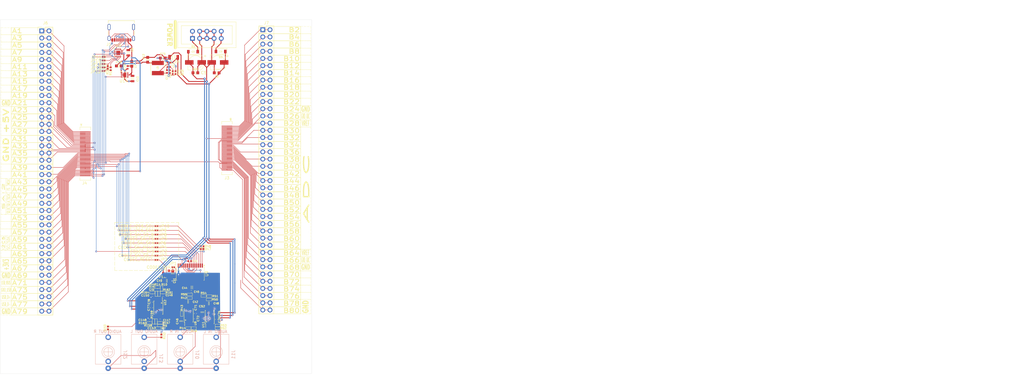
<source format=kicad_pcb>
(kicad_pcb (version 20241229) (generator "pcbnew") (generator_version "9.0")
  (layers (0 "F.Cu" signal) (2 "B.Cu" signal) (13 "F.Paste" user) (15 "B.Paste" user) (5 "F.SilkS" user "F.Silkscreen") (7 "B.SilkS" user "B.Silkscreen") (1 "F.Mask" user) (3 "B.Mask" user) (25 "Edge.Cuts" user))
  (net 0 "")
  (net 1 "+3V3")
  (net 2 "GND")
  (net 3 "+5V")
  (net 4 "GNDADC")
  (net 5 "VREF+")
  (net 6 "/SAI_MCLK")
  (net 7 "/SAI_SD_B")
  (net 8 "/SAI_FS")
  (net 9 "/SAI_SCK")
  (net 10 "/SAI_SD_A")
  (net 11 "+12V")
  (net 12 "/A71")
  (net 13 "Net-(D2-A)")
  (net 14 "Net-(D3-K)")
  (net 15 "/3v3_CODEC")
  (net 16 "/A77")
  (net 17 "GNDA")
  (net 18 "/VCOM")
  (net 19 "/CODEC_OUT_R+")
  (net 20 "+5VA")
  (net 21 "/AUDIO_OUT2")
  (net 22 "/AUDIO_OUT1")
  (net 23 "/AUDIO_IN2")
  (net 24 "/AUDIO_IN1")
  (net 25 "/CODEC_OUT_R-")
  (net 26 "/CODEC_OUT_L+")
  (net 27 "Net-(C153-Pad1)")
  (net 28 "Net-(U11A--)")
  (net 29 "/CODEC_OUT_L-")
  (net 30 "/CODEC_IN_R")
  (net 31 "/CODEC_IN_L")
  (net 33 "Net-(C153-Pad2)")
  (net 37 "Net-(C149-Pad1)")
  (net 38 "Net-(C147-Pad1)")
  (net 39 "Net-(C152-Pad1)")
  (net 40 "Net-(U8A--)")
  (net 41 "Net-(U8A-+)")
  (net 42 "Net-(U8B--)")
  (net 43 "Net-(C42-Pad1)")
  (net 44 "Net-(U12A--)")
  (net 45 "Net-(U12B--)")
  (net 46 "Net-(C46-Pad1)")
  (net 47 "Net-(C152-Pad2)")
  (net 48 "Net-(U12A-+)")
  (net 49 "Net-(C48-Pad1)")
  (net 50 "Net-(U11B--)")
  (net 51 "Net-(U11A-+)")
  (net 52 "Net-(U12B-+)")
  (net 53 "Net-(C52-Pad1)")
  (net 56 "/A75")
  (net 57 "-12V")
  (net 58 "/USBSW_5V")
  (net 59 "/CC1")
  (net 60 "/CC2")
  (net 65 "/FUSB_INT")
  (net 66 "/I2C6_SDA")
  (net 67 "/I2C6_SCL")
  (net 68 "/CODEC_RESET")
  (net 69 "Net-(U13-EN)")
  (net 70 "Net-(U13-BST)")
  (net 71 "Net-(U13-SW)")
  (net 72 "Net-(U13-FB)")
  (net 73 "/B42")
  (net 74 "/B2")
  (net 75 "/B4")
  (net 76 "/B16")
  (net 77 "/B30")
  (net 78 "/B46")
  (net 79 "/B58")
  (net 80 "/B34")
  (net 81 "/B36")
  (net 82 "/B52")
  (net 83 "/B12")
  (net 84 "/B76")
  (net 85 "/B54")
  (net 86 "/B50")
  (net 87 "/B10")
  (net 88 "/B22")
  (net 89 "/B32")
  (net 90 "/B6")
  (net 91 "/B48")
  (net 92 "/B44")
  (net 93 "/B74")
  (net 94 "/B20")
  (net 95 "/B60")
  (net 96 "/B38")
  (net 97 "/B72")
  (net 98 "/B14")
  (net 99 "/B56")
  (net 100 "/B8")
  (net 101 "/B62")
  (net 102 "/B18")
  (net 103 "/B70")
  (net 104 "/B40")
  (net 105 "/A19")
  (net 106 "/A61")
  (net 107 "/A63")
  (net 108 "/A59")
  (net 109 "/A5")
  (net 110 "/A57")
  (net 111 "/A55")
  (net 112 "/A1")
  (net 113 "/A11")
  (net 114 "/A41")
  (net 115 "/A45")
  (net 116 "/A9")
  (net 117 "/A17")
  (net 118 "/A15")
  (net 119 "/A3")
  (net 120 "/A43")
  (net 121 "/A13")
  (net 122 "/A39")
  (net 123 "/A7")
  (net 124 "/A49")
  (net 125 "/A51")
  (net 126 "/A47")
  (net 127 "/5VA_CODEC")
  (net 128 "/5V_FUSB")
  (net 129 "/3V3_FUSB")
  (net 130 "/FUSB_I2C6_SDA")
  (net 131 "/FUSB_I2C6_SCL")
  (footprint "4ms_SolderJumper:JUMPER_SMD_1x2_tiny" (layer "F.Cu") (at -18.4158 -48.1624 180)
    (property "Reference" "JP15")
    (property "Value" "SolderJumper_2_Open")
  )
  (footprint "4ms_Capacitor:C_0402" (layer "F.Cu") (at -0.377742 45.509845 180)
    (property "Reference" "C152")
    (property "Value" "820pF_0402_10v")
  )
  (footprint "4ms_SolderJumper:JUMPER_SMD_1x2_tiny" (layer "F.Cu") (at 0.2092 17.8876)
    (property "Reference" "JP4")
    (property "Value" "SolderJumper_2_Open")
  )
  (footprint "4ms_Capacitor:C_0402" (layer "F.Cu") (at 2.495847 34.790367 180)
    (property "Reference" "C149")
    (property "Value" "180pF_0402_25V")
  )
  (footprint "4ms_Package_SSOP:TSSOP-8_4.4x3mm_Pitch0.65mm" (layer "F.Cu") (at 0.8692 39.2076 -90)
    (property "Reference" "U12")
    (property "Value" "TL072H")
  )
  (footprint "4ms_SolderJumper:JUMPER_SMD_1x2_tiny" (layer "F.Cu") (at -18.4658 -44.4424 180)
    (property "Reference" "JP12")
    (property "Value" "SolderJumper_2_Open")
  )
  (footprint "4ms_Connector:Pins_2x40_P2.54mm_TH" (layer "F.Cu") (at 37.7412 -59.0184)
    (property "Reference" "J7")
    (property "Value" "Pins_02x40_P2.54mm_TH")
  )
  (footprint "4ms_Capacitor:C_0603" (layer "F.Cu") (at 18.71864 37.721286)
    (property "Reference" "C48")
    (property "Value" "220pF_0603_25V")
  )
  (footprint "4ms_Capacitor:C_0805" (layer "F.Cu") (at -8.2608 -41.7724 -90)
    (property "Reference" "C10")
    (property "Value" "10uF_0805_16V_lowESR")
  )
  (footprint "4ms_Resistor:R_0402" (layer "F.Cu") (at 21.8292 45.4876)
    (property "Reference" "R53")
    (property "Value" "1M_0402")
  )
  (footprint "4ms_Capacitor:C_0603" (layer "F.Cu") (at 11.367508 37.121277)
    (property "Reference" "C42")
    (property "Value" "220pF_0603_25V")
  )
  (footprint "4ms_Resistor:R_0402" (layer "F.Cu") (at 9.1392 41.3576 -90)
    (property "Reference" "R43")
    (property "Value" "100k_0402")
  )
  (footprint "4ms_Capacitor:C_0402" (layer "F.Cu") (at 13.9492 41.2676 -90)
    (property "Reference" "C71")
    (property "Value" "100nF_0402_50V")
  )
  (footprint "4ms_Resistor:R_0402" (layer "F.Cu") (at -15.9408 -45.2124 -90)
    (property "Reference" "R1")
    (property "Value" "10k_0402")
  )
  (footprint "4ms_Capacitor:C_0603" (layer "F.Cu") (at -2.8888 -48.4014 -90)
    (property "Reference" "C12")
    (property "Value" "22uF_0603_6.3V")
  )
  (footprint "4ms_Resistor:R_0402" (layer "F.Cu") (at 1.096614 34.331444 90)
    (property "Reference" "R162")
    (property "Value" "10k_0402")
  )
  (footprint "4ms_Inductor:COIL_5040" (layer "F.Cu") (at 0.6922 -45.4874 90)
    (property "Reference" "L5")
    (property "Value" "15uH_1A_5040")
  )
  (footprint "4ms_SolderJumper:JUMPER_SMD_1x2_tiny" (layer "F.Cu") (at 0.2092 10.3876)
    (property "Reference" "JP10")
    (property "Value" "SolderJumper_2_Open")
  )
  (footprint "4ms_Capacitor:C_0402" (layer "F.Cu") (at -9.9908 -45.7124 90)
    (property "Reference" "C70")
    (property "Value" "4.7uF_0402_6.3V")
  )
  (footprint "4ms_SolderJumper:JUMPER_SMD_1x2_tiny" (layer "F.Cu") (at -18.3958 -49.4024 180)
    (property "Reference" "JP11")
    (property "Value" "SolderJumper_2_Open")
  )
  (footprint "4ms_Resistor:R_0402" (layer "F.Cu") (at -0.856304 44.101353 -90)
    (property "Reference" "R159")
    (property "Value" "10k_0402")
  )
  (footprint "4ms_Resistor:R_0402" (layer "F.Cu") (at 2.495847 33.850057 180)
    (property "Reference" "R161")
    (property "Value" "24k_0402")
  )
  (footprint "4ms_Resistor:R_0402" (layer "F.Cu") (at 1.487258 45.519845 180)
    (property "Reference" "R6")
    (property "Value" "10k_0402")
  )
  (footprint "4ms_Resistor:R_0402" (layer "F.Cu") (at 0.862258 46.469845 180)
    (property "Reference" "R7")
    (property "Value" "10k_0402")
  )
  (footprint "4ms_Resistor:R_0402" (layer "F.Cu") (at 21.8192 46.4476)
    (property "Reference" "R52")
    (property "Value" "1k_0402")
  )
  (footprint "4ms_SolderJumper:JUMPER_SMD_1x2_tiny" (layer "F.Cu") (at 0.2092 14.8876)
    (property "Reference" "JP5")
    (property "Value" "SolderJumper_2_Open")
  )
  (footprint "4ms_Capacitor:C_0402" (layer "F.Cu") (at 4.9142 -44.2324 -90)
    (property "Reference" "C3")
    (property "Value" "100nF_0402_16V")
  )
  (footprint "4ms_Resistor:R_0402" (layer "F.Cu") (at 16.3142 17.5076 180)
    (property "Reference" "R48")
    (property "Value" "10k_0402")
  )
  (footprint "4ms_Capacitor:C_0603" (layer "F.Cu") (at 16.3792 40.8076 -90)
    (property "Reference" "C52")
    (property "Value" "2.2uF_0603_25V")
  )
  (footprint "4ms_Connector:USB_C_Receptacle_Molex_2171790001" (layer "F.Cu") (at -12.2108 -58.8274 180)
    (property "Reference" "J1")
    (property "Value" "USB-C_Receptacle_Molex_2171790001")
  )
  (footprint "4ms_Capacitor:C_0603" (layer "F.Cu") (at 2.4012 -49.0114 180)
    (property "Reference" "C73")
    (property "Value" "22uF_0603_6.3V")
  )
  (footprint "4ms_SolderJumper:JUMPER_SMD_1x2_tiny" (layer "F.Cu") (at 0.2092 13.3876)
    (property "Reference" "JP8")
    (property "Value" "SolderJumper_2_Open")
  )
  (footprint "4ms_Capacitor:C_0402" (layer "F.Cu") (at 13.9392 43.1376 90)
    (property "Reference" "C72")
    (property "Value" "100nF_0402_50V")
  )
  (footprint "4ms_Resistor:R_0402" (layer "F.Cu") (at -2.262742 44.579845)
    (property "Reference" "R160")
    (property "Value" "24k_0402")
  )
  (footprint "4ms_Capacitor:CP_Elec_5x5.3" (layer "F.Cu") (at 13.9892 -47.4674 180)
    (property "Reference" "C5")
    (property "Value" "47uF_5x5.3_16V")
  )
  (footprint "4ms_Capacitor:C_0402" (layer "F.Cu") (at 21.3992 41.4776 -90)
    (property "Reference" "C75")
    (property "Value" "100nF_0402_50V")
  )
  (footprint "4ms_Package_SOT:SOT-563" (layer "F.Cu") (at 4.5712 -46.6394 -90)
    (property "Reference" "U13")
    (property "Value" "AP6230xZ6")
  )
  (footprint "4ms_Resistor:R_0402" (layer "F.Cu") (at 6.4342 -44.3724)
    (property "Reference" "R35")
    (property "Value" "52.3k_0402")
  )
  (footprint "4ms_Resistor:R_0402" (layer "F.Cu") (at 16.3192 18.4876)
    (property "Reference" "R47")
    (property "Value" "10k_0402")
  )
  (footprint "4ms_Connector_Card:mp153-devboard-sockets_B" (layer "F.Cu") (at 25.08463 -17.18867)
    (property "Reference" "J3")
    (property "Value" "~" (hide yes))
  )
  (footprint "4ms_Capacitor:C_0603" (layer "F.Cu") (at 13.9392 -43.7924)
    (property "Reference" "C7")
    (property "Value" "100nF_0603_16V")
  )
  (footprint "4ms_Diode:D_SOD-123" (layer "F.Cu") (at 13.1092 -51.2674 180)
    (property "Reference" "D3")
    (property "Value" "B140HW-7")
  )
  (footprint "4ms_Resistor:R_0402" (layer "F.Cu") (at 2.027297 32.450824 -90)
    (property "Reference" "R10")
    (property "Value" "10k_0402")
  )
  (footprint "4ms_Capacitor:C_0603" (layer "F.Cu") (at 5.9792 27.1378 -90)
    (property "Reference" "C51")
    (property "Value" "10uF_0603_10V")
  )
  (footprint "4ms_Resistor:R_0402" (layer "F.Cu") (at 0.628064 31.979065 180)
    (property "Reference" "R14")
    (property "Value" "10k_0402")
  )
  (footprint "4ms_Capacitor:C_0402" (layer "F.Cu") (at 1.503439 43.636213 180)
    (property "Reference" "C147")
    (property "Value" "180pF_0402_25V")
  )
  (footprint "4ms_Capacitor:C_0603" (layer "F.Cu") (at 3.8792 29.7278)
    (property "Reference" "C49")
    (property "Value" "2.2uF_0603_25V")
  )
  (footprint "4ms_Resistor:R_0402" (layer "F.Cu") (at 18.85864 35.091286 180)
    (property "Reference" "R51")
    (property "Value" "100k_0402")
  )
  (footprint "4ms_Capacitor:C_0805" (layer "F.Cu") (at 12.6992 32.0578)
    (property "Reference" "C44")
    (property "Value" "22uF_0805_25V")
  )
  (footprint "4ms_Resistor:R_0402" (layer "F.Cu") (at -1.242928 33.850057)
    (property "Reference" "R164")
    (property "Value" "24k_0402")
  )
  (footprint "4ms_SolderJumper:JUMPER_SMD_1x2_tiny" (layer "F.Cu") (at -18.4558 -46.9224 180)
    (property "Reference" "JP14")
    (property "Value" "SolderJumper_2_Open")
  )
  (footprint "4ms_Capacitor:C_0603" (layer "F.Cu") (at 8.8992 43.9676 -90)
    (property "Reference" "C46")
    (property "Value" "2.2uF_0603_25V")
  )
  (footprint "4ms_Resistor:R_0402" (layer "F.Cu") (at -16.9908 -45.7024 -90)
    (property "Reference" "R2")
    (property "Value" "10k_0402")
  )
  (footprint "4ms_Capacitor:C_0402" (layer "F.Cu") (at -1.242928 34.790367)
    (property "Reference" "C150")
    (property "Value" "180pF_0402_25V")
  )
  (footprint "4ms_Resistor:R_0603" (layer "F.Cu") (at -8.5108 -46.9624 90)
    (property "Reference" "L1")
    (property "Value" "FerriteBead_0603_0.8A_300mΩ")
  )
  (footprint "4ms_Capacitor:C_0805" (layer "F.Cu") (at -9.7208 -50.8824 -90)
    (property "Reference" "C9")
    (property "Value" "10uF_0805_16V_lowESR")
  )
  (footprint "4ms_Capacitor:C_0603" (layer "F.Cu") (at -13.0808 -46.2324)
    (property "Reference" "C79")
    (property "Value" "22uF_0603_6.3V")
  )
  (footprint "4ms_Resistor:R_0402" (layer "F.Cu") (at 6.4242 -43.3624 180)
    (property "Reference" "R36")
    (property "Value" "10k_0402")
  )
  (footprint "4ms_Resistor:R_0402" (layer "F.Cu") (at 1.489763 44.577753 180)
    (property "Reference" "R157")
    (property "Value" "24k_0402")
  )
  (footprint "4ms_Capacitor:C_0402" (layer "F.Cu") (at -1.4908 37.2726 -90)
    (property "Reference" "C78")
    (property "Value" "100nF_0402_50V")
  )
  (footprint "4ms_Capacitor:C_1206" (layer "F.Cu") (at 6.2812 -49.27741)
    (property "Reference" "C74")
    (property "Value" "22uF_1206_25V")
  )
  (footprint "4ms_Capacitor:C_0402" (layer "F.Cu") (at -2.257742 43.639845)
    (property "Reference" "C148")
    (property "Value" "180pF_0402_25V")
  )
  (footprint "4ms_SolderJumper:JUMPER_SMD_1x2_tiny" (layer "F.Cu") (at 0.1992 22.3376)
    (property "Reference" "JP3")
    (property "Value" "SolderJumper_2_Open")
  )
  (footprint "4ms_Package_QFP:DFN-6-1EP_2x2mm_P0.65mm_EP1x1.6mm" (layer "F.Cu") (at -11.0108 -43.0124)
    (property "Reference" "U14")
    (property "Value" "AP2411SN")
  )
  (footprint "4ms_Capacitor:C_0402" (layer "F.Cu") (at 11.927266 22.762801 180)
    (property "Reference" "C41")
    (property "Value" "100nF_0402_16V")
  )
  (footprint "4ms_Diode:D_SOD-123" (layer "F.Cu") (at 22.8492 -51.3324 180)
    (property "Reference" "D2")
    (property "Value" "B140HW-7")
  )
  (footprint "4ms_Capacitor:C_0603" (layer "F.Cu") (at 21.4592 -43.7824 180)
    (property "Reference" "C6")
    (property "Value" "100nF_0603_16V")
  )
  (footprint "4ms_Capacitor:C_0402" (layer "F.Cu") (at -1.5008 39.2276 90)
    (property "Reference" "C77")
    (property "Value" "100nF_0402_50V")
  )
  (footprint "4ms_Resistor:R_0402" (layer "F.Cu") (at 11.961692 35.778368)
    (property "Reference" "R42")
    (property "Value" "14k_0402")
  )
  (footprint "4ms_SolderJumper:JUMPER_SMD_1x2_tiny" (layer "F.Cu") (at 0.2592 19.3576)
    (property "Reference" "JP2")
    (property "Value" "SolderJumper_2_Open")
  )
  (footprint "4ms_Resistor:R_0402" (layer "F.Cu") (at -16.9208 46.3876 90)
    (property "Reference" "R153")
    (property "Value" "1k_0402")
  )
  (footprint "4ms_Package_SSOP:TSSOP-8_4.4x3mm_Pitch0.65mm" (layer "F.Cu") (at 11.57864 41.971277 90)
    (property "Reference" "U8")
    (property "Value" "TL072H")
  )
  (footprint "4ms_SolderJumper:JUMPER_SMD_1x2_tiny" (layer "F.Cu") (at -18.4158 -45.7024 180)
    (property "Reference" "JP13")
    (property "Value" "SolderJumper_2_Open")
  )
  (footprint "4ms_SolderJumper:JUMPER_SMD_1x2_tiny" (layer "F.Cu") (at 0.2092 11.8876)
    (property "Reference" "JP9")
    (property "Value" "SolderJumper_2_Open")
  )
  (footprint "4ms_Connector:Pins_2x40_P2.54mm_TH" (layer "F.Cu") (at -40.2768 -58.6164)
    (property "Reference" "J6")
    (property "Value" "Pins_02x40_P2.54mm_TH")
  )
  (footprint "4ms_Resistor:R_0402" (layer "F.Cu") (at 11.99864 34.531277 180)
    (property "Reference" "R55")
    (property "Value" "1k_0402")
  )
  (footprint "4ms_Connector_Card:mp153-devboard-sockets_A" (layer "F.Cu") (at -24.9158 -15.2224)
    (property "Reference" "J4")
    (property "Value" "~" (hide yes))
  )
  (footprint "4ms_Resistor:R_0402" (layer "F.Cu") (at 0.086445 44.09697 -90)
    (property "Reference" "R158")
    (property "Value" "10k_0402")
  )
  (footprint "Package_SO:TSSOP-28_4.4x9.7mm_P0.65mm" (layer "F.Cu") (at 12.162266 27.1978 -90)
    (property "Reference" "U9")
    (property "Value" "PCM3060PW")
  )
  (footprint "4ms_Capacitor:C_0402" (layer "F.Cu") (at 3.9342 -44.2424 90)
    (property "Reference" "C11")
    (property "Value" "100nF_0402_16V")
  )
  (footprint "4ms_Resistor:R_0402" (layer "F.Cu") (at 18.73864 36.361286)
    (property "Reference" "R50")
    (property "Value" "14k_0402")
  )
  (footprint "4ms_Package_SSOP:TSSOP-8_4.4x3mm_Pitch0.65mm" (layer "F.Cu") (at 19.01364 42.541286 90)
    (property "Reference" "U11")
    (property "Value" "TL072H" (hide yes))
  )
  (footprint "4ms_Resistor:R_0402" (layer "F.Cu") (at 11.4792 46.4176 180)
    (property "Reference" "R44")
    (property "Value" "1k_0402")
  )
  (footprint "4ms_Capacitor:C_0402" (layer "F.Cu") (at 0.624855 32.922584 180)
    (property "Reference" "C153")
    (property "Value" "820pF_0402_10v")
  )
  (footprint "4ms_Resistor:R_0402" (layer "F.Cu") (at 1.9392 49.2176 90)
    (property "Reference" "R152")
    (property "Value" "1k_0402")
  )
  (footprint "4ms_SolderJumper:JUMPER_SMD_1x2_tiny" (layer "F.Cu") (at 0.1992 20.8376)
    (property "Reference" "JP7")
    (property "Value" "SolderJumper_2_Open")
  )
  (footprint "4ms_SolderJumper:JUMPER_SMD_1x2_tiny" (layer "F.Cu") (at 0.2092 16.3876)
    (property "Reference" "JP6")
    (property "Value" "SolderJumper_2_Open")
  )
  (footprint "4ms_Capacitor:C_0402" (layer "F.Cu") (at 12.5042 33.4978)
    (property "Reference" "C45")
    (property "Value" "100nF_0402_16V")
  )
  (footprint "4ms_Package_SOT:SOT23-3_PO132" (layer "F.Cu") (at 3.578552 27.101248 90)
    (property "Reference" "V1")
    (property "Value" "AP2120N-5.0TRG1")
  )
  (footprint "4ms_Connector:Pins_2x05_2.54mm_TH_EurorackPower_Shrouded" (layer "F.Cu") (at 17.9992 -57.2124 -90)
    (property "Reference" "J2")
    (property "Value" "Eurorack_Power_10pin_Shrouded")
  )
  (footprint "4ms_SolderJumper:JUMPER_SMD_1x2_tiny" (layer "F.Cu") (at 6.1392 24.9178)
    (property "Reference" "JP1")
    (property "Value" "SolderJumper_2_Open")
  )
  (footprint "4ms_Capacitor:CP_Elec_5x5.3" (layer "F.Cu") (at 21.9092 -47.4674 180)
    (property "Reference" "C4" (hide yes))
    (property "Value" "47uF_5x5.3_16V")
  )
  (footprint "4ms_Resistor:R_0402" (layer "F.Cu") (at 16.83864 35.061277)
    (property "Reference" "R54")
    (property "Value" "1k_0402")
  )
  (footprint "4ms_Capacitor:C_0402" (layer "F.Cu") (at 21.3892 43.3676 90)
    (property "Reference" "C76")
    (property "Value" "100nF_0402_50V")
  )
  (footprint "4ms_Resistor:R_0402" (layer "F.Cu") (at 0.156304 34.321817 90)
    (property "Reference" "R163")
    (property "Value" "10k_0402")
  )
  (footprint "4ms_Resistor:R_0402" (layer "F.Cu") (at 13.3792 46.4076)
    (property "Reference" "R49")
    (property "Value" "1M_0402")
  )
  (footprint "Package_DFN_QFN:WQFN-14-1EP_2.5x2.5mm_P0.5mm_EP1.45x1.45mm" (layer "F.Cu") (at -13.2708 -50.8424)
    (property "Reference" "U3")
    (property "Value" "FUSB302BMPX")
  )
  (footprint "NetTie:NetTie-2_SMD_Pad0.5mm" (layer "B.Cu") (at 7.9892 26.4678 90)
    (property "Reference" "NT1" (hide yes))
    (property "Value" "NetTie_2" (hide yes))
  )
  (footprint "4ms_Jack:EighthInch_PJ398SM" (layer "B.Cu") (at -16.8308 54.8678 -90)
    (property "Reference" "J12")
    (property "Value" "3.5mm_Mono_Switched_sm")
  )
  (footprint "4ms_Jack:EighthInch_PJ398SM" (layer "B.Cu") (at -4.124133 54.8678 -90)
    (property "Reference" "J13")
    (property "Value" "3.5mm_Mono_Switched_sm")
  )
  (footprint "4ms_Jack:EighthInch_PJ398SM" (layer "B.Cu") (at 21.2892 54.8678 -90)
    (property "Reference" "J11")
    (property "Value" "3.5mm_Mono_Switched_sm")
  )
  (footprint "4ms_Jack:EighthInch_PJ398SM" (layer "B.Cu") (at 8.582533 54.8678 -90)
    (property "Reference" "J10")
    (property "Value" "3.5mm_Mono_Switched_sm")
  )
  (gr_rect (start -51.074801 3.727408) (end -36.344801 6.267408) (stroke (width 0.12)) (fill no) (layer "F.SilkS"))
  (gr_rect (start 36.3592 33.8016) (end 51.0892 36.3416) (stroke (width 0.12)) (fill no) (layer "F.SilkS"))
  (gr_rect (start 36.3592 -22.0784) (end 51.0892 -19.5384) (stroke (width 0.12)) (fill no) (layer "F.SilkS"))
  (gr_rect (start 36.3592 21.1016) (end 51.0892 23.6416) (stroke (width 0.12)) (fill no) (layer "F.SilkS"))
  (gr_rect (start 36.3592 28.7216) (end 51.0892 31.2616) (stroke (width 0.12)) (fill no) (layer "F.SilkS"))
  (gr_rect (start -51.074801 21.507408) (end -36.344801 24.047408) (stroke (width 0.12)) (fill no) (layer "F.SilkS"))
  (gr_rect (start -51.074801 -59.772592) (end -36.344801 -57.232592) (stroke (width 0.12)) (fill no) (layer "F.SilkS"))
  (gr_rect (start 36.3592 -44.9384) (end 51.0892 -42.3984) (stroke (width 0.12)) (fill no) (layer "F.SilkS"))
  (gr_rect (start 36.3592 3.3216) (end 51.0892 5.8616) (stroke (width 0.12)) (fill no) (layer "F.SilkS"))
  (gr_rect (start 36.3592 -16.9984) (end 51.0892 -14.4584) (stroke (width 0.12)) (fill no) (layer "F.SilkS"))
  (gr_rect (start -51.074801 1.187408) (end -36.344801 3.727408) (stroke (width 0.12)) (fill no) (layer "F.SilkS"))
  (gr_rect (start -51.074801 29.127408) (end -36.344801 31.667408) (stroke (width 0.12)) (fill no) (layer "F.SilkS"))
  (gr_rect (start -51.074801 6.267408) (end -36.344801 8.807408) (stroke (width 0.12)) (fill no) (layer "F.SilkS"))
  (gr_rect (start -51.074801 -34.372592) (end -36.344801 -31.832592) (stroke (width 0.12)) (fill no) (layer "F.SilkS"))
  (gr_rect (start -51.074705 -39.456096) (end -36.344705 -36.916096) (stroke (width 0.12)) (fill no) (layer "F.SilkS"))
  (gr_rect (start -51.074801 39.287408) (end -36.344801 41.827408) (stroke (width 0.12)) (fill no) (layer "F.SilkS"))
  (gr_rect (start -51.074801 -11.512592) (end -36.344801 -8.972592) (stroke (width 0.12)) (fill no) (layer "F.SilkS"))
  (gr_rect (start 36.3592 -37.3184) (end 51.0892 -34.7784) (stroke (width 0.12)) (fill no) (layer "F.SilkS"))
  (gr_rect (start -51.074801 -1.352592) (end -36.344801 1.187408) (stroke (width 0.12)) (fill no) (layer "F.SilkS"))
  (gr_rect (start 36.3592 23.6416) (end 51.0892 26.1816) (stroke (width 0.12)) (fill no) (layer "F.SilkS"))
  (gr_rect (start 36.3592 -55.0984) (end 51.0892 -52.5584) (stroke (width 0.12)) (fill no) (layer "F.SilkS"))
  (gr_rect (start 36.3592 -24.6184) (end 51.0892 -22.0784) (stroke (width 0.12)) (fill no) (layer "F.SilkS"))
  (gr_rect (start 36.3592 -60.1784) (end 51.0892 -57.6384) (stroke (width 0.12)) (fill no) (layer "F.SilkS"))
  (gr_rect (start -51.074801 -36.912592) (end -36.344801 -34.372592) (stroke (width 0.12)) (fill no) (layer "F.SilkS"))
  (gr_rect (start 36.3592 -27.1584) (end 51.0892 -24.6184) (stroke (width 0.12)) (fill no) (layer "F.SilkS"))
  (gr_rect (start -51.074801 -44.532592) (end -36.344801 -41.992592) (stroke (width 0.12)) (fill no) (layer "F.SilkS"))
  (gr_rect (start 36.3592 -14.4584) (end 51.0892 -11.9184) (stroke (width 0.12)) (fill no) (layer "F.SilkS"))
  (gr_rect (start 36.3592 -1.7584) (end 51.0892 0.7816) (stroke (width 0.12)) (fill no) (layer "F.SilkS"))
  (gr_rect (start -51.074801 13.887408) (end -36.344801 16.427408) (stroke (width 0.12)) (fill no) (layer "F.SilkS"))
  (gr_rect (start -51.074801 -57.232592) (end -36.344801 -54.692592) (stroke (width 0.12)) (fill no) (layer "F.SilkS"))
  (gr_rect (start -51.074801 16.427408) (end -36.344801 18.967408) (stroke (width 0.12)) (fill no) (layer "F.SilkS"))
  (gr_rect (start -51.074801 -19.132592) (end -36.344801 -16.592592) (stroke (width 0.12)) (fill no) (layer "F.SilkS"))
  (gr_rect (start 36.3592 -29.6984) (end 51.0892 -27.1584) (stroke (width 0.12)) (fill no) (layer "F.SilkS"))
  (gr_rect (start -51.074801 24.047408) (end -36.344801 26.587408) (stroke (width 0.12)) (fill no) (layer "F.SilkS"))
  (gr_rect (start -51.074801 -14.052592) (end -36.344801 -11.512592) (stroke (width 0.12)) (fill no) (layer "F.SilkS"))
  (gr_rect (start -51.074801 18.967408) (end -36.344801 21.507408) (stroke (width 0.12)) (fill no) (layer "F.SilkS"))
  (gr_rect (start -51.074801 34.207408) (end -36.344801 36.747408) (stroke (width 0.12)) (fill no) (layer "F.SilkS"))
  (gr_rect (start -51.074801 -41.992592) (end -36.344801 -39.452592) (stroke (width 0.12)) (fill no) (layer "F.SilkS"))
  (gr_rect (start 36.3592 -52.5584) (end 51.0892 -50.0184) (stroke (width 0.12)) (fill no) (layer "F.SilkS"))
  (gr_rect (start -51.074801 8.807408) (end -36.344801 11.347408) (stroke (width 0.12)) (fill no) (layer "F.SilkS"))
  (gr_rect (start 36.3592 36.3416) (end 51.0892 38.8816) (stroke (width 0.12)) (fill no) (layer "F.SilkS"))
  (gr_rect (start -51.074801 31.667408) (end -36.344801 34.207408) (stroke (width 0.12)) (fill no) (layer "F.SilkS"))
  (gr_rect (start 36.3592 0.7816) (end 51.0892 3.3216) (stroke (width 0.12)) (fill no) (layer "F.SilkS"))
  (gr_rect (start -51.074801 18.967408) (end -36.344801 21.507408) (stroke (width 0.12)) (fill no) (layer "F.SilkS"))
  (gr_rect (start -51.074801 -29.292592) (end -36.344801 -26.752592) (stroke (width 0.12)) (fill no) (layer "F.SilkS"))
  (gr_rect (start 36.3592 -47.4784) (end 51.0892 -44.9384) (stroke (width 0.12)) (fill no) (layer "F.SilkS"))
  (gr_rect (start 36.359296 -39.861904) (end 51.089296 -37.321904) (stroke (width 0.12)) (fill no) (layer "F.SilkS"))
  (gr_rect (start -51.074801 26.587408) (end -36.344801 29.127408) (stroke (width 0.12)) (fill no) (layer "F.SilkS"))
  (gr_rect (start 36.3592 -32.2384) (end 51.0892 -29.6984) (stroke (width 0.12)) (fill no) (layer "F.SilkS"))
  (gr_rect (start -51.074801 -47.072592) (end -36.344801 -44.532592) (stroke (width 0.12)) (fill no) (layer "F.SilkS"))
  (gr_rect (start 36.3592 38.8816) (end 51.0892 41.4216) (stroke (width 0.12)) (fill no) (layer "F.SilkS"))
  (gr_rect (start -51.074801 11.347408) (end -36.344801 13.887408) (stroke (width 0.12)) (fill no) (layer "F.SilkS"))
  (gr_rect (start 36.3592 18.5616) (end 51.0892 21.1016) (stroke (width 0.12)) (fill no) (layer "F.SilkS"))
  (gr_rect (start -51.074801 -16.592592) (end -36.344801 -14.052592) (stroke (width 0.12)) (fill no) (layer "F.SilkS"))
  (gr_rect (start 36.3592 -4.2984) (end 51.0892 -1.7584) (stroke (width 0.12)) (fill no) (layer "F.SilkS"))
  (gr_rect (start -51.074801 -21.672592) (end -36.344801 -19.132592) (stroke (width 0.12)) (fill no) (layer "F.SilkS"))
  (gr_rect (start -51.074801 -49.612592) (end -36.344801 -47.072592) (stroke (width 0.12)) (fill no) (layer "F.SilkS"))
  (gr_rect (start 36.3592 -57.6384) (end 51.0892 -55.0984) (stroke (width 0.12)) (fill no) (layer "F.SilkS"))
  (gr_rect (start 36.3592 -39.8584) (end 51.0892 -37.3184) (stroke (width 0.12)) (fill no) (layer "F.SilkS"))
  (gr_rect (start 36.3592 16.0216) (end 51.0892 18.5616) (stroke (width 0.12)) (fill no) (layer "F.SilkS"))
  (gr_rect (start -51.074801 -6.432592) (end -36.344801 -3.892592) (stroke (width 0.12)) (fill no) (layer "F.SilkS"))
  (gr_rect (start 36.3592 31.2616) (end 51.0892 33.8016) (stroke (width 0.12)) (fill no) (layer "F.SilkS"))
  (gr_rect (start -51.074801 -31.832592) (end -36.344801 -29.292592) (stroke (width 0.12)) (fill no) (layer "F.SilkS"))
  (gr_rect (start 36.3592 -19.5384) (end 51.0892 -16.9984) (stroke (width 0.12)) (fill no) (layer "F.SilkS"))
  (gr_rect (start 36.3592 -50.0184) (end 51.0892 -47.4784) (stroke (width 0.12)) (fill no) (layer "F.SilkS"))
  (gr_rect (start -51.074801 -24.212592) (end -36.344801 -21.672592) (stroke (width 0.12)) (fill no) (layer "F.SilkS"))
  (gr_rect (start -51.074801 36.747408) (end -36.344801 39.287408) (stroke (width 0.12)) (fill no) (layer "F.SilkS"))
  (gr_rect (start 36.3592 -42.3984) (end 51.0892 -39.8584) (stroke (width 0.12)) (fill no) (layer "F.SilkS"))
  (gr_rect (start 36.3592 5.8616) (end 51.0892 8.4016) (stroke (width 0.12)) (fill no) (layer "F.SilkS"))
  (gr_rect (start 36.3592 -11.9184) (end 51.0892 -9.3784) (stroke (width 0.12)) (fill no) (layer "F.SilkS"))
  (gr_rect (start 36.3592 10.9416) (end 51.0892 13.4816) (stroke (width 0.12)) (fill no) (layer "F.SilkS"))
  (gr_rect (start 36.3592 -9.3784) (end 51.0892 -6.8384) (stroke (width 0.12)) (fill no) (layer "F.SilkS"))
  (gr_rect (start 36.3592 -34.7784) (end 51.0892 -32.2384) (stroke (width 0.12)) (fill no) (layer "F.SilkS"))
  (gr_rect (start 36.3592 8.4016) (end 51.0892 10.9416) (stroke (width 0.12)) (fill no) (layer "F.SilkS"))
  (gr_rect (start -51.074801 -3.892592) (end -36.344801 -1.352592) (stroke (width 0.12)) (fill no) (layer "F.SilkS"))
  (gr_rect (start -51.074801 -39.452592) (end -36.344801 -36.912592) (stroke (width 0.12)) (fill no) (layer "F.SilkS"))
  (gr_rect (start -51.074801 -26.752592) (end -36.344801 -24.212592) (stroke (width 0.12)) (fill no) (layer "F.SilkS"))
  (gr_rect (start 36.3592 18.5616) (end 51.0892 21.1016) (stroke (width 0.12)) (fill no) (layer "F.SilkS"))
  (gr_rect (start 36.3592 -6.8384) (end 51.0892 -4.2984) (stroke (width 0.12)) (fill no) (layer "F.SilkS"))
  (gr_rect (start -51.074801 -52.152592) (end -36.344801 -49.612592) (stroke (width 0.12)) (fill no) (layer "F.SilkS"))
  (gr_rect (start 36.3592 26.1816) (end 51.0892 28.7216) (stroke (width 0.12)) (fill no) (layer "F.SilkS"))
  (gr_rect (start -51.074801 -54.692592) (end -36.344801 -52.152592) (stroke (width 0.12)) (fill no) (layer "F.SilkS"))
  (gr_rect (start -14.5308 9.0776) (end 8.0292 26.0976) (stroke (width 0.12) (type dash)) (fill no) (layer "F.SilkS"))
  (gr_rect (start -51.074801 -8.972592) (end -36.344801 -6.432592) (stroke (width 0.12)) (fill no) (layer "F.SilkS"))
  (gr_rect (start 36.3592 13.4816) (end 51.0892 16.0216) (stroke (width 0.12)) (fill no) (layer "F.SilkS"))
  (gr_rect (start -55 -62.5) (end 55 62.5) (stroke (width 0.05)) (fill no) (layer "Edge.Cuts"))
  (gr_text "B2\nB4\nB6\nB8\nB10\nB12\nB14\nB16\nB18\nB20\nB22\nB24\nB26\nB28\nB30\nB32\nB34\nB36\nB38\nB40\nB42\nB44\nB46\nB48\nB50\nB52\nB54\nB56\nB58\nB60\nB62\nB64\nB66\nB68\nB70\nB72\nB74\nB76\nB78\nB80" (at 50.9882 41.1796 0) (layer "F.SilkS") (effects (font (size 1.58 2) (thickness 0.3) (bold yes)) (justify right bottom)))
  (gr_text "A1\nA3\nA5\nA7\nA9\nA11\nA13\nA15\nA17\nA19\nA21\nA23\nA25\nA27\nA29\nA31\nA33\nA35\nA37\nA39\nA41\nA43\nA45\nA47\nA49\nA51\nA53\nA55\nA57\nA59\nA61\nA63\nA65\nA67\nA69\nA71\nA73\nA75\nA77\nA79" (at -50.973801 41.527408 0) (layer "F.SilkS") (effects (font (size 1.58 2) (thickness 0.3) (bold yes)) (justify left bottom)))
  (gr_text "AUDIO OUT L" (at 0.7492 48.1778 0) (layer "B.SilkS") (effects (font (size 1 1)) (justify left bottom mirror)))
  (gr_text "AUDIO OUT R" (at -12.0508 48.2376 0) (layer "B.SilkS") (effects (font (size 1 1)) (justify left bottom mirror)))
  (gr_text "AUDIO IN R" (at 13.5092 48.1778 0) (layer "B.SilkS") (effects (font (size 1 1)) (justify left bottom mirror)))
  (gr_text "AUDIO IN L" (at 25.2692 48.2578 0) (layer "B.SilkS") (effects (font (size 1 1)) (justify left bottom mirror)))
  (gr_text_box "USB_D-" (start -54.6518 36.7576) (end -51.0578 39.2906) (margins 1.0025 1.0025 1.0025 1.0025) (layer "F.SilkS") (effects (font (size 1.25 0.5) (thickness 0.125) (bold yes))) (border yes) (stroke (width 0.075) (type dash)))
  (gr_text_box "GND_ADC" (start 51.0812 -29.6959) (end 54.6752 -27.1629) (margins 1.0025 1.0025 1.0025 1.0025) (layer "F.SilkS") (effects (font (size 1.75 0.45) (thickness 0.1125) (bold yes))) (border yes) (stroke (width 0.075) (type dash)))
  (gr_text_box "ADC" (start 51.0812 -24.6119) (end 54.6692 18.5636) (margins 1.0025 1.0025 1.0025 1.0025) (angle 90) (layer "F.SilkS") (effects (font (size 1.85 9) (thickness 0.4625) (bold yes)) (justify top)) (border yes) (stroke (width 0.075) (type dash)))
  (gr_text_box "" (start -54.6768 6.2651) (end -51.0828 8.7981) (margins 1.0025 1.0025 1.0025 1.0025) (layer "F.SilkS") (effects (font (size 1.7 0.75) (thickness 0.1875) (bold yes))) (border yes) (stroke (width 0.075) (type dash)))
  (gr_text_box "GND" (start 51.0752 36.33135) (end 54.6632 41.44985) (margins 1.0025 1.0025 1.0025 1.0025) (angle 90) (layer "F.SilkS") (effects (font (size 1.85 1.5) (thickness 0.375) (bold yes))) (border yes) (stroke (width 0.075) (type dash)))
  (gr_text_box "+5V" (start -54.673288 -31.837268) (end -51.085288 -21.672768) (margins 1.0025 1.0025 1.0025 1.0025) (angle 90) (layer "F.SilkS") (effects (font (size 1.85 2.85) (thickness 0.4625) (bold yes))) (border yes) (stroke (width 0.075) (type dash)))
  (gr_text_box "" (start -54.6558 -54.6864) (end -51.0618 -52.1534) (margins 1.0025 1.0025 1.0025 1.0025) (layer "F.SilkS") (effects (font (size 1.7 0.75) (thickness 0.1875) (bold yes))) (border yes) (stroke (width 0.075) (type dash)))
  (gr_text_box "SAI2" (start -54.6728 -6.4409) (end -52.9138 6.2496) (margins 1.0025 1.0025 1.0025 1.0025) (angle 90) (layer "F.SilkS") (effects (font (size 0.8 3) (thickness 0.2) (bold yes))) (border yes) (stroke (width 0.075) (type dash)))
  (gr_text_box "" (start 51.0882 -37.3129) (end 54.6822 -34.7799) (margins 1.0025 1.0025 1.0025 1.0025) (layer "F.SilkS") (effects (font (size 1.7 0.75) (thickness 0.1875) (bold yes))) (border yes) (stroke (width 0.075) (type dash)))
  (gr_text_box "" (start 51.1242 31.2696) (end 54.7182 33.8026) (margins 1.0025 1.0025 1.0025 1.0025) (layer "F.SilkS") (effects (font (size 1.7 0.75) (thickness 0.1875) (bold yes))) (border yes) (stroke (width 0.075) (type dash)))
  (gr_text_box "" (start 51.088015 -34.769473) (end 54.682015 -32.236473) (margins 1.0025 1.0025 1.0025 1.0025) (layer "F.SilkS") (effects (font (size 1.7 0.75) (thickness 0.1875) (bold yes))) (border yes) (stroke (width 0.075) (type dash)))
  (gr_text_box "" (start 51.1052 -52.5524) (end 54.6992 -50.0194) (margins 1.0025 1.0025 1.0025 1.0025) (layer "F.SilkS") (effects (font (size 1.75 1) (thickness 0.25) (bold yes))) (border yes) (stroke (width 0.075) (type dash)))
  (gr_text_box "GND" (start -54.6628 -21.6704) (end -51.0748 -11.5059) (margins 1.0025 1.0025 1.0025 1.0025) (angle 90) (layer "F.SilkS") (effects (font (size 1.85 2.85) (thickness 0.4625) (bold yes))) (border yes) (stroke (width 0.075) (type dash)))
  (gr_text_box "SD_B" (start -52.9048 3.726851) (end -51.0688 6.25035) (margins 1.0025 1.0025 1.0025 1.0025) (angle 90) (layer "F.SilkS") (effects (font (size 1 0.5) (thickness 0.125) (bold yes))) (border yes) (stroke (width 0.075) (type dash)))
  (gr_text_box "" (start -54.6668 -57.2364) (end -51.0728 -54.7034) (margins 1.0025 1.0025 1.0025 1.0025) (layer "F.SilkS") (effects (font (size 1.75 0.45) (thickness 0.1125) (bold yes))) (border yes) (stroke (width 0.075) (type dash)))
  (gr_text_box "" (start -54.6648 -59.7724) (end -51.0708 -57.2394) (margins 1.0025 1.0025 1.0025 1.0025) (layer "F.SilkS") (effects (font (size 1.75 1) (thickness 0.25) (bold yes))) (border yes) (stroke (width 0.075) (type dash)))
  (gr_text_box "" (start -54.7068 8.8056) (end -51.1128 11.3386) (margins 1.0025 1.0025 1.0025 1.0025) (layer "F.SilkS") (effects (font (size 1.7 0.75) (thickness 0.1875) (bold yes))) (border yes) (stroke (width 0.075) (type dash)))
  (gr_text_box "FS" (start -52.9098 -3.911149) (end -51.0738 -1.38765) (margins 1.0025 1.0025 1.0025 1.0025) (angle 90) (layer "F.SilkS") (effects (font (size 1 0.5) (thickness 0.125) (bold yes))) (border yes) (stroke (width 0.075) (type dash)))
  (gr_text_box "" (start 51.1032 -50.0164) (end 54.6972 -47.4834) (margins 1.0025 1.0025 1.0025 1.0025) (layer "F.SilkS") (effects (font (size 1.75 0.45) (thickness 0.1125) (bold yes))) (border yes) (stroke (width 0.075) (type dash)))
  (gr_text_box "" (start 51.1122 -57.6344) (end 54.7062 -55.1014) (margins 1.0025 1.0025 1.0025 1.0025) (layer "F.SilkS") (effects (font (size 1.75 0.45) (thickness 0.1125) (bold yes))) (border yes) (stroke (width 0.075) (type dash)))
  (gr_text_box "GND" (start -54.6698 26.5931) (end -51.0758 29.1261) (margins 1.0025 1.0025 1.0025 1.0025) (layer "F.SilkS") (effects (font (size 1.75 1) (thickness 0.25) (bold yes))) (border yes) (stroke (width 0.075) (type dash)))
  (gr_text_box "" (start 51.1182 -39.8534) (end 54.7122 -37.3204) (margins 1.0025 1.0025 1.0025 1.0025) (layer "F.SilkS") (effects (font (size 1.7 0.75) (thickness 0.1875) (bold yes))) (border yes) (stroke (width 0.075) (type dash)))
  (gr_text_box "GND" (start -54.6658 39.3041) (end -51.0718 41.8371) (margins 1.0025 1.0025 1.0025 1.0025) (layer "F.SilkS") (effects (font (size 1.75 1) (thickness 0.25) (bold yes))) (border yes) (stroke (width 0.075) (type dash)))
  (gr_text_box "" (start 51.1142 -47.4664) (end 54.7082 -44.9334) (margins 1.0025 1.0025 1.0025 1.0025) (layer "F.SilkS") (effects (font (size 1.7 0.75) (thickness 0.1875) (bold yes))) (border yes) (stroke (width 0.075) (type dash)))
  (gr_text_box "SCL" (start -52.9318 16.450101) (end -51.0958 18.9736) (margins 1.0025 1.0025 1.0025 1.0025) (angle 90) (layer "F.SilkS") (effects (font (size 1 0.75) (thickness 0.125) (bold yes))) (border yes) (stroke (width 0.075) (type dash)))
  (gr_text_box "VREF" (start 51.0722 18.5631) (end 54.6662 21.0961) (margins 1.0025 1.0025 1.0025 1.0025) (layer "F.SilkS") (effects (font (size 1.7 0.75) (thickness 0.1875) (bold yes))) (border yes) (stroke (width 0.075) (type dash)))
  (gr_text_box "SCLK" (start -52.9048 -1.354399) (end -51.0688 1.1691) (margins 1.0025 1.0025 1.0025 1.0025) (angle 90) (layer "F.SilkS") (effects (font (size 1 0.5) (thickness 0.125) (bold yes))) (border yes) (stroke (width 0.075) (type dash)))
  (gr_text_box "USB_D+" (start -54.6768 34.2146) (end -51.0828 36.7476) (margins 1.0025 1.0025 1.0025 1.0025) (layer "F.SilkS") (effects (font (size 1.25 0.5) (thickness 0.125) (bold yes))) (border yes) (stroke (width 0.075) (type dash)))
  (gr_text_box "GND" (start 51.0772 23.6431) (end 54.6712 26.1761) (margins 1.0025 1.0025 1.0025 1.0025) (layer "F.SilkS") (effects (font (size 1.75 1) (thickness 0.25) (bold yes))) (border yes) (stroke (width 0.075) (type dash)))
  (gr_text_box "" (start -54.6518 -11.5209) (end -51.0578 -8.9879) (margins 1.0025 1.0025 1.0025 1.0025) (layer "F.SilkS") (effects (font (size 1.7 0.75) (thickness 0.1875) (bold yes))) (border yes) (stroke (width 0.075) (type dash)))
  (gr_text_box "" (start -54.6698 -44.5414) (end -51.0758 -42.0084) (margins 1.0025 1.0025 1.0025 1.0025) (layer "F.SilkS") (effects (font (size 1.75 1) (thickness 0.25) (bold yes))) (border yes) (stroke (width 0.075) (type dash)))
  (gr_text_box "" (start -54.6608 -39.4554) (end -51.0668 -36.9224) (margins 1.0025 1.0025 1.0025 1.0025) (layer "F.SilkS") (effects (font (size 1.7 0.75) (thickness 0.1875) (bold yes))) (border yes) (stroke (width 0.075) (type dash)))
  (gr_text_box "" (start -54.6818 -8.9804) (end -51.0878 -6.4474) (margins 1.0025 1.0025 1.0025 1.0025) (layer "F.SilkS") (effects (font (size 1.7 0.75) (thickness 0.1875) (bold yes))) (border yes) (stroke (width 0.075) (type dash)))
  (gr_text_box "" (start 51.1062 33.8016) (end 54.7002 36.3346) (margins 1.0025 1.0025 1.0025 1.0025) (layer "F.SilkS") (effects (font (size 1.75 1) (thickness 0.25) (bold yes))) (border yes) (stroke (width 0.075) (type dash)))
  (gr_text_box "" (start -54.68642 18.963826) (end -51.09242 21.496826) (margins 1.0025 1.0025 1.0025 1.0025) (layer "F.SilkS") (effects (font (size 1.7 0.75) (thickness 0.1875) (bold yes))) (border yes) (stroke (width 0.075) (type dash)))
  (gr_text_box "MCLK" (start -52.9168 -6.440149) (end -51.0808 -3.91665) (margins 1.0025 1.0025 1.0025 1.0025) (angle 90) (layer "F.SilkS") (effects (font (size 1 0.5) (thickness 0.125) (bold yes))) (border yes) (stroke (width 0.075) (type dash)))
  (gr_text_box "" (start -54.6758 -49.6184) (end -51.0818 -47.0854) (margins 1.0025 1.0025 1.0025 1.0025) (layer "F.SilkS") (effects (font (size 1.75 0.45) (thickness 0.1125) (bold yes))) (border yes) (stroke (width 0.075) (type dash)))
  (gr_text_box "SDA" (start -52.937236 13.917571) (end -51.101236 16.44107) (margins 1.0025 1.0025 1.0025 1.0025) (angle 90) (layer "F.SilkS") (effects (font (size 1 0.75) (thickness 0.125) (bold yes))) (border yes) (stroke (width 0.075) (type dash)))
  (gr_text_box "GND_ADC" (start 51.0712 21.1031) (end 54.6652 23.6361) (margins 1.0025 1.0025 1.0025 1.0025) (layer "F.SilkS") (effects (font (size 1.75 0.45) (thickness 0.1125) (bold yes))) (border yes) (stroke (width 0.075) (type dash)))
  (gr_text_box "+3V3" (start -54.681055 21.498849) (end -51.093055 26.581349) (margins 1.0025 1.0025 1.0025 1.0025) (angle 90) (layer "F.SilkS") (effects (font (size 1.95 1) (thickness 0.25) (bold yes))) (border yes) (stroke (width 0.075) (type dash)))
  (gr_text_box "GND_USB" (start -54.6638 31.6751) (end -51.0698 34.2081) (margins 1.0025 1.0025 1.0025 1.0025) (layer "F.SilkS") (effects (font (size 1.25 0.5) (thickness 0.1125) (bold yes))) (border yes) (stroke (width 0.075) (type dash)))
  (gr_text_box "USB_VBUS" (start -54.6628 29.1341) (end -51.0688 31.6671) (margins 1.0025 1.0025 1.0025 1.0025) (layer "F.SilkS") (effects (font (size 1.25 0.42) (thickness 0.105) (bold yes))) (border yes) (stroke (width 0.075) (type dash)))
  (gr_text_box "" (start -54.6718 -42.0054) (end -51.0778 -39.4724) (margins 1.0025 1.0025 1.0025 1.0025) (layer "F.SilkS") (effects (font (size 1.75 0.45) (thickness 0.1125) (bold yes))) (border yes) (stroke (width 0.075) (type dash)))
  (gr_text_box "VREF" (start 51.0922 -27.1459) (end 54.6862 -24.6129) (margins 1.0025 1.0025 1.0025 1.0025) (layer "F.SilkS") (effects (font (size 1.7 0.75) (thickness 0.1875) (bold yes))) (border yes) (stroke (width 0.075) (type dash)))
  (gr_text_box "" (start 51.1132 28.7196) (end 54.7072 31.2526) (margins 1.0025 1.0025 1.0025 1.0025) (layer "F.SilkS") (effects (font (size 1.75 0.45) (thickness 0.1125) (bold yes))) (border yes) (stroke (width 0.075) (type dash)))
  (gr_text_box "" (start -54.6738 -52.1544) (end -51.0798 -49.6214) (margins 1.0025 1.0025 1.0025 1.0025) (layer "F.SilkS") (effects (font (size 1.75 1) (thickness 0.25) (bold yes))) (border yes) (stroke (width 0.075) (type dash)))
  (gr_text_box "SD_A" (start -52.910236 1.194321) (end -51.074236 3.71782) (margins 1.0025 1.0025 1.0025 1.0025) (angle 90) (layer "F.SilkS") (effects (font (size 1 0.5) (thickness 0.125) (bold yes))) (border yes) (stroke (width 0.075) (type dash)))
  (gr_text_box "" (start 51.1152 26.1836) (end 54.7092 28.7166) (margins 1.0025 1.0025 1.0025 1.0025) (layer "F.SilkS") (effects (font (size 1.75 1) (thickness 0.25) (bold yes))) (border yes) (stroke (width 0.075) (type dash)))
  (gr_text_box "" (start 51.1232 -55.0844) (end 54.7172 -52.5514) (margins 1.0025 1.0025 1.0025 1.0025) (layer "F.SilkS") (effects (font (size 1.7 0.75) (thickness 0.1875) (bold yes))) (border yes) (stroke (width 0.075) (type dash)))
  (gr_text_box "" (start 51.1092 -44.9394) (end 54.7032 -42.4064) (margins 1.0025 1.0025 1.0025 1.0025) (layer "F.SilkS") (effects (font (size 1.75 1) (thickness 0.25) (bold yes))) (border yes) (stroke (width 0.075) (type dash)))
  (gr_text_box "I2C6" (start -54.6998 13.91735) (end -52.9408 18.97285) (margins 1.0025 1.0025 1.0025 1.0025) (angle 90) (layer "F.SilkS") (effects (font (size 0.8 1.45) (thickness 0.2) (bold yes))) (border yes) (stroke (width 0.075) (type dash)))
  (gr_text_box "" (start 51.1142 -60.1704) (end 54.7082 -57.6374) (margins 1.0025 1.0025 1.0025 1.0025) (layer "F.SilkS") (effects (font (size 1.75 1) (thickness 0.25) (bold yes))) (border yes) (stroke (width 0.075) (type dash)))
  (gr_text_box "" (start -54.6648 -47.0684) (end -51.0708 -44.5354) (margins 1.0025 1.0025 1.0025 1.0025) (layer "F.SilkS") (effects (font (size 1.7 0.75) (thickness 0.1875) (bold yes))) (border yes) (stroke (width 0.075) (type dash)))
  (gr_text_box "" (start 51.1072 -42.4034) (end 54.7012 -39.8704) (margins 1.0025 1.0025 1.0025 1.0025) (layer "F.SilkS") (effects (font (size 1.75 0.45) (thickness 0.1125) (bold yes))) (border yes) (stroke (width 0.075) (type dash)))
  (gr_text_box "GND" (start -54.6778 -34.3734) (end -51.0838 -31.8404) (margins 1.0025 1.0025 1.0025 1.0025) (layer "F.SilkS") (effects (font (size 1.75 1) (thickness 0.2425) (bold yes))) (border yes) (stroke (width 0.075) (type dash)))
  (gr_text_box "GND" (start 51.0832 -32.2319) (end 54.6772 -29.6989) (margins 1.0025 1.0025 1.0025 1.0025) (layer "F.SilkS") (effects (font (size 1.75 1) (thickness 0.25) (bold yes))) (border yes) (stroke (width 0.075) (type dash)))
  (gr_text_box "" (start -54.7068 11.3526) (end -51.1128 13.8856) (margins 1.0025 1.0025 1.0025 1.0025) (layer "F.SilkS") (effects (font (size 1.7 0.75) (thickness 0.1875) (bold yes))) (border yes) (stroke (width 0.075) (type dash)))
  (gr_text_box "" (start -54.6908 -36.9149) (end -51.0968 -34.3819) (margins 1.0025 1.0025 1.0025 1.0025) (layer "F.SilkS") (effects (font (size 1.7 0.75) (thickness 0.1875) (bold yes))) (border yes) (stroke (width 0.075) (type dash)))
  (segment (start -21.3813 -10.2629) (end -21.2508 -10.1324) (width 0.127) (layer "F.Cu") (net 1))
  (segment (start -21.3408 -10.2224) (end -21.2508 -10.1324) (width 0.127) (layer "F.Cu") (net 1))
  (segment (start -24.9158 -9.8224) (end -24.9158 -10.2224) (width 0.127) (layer "F.Cu") (net 1))
  (segment (start -24.9158 -10.2224) (end -21.3408 -10.2224) (width 0.127) (layer "F.Cu") (net 1))
  (segment (start -21.0608 19.3576) (end -21.0708 19.3476) (width 0.127) (layer "F.Cu") (net 1))
  (segment (start -32.4048 -5.80366) (end -32.4048 17.3316) (width 0.127) (layer "F.Cu") (net 1))
  (segment (start -18.8058 -44.4424) (end -21.048944 -44.4424) (width 0.127) (layer "F.Cu") (net 1))
  (segment (start -40.2768 22.6636) (end -37.7368 22.6636) (width 0.127) (layer "F.Cu") (net 1))
  (segment (start -21.048944 -44.4424) (end -21.1143 -44.377044) (width 0.127) (layer "F.Cu") (net 1))
  (segment (start -37.7368 22.6636) (end -37.7368 25.2036) (width 0.127) (layer "F.Cu") (net 1))
  (segment (start -37.7368 25.2036) (end -40.2768 25.2036) (width 0.127) (layer "F.Cu") (net 1))
  (segment (start -40.2768 22.6636) (end -40.2768 25.2036) (width 0.127) (layer "F.Cu") (net 1))
  (segment (start -27.98606 -10.2224) (end -32.4048 -5.80366) (width 0.127) (layer "F.Cu") (net 1))
  (segment (start -32.4048 17.3316) (end -37.7368 22.6636) (width 0.127) (layer "F.Cu") (net 1))
  (segment (start -0.0808 19.3576) (end -21.0608 19.3576) (width 0.127) (layer "F.Cu") (net 1))
  (segment (start -24.9158 -10.2224) (end -27.98606 -10.2224) (width 0.127) (layer "F.Cu") (net 1))
  (via (at -21.1143 -44.377044) (size 0.6) (drill 0.3) (layers "F.Cu" "B.Cu") (net 1))
  (via (at -21.2508 -10.1324) (size 0.6) (drill 0.3) (layers "F.Cu" "B.Cu") (net 1))
  (via (at -21.0708 19.3476) (size 0.6) (drill 0.3) (layers "F.Cu" "B.Cu") (net 1))
  (segment (start -21.1143 -10.2689) (end -21.2508 -10.1324) (width 0.127) (layer "B.Cu") (net 1))
  (segment (start -21.1143 -44.377044) (end -21.1143 -10.2689) (width 0.127) (layer "B.Cu") (net 1))
  (segment (start -21.2508 -10.1324) (end -21.0808 -9.9624) (width 0.127) (layer "B.Cu") (net 1))
  (segment (start -21.0808 19.3376) (end -21.0708 19.3476) (width 0.127) (layer "B.Cu") (net 1))
  (segment (start -21.0808 -9.9624) (end -21.0808 19.3376) (width 0.127) (layer "B.Cu") (net 1))
  (segment (start -40.2768 -20.5164) (end -37.7368 -20.5164) (width 0.127) (layer "F.Cu") (net 2))
  (segment (start -24.9158 -17.0224) (end -24.9158 -16.6224) (width 0.127) (layer "F.Cu") (net 2))
  (segment (start 21.3992 41.9626) (end 23.3292 41.9626) (width 0.3) (layer "F.Cu") (net 2))
  (segment (start 6.36619 -50.8124) (end 8.0692 -50.8124) (width 0.3) (layer "F.Cu") (net 2))
  (segment (start 16.6242 42.6526) (end 16.9592 42.9876) (width 0.127) (layer "F.Cu") (net 2))
  (segment (start 4.5412 -42.8214) (end 4.5412 -43.1694) (width 0.127) (layer "F.Cu") (net 2))
  (segment (start -10.1658 -45.2274) (end -10.9408 -44.4524) (width 0.3) (layer "F.Cu") (net 2))
  (segment (start 26.9692 41.9626) (end 27.0792 41.8526) (width 0.3) (layer "F.Cu") (net 2))
  (segment (start -16.3408 -50.3324) (end -16.2408 -50.4324) (width 0.127) (layer "F.Cu") (net 2))
  (segment (start 14.7892 -43.7924) (end 14.7892 -46.0674) (width 0.3) (layer "F.Cu") (net 2))
  (segment (start 13.9392 41.7626) (end 13.9492 41.7526) (width 0.127) (layer "F.Cu") (net 2))
  (segment (start 40.2812 -31.0784) (end 37.7412 -31.0784) (width 0.127) (layer "F.Cu") (net 2))
  (segment (start 6.9092 -43.3624) (end 6.3977 -42.8509) (width 0.127) (layer "F.Cu") (net 2))
  (segment (start -11.0108 -43.0124) (end -11.0108 -41.5224) (width 0.3) (layer "F.Cu") (net 2))
  (segment (start 17.9992 -55.9424) (end 17.9992 -55.3924) (width 0.3) (layer "F.Cu") (net 2))
  (segment (start 21.3992 41.9626) (end 21.3992 42.8726) (width 0.127) (layer "F.Cu") (net 2))
  (segment (start -31.6428 26.7296) (end -31.6428 -5.48803) (width 0.127) (layer "F.Cu") (net 2))
  (segment (start -7.8908 -59.9774) (end -7.8908 -55.9774) (width 0.127) (layer "F.Cu") (net 2))
  (segment (start 14.7892 -46.0674) (end 16.1892 -47.4674) (width 0.3) (layer "F.Cu") (net 2))
  (segment (start -24.9158 -7.4224) (end -22.7008 -7.4224) (width 0.127) (layer "F.Cu") (net 2))
  (segment (start -30.8808 33.6276) (end -37.6968 40.4436) (width 0.127) (layer "F.Cu") (net 2))
  (segment (start 13.8642 46.4076) (end 13.8642 52.938933) (width 0.127) (layer "F.Cu") (net 2))
  (segment (start 21.2892 60.6336) (end -16.8308 60.6336) (width 0.127) (layer "F.Cu") (net 2))
  (segment (start 34.0932 -25.69509) (end 28.98678 -20.58867) (width 0.127) (layer "F.Cu") (net 2))
  (segment (start 15.737266 30.0603) (end 15.737266 25.9776) (width 0.127) (layer "F.Cu") (net 2))
  (segment (start 4.0712 -47.4014) (end 3.4812 -47.9914) (width 0.2) (layer "F.Cu") (net 2))
  (segment (start -40.2768 7.4236) (end -37.7368 7.4236) (width 0.127) (layer "F.Cu") (net 2))
  (segment (start 4.9142 -43.5424) (end 4.9142 -43.7474) (width 0.127) (layer "F.Cu") (net 2))
  (segment (start -37.7368 -15.4364) (end -40.2768 -15.4364) (width 0.127) (layer "F.Cu") (net 2))
  (segment (start 17.9592 -45.7174) (end 17.9392 -45.7174) (width 0.3) (layer "F.Cu") (net 2))
  (segment (start -40.2768 -17.9764) (end -37.7368 -17.9764) (width 0.127) (layer "F.Cu") (net 2))
  (segment (start 17.92547 -20.58867) (end 17.9192 -20.5824) (width 0.127) (layer "F.Cu") (net 2))
  (segment (start -15.4108 -55.4024) (end -15.4108 -54.2724) (width 0.127) (layer "F.Cu") (net 2))
  (segment (start 22.0392 -12.3524) (end 22.60293 -11.78867) (width 0.127) (layer "F.Cu") (net 2))
  (segment (start 17.77594 14.53434) (end 18.9392 15.6976) (width 0.3) (layer "F.Cu") (net 2))
  (segment (start 17.9192 -45.6974) (end 17.9192 -40.7124) (width 0.3) (layer "F.Cu") (net 2))
  (segment (start -0.0208 56.530267) (end -0.0208 54.2976) (width 0.127) (layer "F.Cu") (net 2))
  (segment (start 37.7412 37.5016) (end 30.5792 30.3396) (width 0.127) (layer "F.Cu") (net 2))
  (segment (start -37.7368 32.8236) (end -31.6428 26.7296) (width 0.127) (layer "F.Cu") (net 2))
  (segment (start 8.0692 -50.8124) (end 8.8792 -50.0024) (width 0.3) (layer "F.Cu") (net 2))
  (segment (start -8.2908 -55.9774) (end -9.9558 -57.6424) (width 0.127) (layer "F.Cu") (net 2))
  (segment (start -28.50843 -8.6224) (end -24.9158 -8.6224) (width 0.127) (layer "F.Cu") (net 2))
  (segment (start 3.2512 -49.0114) (end 2.0652 -50.1974) (width 0.3) (layer "F.Cu") (net 2))
  (segment (start 17.9992 -55.9424) (end 15.4592 -55.9424) (width 0.3) (layer "F.Cu") (net 2))
  (segment (start 8.8792 -43.5224) (end 11.6892 -40.7124) (width 0.3) (layer "F.Cu") (net 2))
  (segment (start -16.2908 -12.5324) (end -16.1108 -12.3524) (width 0.127) (layer "F.Cu") (net 2))
  (segment (start 27.16451 -11.78867) (end 25.08463 -11.78867) (width 0.127) (layer "F.Cu") (net 2))
  (segment (start -24.9158 -12.6224) (end -27.74132 -12.6224) (width 0.127) (layer "F.Cu") (net 2))
  (segment (start -12.0083 -50.8424) (end -13.2708 -50.8424) (width 0.127) (layer "F.Cu") (net 2))
  (segment (start -24.9158 -19.0224) (end -28.8819 -19.0224) (width 0.127) (layer "F.Cu") (net 2))
  (segment (start 37.7412 24.8016) (end 32.1512 19.2116) (width 0.127) (layer "F.Cu") (net 2))
  (segment (start -1.4908 38.7326) (end -1.5008 38.7426) (width 0.127) (layer "F.Cu") (net 2))
  (segment (start 21.3892 42.8826) (end 19.1962 42.8826) (width 0.127) (layer "F.Cu") (net 2))
  (segment (start -12.0083 -50.8424) (end -11.3383 -50.8424) (width 0.127) (layer "F.Cu") (net 2))
  (segment (start -15.4108 -55.4024) (end -15.9558 -55.4024) (width 0.127) (layer "F.Cu") (net 2))
  (segment (start -24.9158 -17.0224) (end -34.1808 -17.0224) (width 0.127) (layer "F.Cu") (net 2))
  (segment (start -21.7308 -12.6224) (end -21.6408 -12.5324) (width 0.127) (layer "F.Cu") (net 2))
  (segment (start -9.7208 -49.9324) (end -9.7208 -49.4924) (width 0.3) (layer "F.Cu") (net 2))
  (segment (start -15.9558 -55.4024) (end -16.5308 -55.9774) (width 0.127) (layer "F.Cu") (net 2))
  (segment (start 10.574401 22.762801) (end 10.5192 22.7076) (width 0.127) (layer "F.Cu") (net 2))
  (segment (start -28.6308 -7.4224) (end -30.8808 -5.1724) (width 0.127) (layer "F.Cu") (net 2))
  (segment (start -24.9158 -9.4224) (end -22.2508 -9.4224) (width 0.127) (layer "F.Cu") (net 2))
  (segment (start 22.60293 -11.78867) (end 25.08463 -11.78867) (width 0.127) (layer "F.Cu") (net 2))
  (segment (start 15.4592 -55.9424) (end 15.4592 -54.0024) (width 0.3) (layer "F.Cu") (net 2))
  (segment (start -27.74132 -12.6224) (end -33.9288 -6.43492) (width 0.127) (layer "F.Cu") (net 2))
  (segment (start -24.9158 -12.6224) (end -21.7308 -12.6224) (width 0.127) (layer "F.Cu") (net 2))
  (segment (start 20.6092 -46.7524) (end 20.6092 -43.7824) (width 0.3) (layer "F.Cu") (net 2))
  (segment (start -24.9158 -16.2224) (end -36.9508 -16.2224) (width 0.127) (layer "F.Cu") (net 2))
  (segment (start -33.9288 3.6156) (end -37.7368 7.4236) (width 0.127) (layer "F.Cu") (net 2))
  (segment (start -1.4908 37.7576) (end -1.4908 38.7326) (width 0.127) (layer "F.Cu") (net 2))
  (segment (start -8.4658 -55.4024) (end -7.8908 -55.9774) (width 0.127) (layer "F.Cu") (net 2))
  (segment (start -31.6428 -5.48803) (end -28.50843 -8.6224) (width 0.127) (layer "F.Cu") (net 2))
  (segment (start 11.837266 24.3353) (end 11.837266 25.329534) (width 0.127) (layer "F.Cu") (net 2))
  (segment (start 20.5392 -55.9424) (end 20.5392 -53.7924) (width 0.3) (layer "F.Cu") (net 2))
  (segment (start -34.9638 -30.4434) (end -37.7368 -33.2164) (width 0.127) (layer "F.Cu") (net 2))
  (segment (start 22.3142 45.4876) (end 22.3142 44.5326) (width 0.127) (layer "F.Cu") (net 2))
  (segment (start 14.9092 -43.8524) (end 14.8492 -43.8524) (width 0.3) (layer "F.Cu") (net 2))
  (segment (start 32.1512 -6.80198) (end 27.16451 -11.78867) (width 0.127) (layer "F.Cu") (net 2))
  (segment (start -28.8819 -19.0224) (end -34.9638 -25.1043) (width 0.127) (layer "F.Cu") (net 2))
  (segment (start 30.5792 -6.0824) (end 27.27293 -9.38867) (width 0.127) (layer "F.Cu") (net 2))
  (segment (start 17.9392 -45.7174) (end 17.9192 -45.6974) (width 0.3) (layer "F.Cu") (net 2))
  (segment (start -0.4668 -49.2514) (end 0.4792 -50.1974) (width 0.3) (layer "F.Cu") (net 2))
  (segment (start 11.837266 24.3353) (end 11.837266 23.157801) (width 0.127) (layer "F.Cu") (net 2))
  (segment (start -37.7368 -20.5164) (end -37.7368 -12.8964) (width 0.127) (layer "F.Cu") (net 2))
  (segment (start -9.0108 -55.4024) (end -8.4658 -55.4024) (width 0.127) (layer "F.Cu") (net 2))
  (segment (start -12.2808 -47.8824) (end -13.9308 -46.2324) (width 0.3) (layer "F.Cu") (net 2))
  (segment (start -11.3308 -47.8824) (end -12.2808 -47.8824) (width 0.3) (layer "F.Cu") (net 2))
  (segment (start 22.8192 56.6906) (end 22.8192 45.9926) (width 0.127) (layer "F.Cu") (net 2))
  (segment (start 25.08463 -9.78867) (end 25.08463 -9.38867) (width 0.127) (layer "F.Cu") (net 2))
  (segment (start -33.9288 -6.43492) (end -33.9288 3.6156) (width 0.127) (layer "F.Cu") (net 2))
  (segment (start -21.6208 -16.6024) (end -21.6408 -16.6224) (width 0.127) (layer "F.Cu") (net 2))
  (segment (start -37.6968 40.4436) (end -37.7368 40.4436) (width 0.127) (layer "F.Cu") (net 2))
  (segment (start 3.4812 -47.9914) (end 4.00721 -48.51741) (width 0.2) (layer "F.Cu") (net 2))
  (segment (start 13.9392 42.6526) (end 13.9392 41.7626) (width 0.127) (layer "F.Cu") (net 2))
  (segment (start -37.7368 27.7436) (end -32.1508 22.1576) (width 0.127) (layer "F.Cu") (net 2))
  (segment (start -40.2768 -20.5164) (end -40.2768 -12.8964) (width 0.127) (layer "F.Cu") (net 2))
  (segment (start -36.9508 -16.2224) (end -37.7368 -15.4364) (width 0.127) (layer "F.Cu") (net 2))
  (segment (start 15.737266 30.0603) (end 16.387266 30.0603) (width 0.127) (layer "F.Cu") (net 2))
  (segment (start -5.3408 -47.9524) (end -7.2608 -47.9524) (width 0.3) (layer "F.Cu") (net 2))
  (segment (start 17.9992 -58.4824) (end 15.4592 -58.4824) (width 0.3) (layer "F.Cu") (net 2))
  (segment (start -11.3308 -50.4749) (end -11.3308 -47.8824) (width 0.3) (layer "F.Cu") (net 2))
  (segment (start 11.442266 22.762801) (end 10.574401 22.762801) (width 0.127) (layer "F.Cu") (net 2))
  (segment (start 4.9142 -43.452401) (end 4.9142 -43.7474) (width 0.127) (layer "F.Cu") (net 2))
  (segment (start -2.8888 -49.2514) (end -0.4668 -49.2514) (width 0.3) (layer "F.Cu") (net 2))
  (segment (start -21.6408 -16.6224) (end -24.9158 -16.6224) (width 0.127) (layer "F.Cu") (net 2))
  (segment (start 3.51721 -49.27741) (end 3.2512 -49.0114) (width 0.2) (layer "F.Cu") (net 2))
  (segment (start 17.9992 -55.9424) (end 20.5392 -55.9424) (width 0.3) (layer "F.Cu") (net 2))
  (segment (start -11.0108 -41.5224) (end -10.2908 -40.8024) (width 0.3) (layer "F.Cu") (net 2))
  (segment (start 4.00721 -48.51741) (end 4.0712 -48.51741) (width 0.2) (layer "F.Cu") (net 2))
  (segment (start 11.837266 23.157801) (end 11.442266 22.762801) (width 0.127) (layer "F.Cu") (net 2))
  (segment (start 22.8192 45.9926) (end 22.3142 45.4876) (width 0.127) (layer "F.Cu") (net 2))
  (segment (start -2.9578 -49.1824) (end -4.1108 -49.1824) (width 0.3) (layer "F.Cu") (net 2))
  (segment (start -22.7008 -7.4224) (end -21.9808 -6.7024) (width 0.127) (layer "F.Cu") (net 2))
  (segment (start -24.9158 -15.8224) (end -34.8108 -15.8224) (width 0.127) (layer "F.Cu") (net 2))
  (segment (start -9.9558 -57.6424) (end -14.4658 -57.6424) (width 0.127) (layer "F.Cu") (net 2))
  (segment (start -10.2908 -40.8024) (end -9.5108 -40.8024) (width 0.3) (layer "F.Cu") (net 2))
  (segment (start 17.9992 -58.4824) (end 17.9992 -55.9424) (width 0.3) (layer "F.Cu") (net 2))
  (segment (start -24.9158 -19.0224) (end -21.6308 -19.0224) (width 0.127) (layer "F.Cu") (net 2))
  (segment (start -9.4908 -40.8224) (end -9.5108 -40.8024) (width 0.3) (layer "F.Cu") (net 2))
  (segment (start 15.4592 -54.0024) (end 16.1892 -53.2724) (width 0.3) (layer "F.Cu") (net 2))
  (segment (start -12.0608 -43.0124) (end -11.0108 -43.0124) (width 0.3) (layer "F.Cu") (net 2))
  (segment (start -15.4708 -55.3424) (end -15.4108 -55.4024) (width 0.127) (layer "F.Cu") (net 2))
  (segment (start 4.5412 -43.1694) (end 4.9142 -43.5424) (width 0.127) (layer "F.Cu") (net 2))
  (segment (start -22.2508 -9.4224) (end -22.0108 -9.6624) (width 0.127) (layer "F.Cu") (net 2))
  (segment (start 25.08463 -20.58867) (end 22.8292 -20.58867) (width 0.127) (layer "F.Cu") (net 2))
  (segment (start 13.9392 42.6526) (end 16.6242 42.6526) (width 0.127) (layer "F.Cu") (net 2))
  (segment (start 19.1962 42.8826) (end 19.083202 42.995598) (width 0.127) (layer "F.Cu") (net 2))
  (segment (start 40.2812 24.8016) (end 37.7412 24.8016) (width 0.127) (layer "F.Cu") (net 2))
  (segment (start 15.4592 -58.4824) (end 15.4592 -55.9424) (width 0.3) (layer "F.Cu") (net 2))
  (segment (start 21.3992 42.8726) (end 21.3892 42.8826) (width 0.127) (layer "F.Cu") (net 2))
  (segment (start 25.08463 -11.78867) (end 22.5992 -11.78867) (width 0.127) (layer "F.Cu") (net 2))
  (segment (start -16.1108 -12.3524) (end 17.9192 -12.3524) (width 0.127) (layer "F.Cu") (net 2))
  (segment (start 4.0712 -48.51741) (end 4.8312 -49.27741) (width 0.2) (layer "F.Cu") (net 2))
  (segment (start -10.9408 -43.0824) (end -11.0108 -43.0124) (width 0.3) (layer "F.Cu") (net 2))
  (segment (start 20.5392 -55.9424) (end 20.5392 -58.4824) (width 0.3) (layer "F.Cu") (net 2))
  (segment (start 19.7092 -47.4674) (end 19.8942 -47.4674) (width 0.3) (layer "F.Cu") (net 2))
  (segment (start 22.8292 -20.58867) (end 17.92547 -20.58867) (width 0.127) (layer "F.Cu") (net 2))
  (segment (start -34.9638 -25.1043) (end -34.9638 -30.4434) (width 0.127) (layer "F.Cu") (net 2))
  (segment (start 4.0712 -47.3894) (end 4.0712 -47.4014) (width 0.2) (layer "F.Cu") (net 2))
  (segment (start -12.3308 56.1336) (end -1.8568 56.1336) (width 0.127) (layer "F.Cu") (net 2))
  (segment (start -21.6408 -12.5324) (end -16.2908 -12.5324) (width 0.127) (layer "F.Cu") (net 2))
  (segment (start 37.7412 40.0416) (end 29.9292 32.2296) (width 0.127) (layer "F.Cu") (net 2))
  (segment (start -40.2768 -33.2164) (end -37.7368 -33.2164) (width 0.127) (layer "F.Cu") (net 2))
  (segment (start -10.9408 -44.4524) (end -10.9408 -43.0824) (width 0.3) (layer "F.Cu") (net 2))
  (segment (start 30.5792 30.3396) (end 30.5792 -6.0824) (width 0.127) (layer "F.Cu") (net 2))
  (segment (start 29.9292 32.2296) (end 29.9292 29.4676) (width 0.127) (layer "F.Cu") (net 2))
  (segment (start -12.0083 -50.3424) (end -12.0083 -50.8424) (width 0.127) (layer "F.Cu") (net 2))
  (segment (start -1.8568 56.1336) (end -0.0208 54.2976) (width 0.127) (layer "F.Cu") (net 2))
  (segment (start 4.8312 -49.27741) (end 6.36619 -50.8124) (width 0.3) (layer "F.Cu") (net 2))
  (segment (start -37.7368 -17.9764) (end -36.3828 -16.6224) (width 0.127) (layer "F.Cu") (net 2))
  (segment (start -16.8708 60.6736) (end -16.8308 60.6336) (width 0.127) (layer "F.Cu") (net 2))
  (segment (start 21.2892 58.2206) (end 22.8192 56.6906) (width 0.127) (layer "F.Cu") (net 2))
  (segment (start 16.1892 -47.4674) (end 16.0492 -47.6074) (width 0.127) (layer "F.Cu") (net 2))
  (segment (start -16.1308 -55.9774) (end -16.5308 -55.9774) (width 0.127) (layer "F.Cu") (net 2))
  (segment (start 22.5992 -11.78867) (end 22.5992 -10.3011) (width 0.127) (layer "F.Cu") (net 2))
  (segment (start 11.837266 25.329534) (end 11.6892 25.4776) (width 0.127) (layer "F.Cu") (net 2))
  (segment (start -30.8808 -5.1724) (end -30.8808 33.6276) (width 0.127) (layer "F.Cu") (net 2))
  (segment (start -16.5308 -59.9774) (end -16.5308 -55.9774) (width 0.127) (layer "F.Cu") (net 2))
  (segment (start -16.8308 60.6336) (end -12.3308 56.1336) (width 0.127) (layer "F.Cu") (net 2))
  (segment (start -32.1508 22.1576) (end -32.1508 -5.69845) (width 0.127) (layer "F.Cu") (net 2))
  (segment (start 5.515701 -42.8509) (end 4.9142 -43.452401) (width 0.127) (layer "F.Cu") (net 2))
  (segment (start -7.8908 -55.9774) (end -8.2908 -55.9774) (width 0.127) (layer "F.Cu") (net 2))
  (segment (start 14.8492 -43.8524) (end 14.7892 -43.7924) (width 0.3) (layer "F.Cu") (net 2))
  (segment (start -37.6748 -20.5164) (end -37.7368 -20.5164) (width 0.127) (layer "F.Cu") (net 2))
  (segment (start 28.98678 -20.58867) (end 25.08463 -20.58867) (width 0.127) (layer "F.Cu") (net 2))
  (segment (start 34.0932 -27.4304) (end 34.0932 -25.69509) (width 0.127) (layer "F.Cu") (net 2))
  (segment (start -11.1508 -50.6549) (end -11.3308 -50.4749) (width 0.3) (layer "F.Cu") (net 2))
  (segment (start 16.1892 -53.2724) (end 16.1892 -47.4674) (width 0.3) (layer "F.Cu") (net 2))
  (segment (start 8.582533 60.6336) (end 8.582533 58.2206) (width 0.127) (layer "F.Cu") (net 2))
  (segment (start -36.3828 -16.6224) (end -24.9158 -16.6224) (width 0.127) (layer "F.Cu") (net 2))
  (segment (start -34.8108 -15.8224) (end -37.7368 -12.8964) (width 0.127) (layer "F.Cu") (net 2))
  (segment (start -4.1108 -49.1824) (end -5.3408 -47.9524) (width 0.3) (layer "F.Cu") (net 2))
  (segment (start 4.8312 -49.27741) (end 3.51721 -49.27741) (width 0.2) (layer "F.Cu") (net 2))
  (segment (start 11.6892 -40.7124) (end 17.9192 -40.7124) (width 0.3) (layer "F.Cu") (net 2))
  (segment (start 17.9592 -45.7174) (end 19.7092 -47.4674) (width 0.3) (layer "F.Cu") (net 2))
  (segment (start 32.1512 19.2116) (end 32.1512 -6.80198) (width 0.127) (layer "F.Cu") (net 2))
  (segment (start 13.8642 52.938933) (end 8.582533 58.2206) (width 0.127) (layer "F.Cu") (net 2))
  (segment (start -14.4658 -57.6424) (end -16.1308 -55.9774) (width 0.127) (layer "F.Cu") (net 2))
  (segment (start 2.0652 -50.1974) (end 0.4792 -50.1974) (width 0.3) (layer "F.Cu") (net 2))
  (segment (start -9.7208 -49.4924) (end -11.3308 -47.8824) (width 0.3) (layer "F.Cu") (net 2))
  (segment (start 17.9192 -12.3524) (end 22.0392 -12.3524) (width 0.127) (layer "F.Cu") (net 2))
  (segment (start 17.9392 -45.7174) (end 16.1892 -47.4674) (width 0.3) (layer "F.Cu") (net 2))
  (segment (start -8.2608 -40.8224) (end -9.4908 -40.8224) (width 0.3) (layer "F.Cu") (net 2))
  (segment (start 3.4812 -48.7814) (end 3.2512 -49.0114) (width 0.2) (layer "F.Cu") (net 2))
  (segment (start 23.11163 -9.78867) (end 25.08463 -9.78867) (width 0.127) (layer "F.Cu") (net 2))
  (segment (start -40.2768 -12.8964) (end -37.7368 -12.8964) (width 0.127) (layer "F.Cu") (net 2))
  (segment (start 37.7412 37.5016) (end 37.7412 40.0416) (width 0.127) (layer "F.Cu") (net 2))
  (segment (start 37.7412 37.5016) (end 40.2812 37.5016) (width 0.127) (layer "F.Cu") (net 2))
  (segment (start -24.9158 -7.4224) (end -28.6308 -7.4224) (width 0.127) (layer "F.Cu") (net 2))
  (segment (start -9.9908 -45.2274) (end -10.1658 -45.2274) (width 0.3) (layer "F.Cu") (net 2))
  (segment (start 18.9392 15.6976) (end 27.1392 15.6976) (width 0.3) (layer "F.Cu") (net 2))
  (segment (start 27.27293 -9.38867) (end 25.08463 -9.38867) (width 0.127) (layer "F.Cu") (net 2))
  (segment (start 21.2892 58.2206) (end 21.2892 60.6336) (width 0.127) (layer "F.Cu") (net 2))
  (segment (start -28.42685 -9.4224) (end -24.9158 -9.4224) (width 0.127) (layer "F.Cu") (net 2))
  (segment (start 20.5392 -53.7924) (end 19.7092 -52.9624) (width 0.3) (layer "F.Cu") (net 2))
  (segment (start 16.387266 30.759734) (end 16.387266 30.0603) (width 0.127) (layer "F.Cu") (net 2))
  (segment (start 22.3142 44.5326) (end 23.3092 43.5376) (width 0.127) (layer "F.Cu") (net 2))
  (segment (start 37.7412 -31.0784) (end 34.0932 -27.4304) (width 0.127) (layer "F.Cu") (net 2))
  (segment (start 40.2812 40.0416) (end 37.7412 40.0416) (width 0.127) (layer "F.Cu") (net 2))
  (segment (start -2.8888 -49.2514) (end -2.9578 -49.1824) (width 0.3) (layer "F.Cu") (net 2))
  (segment (start 3.4812 -47.9914) (end 3.4812 -48.7814) (width 0.2) (layer "F.Cu") (net 2))
  (segment (start 19.8942 -47.4674) (end 20.6092 -46.7524) (width 0.3) (layer "F.Cu") (net 2))
  (segment (start -40.2768 32.8236) (end -37.7368 32.8236) (width 0.127) (layer "F.Cu") (net 2))
  (segment (start -40.2768 27.7436) (end -37.7368 27.7436) (width 0.127) (layer "F.Cu") (net 2))
  (segment (start -24.9158 -16.2224) (end -24.9158 -15.8224) (width 0.127) (layer "F.Cu") (net 2))
  (segment (start -11.3383 -50.8424) (end -11.1508 -50.6549) (width 0.127) (layer "F.Cu") (net 2))
  (segment (start 20.5392 -58.4824) (end 17.9992 -58.4824) (width 0.3) (layer "F.Cu") (net 2))
  (segment (start -32.1508 -5.69845) (end -28.42685 -9.4224) (width 0.127) (layer "F.Cu") (net 2))
  (segment (start -15.4108 -54.2724) (end -15.5008 -54.1824) (width 0.127) (layer "F.Cu") (net 2))
  (segment (start -34.1808 -17.0224) (end -37.6748 -20.5164) (width 0.127) (layer "F.Cu") (net 2))
  (segment (start -4.124133 60.6336) (end -0.0208 56.530267) (width 0.127) (layer "F.Cu") (net 2))
  (segment (start 22.5992 -10.3011) (end 23.11163 -9.78867) (width 0.127) (layer "F.Cu") (net 2))
  (segment (start -37.7368 40.4436) (end -40.2768 40.4436) (width 0.127) (layer "F.Cu") (net 2))
  (segment (start -1.5008 38.7426) (end -9.175799 38.742599) (width 0.3) (layer "F.Cu") (net 2))
  (segment (start 40.2812 37.5016) (end 40.2812 40.0416) (width 0.127) (layer "F.Cu") (net 2))
  (segment (start -24.9158 -16.6224) (end -24.9158 -16.2224) (width 0.127) (layer "F.Cu") (net 2))
  (segment (start -21.6408 -50.3324) (end -16.3408 -50.3324) (width 0.127) (layer "F.Cu") (net 2))
  (segment (start 23.3292 41.9626) (end 26.9692 41.9626) (width 0.3) (layer "F.Cu") (net 2))
  (segment (start 8.8792 -50.0024) (end 8.8792 -43.5224) (width 0.3) (layer "F.Cu") (net 2))
  (segment (start -24.9158 -8.6224) (end -22.1808 -8.6224) (width 0.127) (layer "F.Cu") (net 2))
  (segment (start 19.7092 -47.4674) (end 19.7092 -52.9624) (width 0.3) (layer "F.Cu") (net 2))
  (segment (start -22.1808 -8.6224) (end -22.0308 -8.4724) (width 0.127) (layer "F.Cu") (net 2))
  (segment (start 6.3977 -42.8509) (end 5.515701 -42.8509) (width 0.127) (layer "F.Cu") (net 2))
  (via (at -9.5108 -40.8024) (size 0.6) (drill 0.3) (layers "F.Cu" "B.Cu") (net 2))
  (via (at -9.175799 38.742599) (size 0.6) (drill 0.3) (layers "F.Cu" "B.Cu") (net 2))
  (via (at -11.1508 -50.6549) (size 0.6) (drill 0.3) (layers "F.Cu" "B.Cu") (net 2))
  (via (at 15.737266 25.9776) (size 0.6) (drill 0.3) (layers "F.Cu" "B.Cu") (net 2))
  (via (at -21.6408 -50.3324) (size 0.6) (drill 0.3) (layers "F.Cu" "B.Cu") (net 2))
  (via (at 3.4812 -47.9914) (size 0.8) (drill 0.3) (layers "F.Cu" "B.Cu") (net 2))
  (via (at 16.9592 42.9876) (size 0.6) (drill 0.3) (layers "F.Cu" "B.Cu") (net 2))
  (via (at -22.0308 -8.4724) (size 0.6) (drill 0.3) (layers "F.Cu" "B.Cu") (net 2))
  (via (at 17.77594 14.53434) (size 0.6) (drill 0.3) (layers "F.Cu" "B.Cu") (net 2))
  (via (at -21.9808 -6.7024) (size 0.6) (drill 0.3) (layers "F.Cu" "B.Cu") (net 2))
  (via (at 17.9192 -40.7124) (size 0.8) (drill 0.3) (layers "F.Cu" "B.Cu") (net 2))
  (via (at 27.1392 15.6976) (size 0.6) (drill 0.3) (layers "F.Cu" "B.Cu") (net 2))
  (via (at -22.0108 -9.6624) (size 0.6) (drill 0.3) (layers "F.Cu" "B.Cu") (net 2))
  (via (at -21.6208 -16.6024) (size 0.6) (drill 0.3) (layers "F.Cu" "B.Cu") (net 2))
  (via (at -21.6408 -12.5324) (size 0.6) (drill 0.3) (layers "F.Cu" "B.Cu") (net 2))
  (via (at -10.9408 -44.4524) (size 0.6) (drill 0.3) (layers "F.Cu" "B.Cu") (net 2))
  (via (at 27.0792 41.8526) (size 0.6) (drill 0.3) (layers "F.Cu" "B.Cu") (net 2))
  (via (at -15.5008 -54.1824) (size 0.6) (drill 0.3) (layers "F.Cu" "B.Cu") (net 2))
  (via (at 23.3092 43.5376) (size 0.6) (drill 0.3) (layers "F.Cu" "B.Cu") (net 2))
  (via (at 10.5192 22.7076) (size 0.6) (drill 0.3) (layers "F.Cu" "B.Cu") (net 2))
  (via (at 23.3292 41.9626) (size 0.6) (drill 0.3) (layers "F.Cu" "B.Cu") (net 2))
  (via (at 11.6892 25.4776) (size 0.6) (drill 0.3) (layers "F.Cu" "B.Cu") (net 2))
  (via (at -11.3308 -47.8824) (size 0.8) (drill 0.3) (layers "F.Cu" "B.Cu") (net 2))
  (via (at 17.9192 -20.5824) (size 0.6) (drill 0.3) (layers "F.Cu" "B.Cu") (net 2))
  (via (at 19.083202 42.995598) (size 0.6) (drill 0.3) (layers "F.Cu" "B.Cu") (net 2))
  (via (at -7.2608 -47.9524) (size 0.6) (drill 0.3) (layers "F.Cu" "B.Cu") (net 2))
  (via (at 17.9192 -12.3524) (size 0.6) (drill 0.3) (layers "F.Cu" "B.Cu") (net 2))
  (via (at -21.6308 -19.0224) (size 0.6) (drill 0.3) (layers "F.Cu" "B.Cu") (net 2))
  (via (at 4.5412 -42.8214) (size 0.8) (drill 0.3) (layers "F.Cu" "B.Cu") (net 2))
  (via (at -16.2408 -50.4324) (size 0.6) (drill 0.3) (layers "F.Cu" "B.Cu") (net 2))
  (segment (start 7.9892 25.2376) (end 7.9892 25.9678) (width 0.3) (layer "B.Cu") (net 2))
  (segment (start -22.0108 -9.6624) (end -22.0308 -9.6424) (width 0.127) (layer "B.Cu") (net 2))
  (segment (start 18.33441 42.9916) (end 18.33841 42.9876) (width 0.127) (layer "B.Cu") (net 2))
  (segment (start -16.0183 -50.6549) (end -11.1508 -50.6549) (width 0.127) (layer "B.Cu") (net 2))
  (segment (start -10.9808 -44.4124) (end -10.9408 -44.4524) (width 0.3) (layer "B.Cu") (net 2))
  (segment (start -22.0008 -6.7224) (end -22.0008 -8.4424) (width 0.127) (layer "B.Cu") (net 2))
  (segment (start 10.5192 22.7076) (end 7.9892 25.2376) (width 0.3) (layer "B.Cu") (net 2))
  (segment (start -22.0108 -9.6624) (end -22.0808 -9.7324) (width 0.127) (layer "B.Cu") (net 2))
  (segment (start -21.6408 -12.5324) (end -21.6208 -12.5524) (width 0.127) (layer "B.Cu") (net 2))
  (segment (start -15.5008 -54.1824) (end -16.2408 -53.4424) (width 0.127) (layer "B.Cu") (net 2))
  (segment (start -9.175799 36.312599) (end -9.175799 38.742599) (width 0.3) (layer "B.Cu") (net 2))
  (segment (start 19.075204 42.9876) (end 19.083202 42.995598) (width 0.127) (layer "B.Cu") (net 2))
  (segment (start 27.1792 41.6876) (end 27.0142 41.8526) (width 0.3) (layer "B.Cu") (net 2))
  (segment (start 27.1392 15.6976) (end 27.1792 15.7376) (width 0.3) (layer "B.Cu") (net 2))
  (segment (start 5.88746 21.24934) (end -9.175799 36.312599) (width 0.3) (layer "B.Cu") (net 2))
  (segment (start -22.0308 -9.6424) (end -22.0308 -8.4724) (width 0.127) (layer "B.Cu") (net 2))
  (segment (start 17.66399 42.9916) (end 18.33441 42.9916) (width 0.127) (layer "B.Cu") (net 2))
  (segment (start 23.3092 43.5376) (end 23.3092 41.9826) (width 0.127) (layer "B.Cu") (net 2))
  (segment (start 18.33841 42.9876) (end 19.075204 42.9876) (width 0.127) (layer "B.Cu") (net 2))
  (segment (start 4.6142 -47.5044) (end 4.6142 -42.8944) (width 0.3) (layer "B.Cu") (net 2))
  (segment (start -21.6308 -19.0224) (end -21.6208 -19.0124) (width 0.127) (layer "B.Cu") (net 2))
  (segment (start 12.1892 25.9776) (end 15.737266 25.9776) (width 0.127) (layer "B.Cu") (net 2))
  (segment (start 17.9192 -40.7124) (end 17.9192 -20.5824) (width 0.3) (layer "B.Cu") (net 2))
  (segment (start -16.2408 -50.4324) (end -16.0183 -50.6549) (width 0.127) (layer "B.Cu") (net 2))
  (segment (start -21.6208 -12.5524) (end -21.6208 -16.6024) (width 0.127) (layer "B.Cu") (net 2))
  (segment (start 17.9192 14.39108) (end 17.77594 14.53434) (width 0.3) (layer "B.Cu") (net 2))
  (segment (start 23.3092 41.9826) (end 23.3292 41.9626) (width 0.127) (layer "B.Cu") (net 2))
  (segment (start 27.0142 41.8526) (end 27.0792 41.8526) (width 0.3) (layer "B.Cu") (net 2))
  (segment (start -22.0808 -12.0924) (end -21.6408 -12.5324) (width 0.127) (layer "B.Cu") (net 2))
  (segment (start 27.1792 15.7376) (end 27.1792 41.6876) (width 0.3) (layer "B.Cu") (net 2))
  (segment (start -16.2408 -53.4424) (end -16.2408 -50.4324) (width 0.127) (layer "B.Cu") (net 2))
  (segment (start -22.0008 -8.4424) (end -22.0308 -8.4724) (width 0.127) (layer "B.Cu") (net 2))
  (segment (start 3.4812 -47.9914) (end 4.1272 -47.9914) (width 0.3) (layer "B.Cu") (net 2))
  (segment (start 10.5192 21.791081) (end 11.06094 21.24934) (width 0.3) (layer "B.Cu") (net 2))
  (segment (start -21.6308 -50.3224) (end -21.6408 -50.3324) (width 0.127) (layer "B.Cu") (net 2))
  (segment (start 4.6142 -42.8944) (end 4.5412 -42.8214) (width 0.3) (layer "B.Cu") (net 2))
  (segment (start -11.6608 -47.5524) (end -11.6608 -45.1724) (width 0.3) (layer "B.Cu") (net 2))
  (segment (start -22.0808 -9.7324) (end -22.0808 -12.0924) (width 0.127) (layer "B.Cu") (net 2))
  (segment (start 4.1272 -47.9914) (end 4.6142 -47.5044) (width 0.3) (layer "B.Cu") (net 2))
  (segment (start 17.9192 -12.3524) (end 17.9192 14.39108) (width 0.3) (layer "B.Cu") (net 2))
  (segment (start -21.6208 -19.0124) (end -21.6208 -16.6024) (width 0.127) (layer "B.Cu") (net 2))
  (segment (start 11.6892 25.4776) (end 12.1892 25.9776) (width 0.127) (layer "B.Cu") (net 2))
  (segment (start -11.3308 -47.8824) (end -11.6608 -47.5524) (width 0.3) (layer "B.Cu") (net 2))
  (segment (start 10.5192 22.7076) (end 10.5192 21.791081) (width 0.3) (layer "B.Cu") (net 2))
  (segment (start 17.9192 -20.5824) (end 17.9192 -12.3524) (width 0.3) (layer "B.Cu") (net 2))
  (segment (start -7.3308 -47.8824) (end -11.3308 -47.8824) (width 0.3) (layer "B.Cu") (net 2))
  (segment (start -21.9808 -6.7024) (end -22.0008 -6.7224) (width 0.127) (layer "B.Cu") (net 2))
  (segment (start -11.6608 -45.1724) (end -10.9408 -44.4524) (width 0.3) (layer "B.Cu") (net 2))
  (segment (start -21.6308 -19.0224) (end -21.6308 -50.3224) (width 0.127) (layer "B.Cu") (net 2))
  (segment (start 11.06094 21.24934) (end 5.88746 21.24934) (width 0.3) (layer "B.Cu") (net 2))
  (segment (start -7.2608 -47.9524) (end -7.3308 -47.8824) (width 0.3) (layer "B.Cu") (net 2))
  (segment (start 16.9592 42.9876) (end 17.65999 42.9876) (width 0.127) (layer "B.Cu") (net 2))
  (segment (start 17.65999 42.9876) (end 17.66399 42.9916) (width 0.127) (layer "B.Cu") (net 2))
  (segment (start 11.06094 21.24934) (end 17.77594 14.53434) (width 0.3) (layer "B.Cu") (net 2))
  (segment (start -10.9308 -47.0424) (end -11.4208 -47.0424) (width 0.3) (layer "F.Cu") (net 3))
  (segment (start -22.2008 -49.3924) (end -22.1908 -49.4024) (width 0.127) (layer "F.Cu") (net 3))
  (segment (start -12.2308 -45.0124) (end -12.2308 -43.8324) (width 0.3) (layer "F.Cu") (net 3))
  (segment (start -29.0808 -18.6224) (end -24.9158 -18.6224) (width 0.127) (layer "F.Cu") (net 3))
  (segment (start -37.1038 -23.0564) (end -31.4698 -17.4224) (width 0.127) (layer "F.Cu") (net 3))
  (segment (start 0.6922 -47.2874) (end -2.6248 -47.2874) (width 0.3) (layer "F.Cu") (net 3))
  (segment (start -30.0208 -17.8224) (end -37.7368 -25.5384) (width 0.127) (layer "F.Cu") (net 3))
  (segment (start -18.7358 -49.7014) (end -18.5453 -49.8919) (width 0.127) (layer "F.Cu") (net 3))
  (segment (start -24.9158 -17.4224) (end -22.1808 -17.4224) (width 0.127) (layer "F.Cu") (net 3))
  (segment (start -36.1308 -24.8224) (end -29.5308 -18.2224) (width 0.127) (layer "F.Cu") (net 3))
  (segment (start 6.99153 -44.36047) (end 6.99153 -46.02173) (width 0.127) (layer "F.Cu") (net 3))
  (segment (start 0.6922 -47.2874) (end 1.5512 -48.1464) (width 0.2) (layer "F.Cu") (net 3))
  (segment (start -18.2453 -49.8929) (end -18.2463 -49.8919) (width 0.127) (layer "F.Cu") (net 3))
  (segment (start -40.2768 -30.6764) (end -40.2768 -23.0564) (width 0.127) (layer "F.Cu") (net 3))
  (segment (start 6.99153 -46.02173) (end 7.0312 -46.0614) (width 0.127) (layer "F.Cu") (net 3))
  (segment (start -37.7368 -30.6764) (end -35.6508 -28.5904) (width 0.127) (layer "F.Cu") (net 3))
  (segment (start -29.5308 -18.2224) (end -24.9158 -18.2224) (width 0.127) (layer "F.Cu") (net 3))
  (segment (start -37.7368 -28.1364) (end -36.1308 -26.5304) (width 0.127) (layer "F.Cu") (net 3))
  (segment (start -12.2308 -46.2324) (end -12.2308 -45.0124) (width 0.3) (layer "F.Cu") (net 3))
  (segment (start -37.7368 -23.0564) (end -37.1038 -23.0564) (width 0.127) (layer "F.Cu") (net 3))
  (segment (start -4.72793 -47.5514) (end -5.04693 -47.2324) (width 0.3) (layer "F.Cu") (net 3))
  (segment (start -37.7368 -25.5384) (end -37.7368 -25.5964) (width 0.127) (layer "F.Cu") (net 3))
  (segment (start -31.4698 -17.4224) (end -24.9158 -17.4224) (width 0.127) (layer "F.Cu") (net 3))
  (segment (start -22.1908 -49.4024) (end -18.7358 -49.4024) (width 0.127) (layer "F.Cu") (net 3))
  (segment (start -35.6508 -25.1924) (end -29.0808 -18.6224) (width 0.127) (layer "F.Cu") (net 3))
  (segment (start -18.7358 -49.4024) (end -18.7358 -49.7014) (width 0.127) (layer "F.Cu") (net 3))
  (segment (start 0.5722 -48.9974) (end 0.5862 -49.0114) (width 0.127) (layer "F.Cu") (net 3))
  (segment (start -37.7368 -30.6764) (end -37.7368 -23.0564) (width 0.127) (layer "F.Cu") (net 3))
  (segment (start -11.4208 -47.0424) (end -12.2308 -46.2324) (width 0.3) (layer "F.Cu") (net 3))
  (segment (start -2.6248 -47.2874) (end -2.8888 -47.5514) (width 0.3) (layer "F.Cu") (net 3))
  (segment (start -24.9158 -18.6224) (end -24.9158 -18.2224) (width 0.127) (layer "F.Cu") (net 3))
  (segment (start -7.0408 -47.2324) (end -7.2308 -47.0424) (width 0.3) (layer "F.Cu") (net 3))
  (segment (start -15.4208 -49.8929) (end -18.2453 -49.8929) (width 0.127) (layer "F.Cu") (net 3))
  (segment (start -12.2308 -43.8324) (end -12.0608 -43.6624) (width 0.3) (layer "F.Cu") (net 3))
  (segment (start -2.8888 -47.5514) (end -4.72793 -47.5514) (width 0.3) (layer "F.Cu") (net 3))
  (segment (start -24.9158 -17.8224) (end -30.0208 -17.8224) (width 0.127) (layer "F.Cu") (net 3))
  (segment (start -24.9158 -17.8224) (end -24.9158 -17.4224) (width 0.127) (layer "F.Cu") (net 3))
  (segment (start -22.1808 -17.4224) (end -22.1708 -17.4324) (width 0.127) (layer "F.Cu") (net 3))
  (segment (start -5.04693 -47.2324) (end -7.0408 -47.2324) (width 0.3) (layer "F.Cu") (net 3))
  (segment (start -40.2768 -28.1364) (end -37.7368 -28.1364) (width 0.127) (layer "F.Cu") (net 3))
  (segment (start -40.2768 -23.0564) (end -37.7368 -23.0564) (width 0.127) (layer "F.Cu") (net 3))
  (segment (start 1.5512 -48.1464) (end 1.5512 -49.0114) (width 0.2) (layer "F.Cu") (net 3))
  (segment (start -37.7368 -25.5964) (end -40.2768 -25.5964) (width 0.127) (layer "F.Cu") (net 3))
  (segment (start -35.6508 -28.5904) (end -35.6508 -25.1924) (width 0.127) (layer "F.Cu") (net 3))
  (segment (start -18.2463 -49.8919) (end -18.5453 -49.8919) (width 0.127) (layer "F.Cu") (net 3))
  (segment (start -37.7368 -30.6764) (end -40.2768 -30.6764) (width 0.127) (layer "F.Cu") (net 3))
  (segment (start -24.9158 -18.2224) (end -24.9158 -17.8224) (width 0.127) (layer "F.Cu") (net 3))
  (segment (start 0.5862 -49.0114) (end 1.5512 -49.0114) (width 0.127) (layer "F.Cu") (net 3))
  (segment (start -36.1308 -26.5304) (end -36.1308 -24.8224) (width 0.127) (layer "F.Cu") (net 3))
  (via (at 0.5722 -48.9974) (size 0.6) (drill 0.3) (layers "F.Cu" "B.Cu") (net 3))
  (via (at -7.2308 -47.0424) (size 0.6) (drill 0.3) (layers "F.Cu" "B.Cu") (net 3))
  (via (at 7.0312 -46.0614) (size 0.6) (drill 0.3) (layers "F.Cu" "B.Cu") (net 3))
  (via (at -15.4208 -49.8929) (size 0.6) (drill 0.3) (layers "F.Cu" "B.Cu") (net 3))
  (via (at -10.9308 -47.0424) (size 0.6) (drill 0.3) (layers "F.Cu" "B.Cu") (net 3))
  (via (at -12.2308 -45.0124) (size 0.6) (drill 0.3) (layers "F.Cu" "B.Cu") (net 3))
  (via (at -22.1708 -17.4324) (size 0.6) (drill 0.3) (layers "F.Cu" "B.Cu") (net 3))
  (via (at -22.2008 -49.3924) (size 0.6) (drill 0.3) (layers "F.Cu" "B.Cu") (net 3))
  (segment (start -10.9308 -47.0424) (end -7.2308 -47.0424) (width 0.3) (layer "B.Cu") (net 3))
  (segment (start 7.0312 -46.3114) (end 7.0312 -46.0614) (width 0.127) (layer "B.Cu") (net 3))
  (segment (start 4.5812 -48.7614) (end 7.0312 -46.3114) (width 0.127) (layer "B.Cu") (net 3))
  (segment (start -12.2508 -45.0324) (end -12.2308 -45.0124) (width 0.127) (layer "B.Cu") (net 3))
  (segment (start -22.1708 -17.4324) (end -22.1708 -49.3624) (width 0.127) (layer "B.Cu") (net 3))
  (segment (start -12.2508 -46.7229) (end -12.2508 -45.0324) (width 0.127) (layer "B.Cu") (net 3))
  (segment (start 2.6332 -48.7614) (end 4.5812 -48.7614) (width 0.127) (layer "B.Cu") (net 3))
  (segment (start -22.1708 -49.3624) (end -22.2008 -49.3924) (width 0.127) (layer "B.Cu") (net 3))
  (segment (start -15.4208 -49.8929) (end -12.2508 -46.7229) (width 0.127) (layer "B.Cu") (net 3))
  (segment (start 2.3972 -48.9974) (end 2.6332 -48.7614) (width 0.127) (layer "B.Cu") (net 3))
  (segment (start 0.5722 -48.9974) (end 2.3972 -48.9974) (width 0.127) (layer "B.Cu") (net 3))
  (segment (start 22.0792 -19.20024) (end 23.06763 -20.18867) (width 0.127) (layer "F.Cu") (net 4))
  (segment (start 25.08463 -20.18867) (end 29.02547 -20.18867) (width 0.127) (layer "F.Cu") (net 4))
  (segment (start 37.7412 -28.5384) (end 40.2812 -28.5384) (width 0.127) (layer "F.Cu") (net 4))
  (segment (start 37.7412 22.2616) (end 32.4052 16.9256) (width 0.127) (layer "F.Cu") (net 4))
  (segment (start 27.12372 -12.18867) (end 25.08463 -12.18867) (width 0.127) (layer "F.Cu") (net 4))
  (segment (start 32.4052 16.9256) (end 32.4052 -6.90719) (width 0.127) (layer "F.Cu") (net 4))
  (segment (start 37.3752 -28.5384) (end 37.7412 -28.5384) (width 0.127) (layer "F.Cu") (net 4))
  (segment (start 22.0792 -13.1771) (end 22.0792 -19.20024) (width 0.127) (layer "F.Cu") (net 4))
  (segment (start 23.06763 -20.18867) (end 25.08463 -20.18867) (width 0.127) (layer "F.Cu") (net 4))
  (segment (start 25.08463 -12.18867) (end 23.06763 -12.18867) (width 0.127) (layer "F.Cu") (net 4))
  (segment (start 23.06763 -12.18867) (end 22.0792 -13.1771) (width 0.127) (layer "F.Cu") (net 4))
  (segment (start 32.4052 -6.90719) (end 27.12372 -12.18867) (width 0.127) (layer "F.Cu") (net 4))
  (segment (start 29.02547 -20.18867) (end 37.3752 -28.5384) (width 0.127) (layer "F.Cu") (net 4))
  (segment (start 40.2812 22.2616) (end 37.7412 22.2616) (width 0.127) (layer "F.Cu") (net 4))
  (segment (start 23.06763 -19.78867) (end 22.4392 -19.16024) (width 0.127) (layer "F.Cu") (net 5))
  (segment (start 37.7412 19.7216) (end 40.2812 19.7216) (width 0.127) (layer "F.Cu") (net 5))
  (segment (start 22.4392 -19.16024) (end 22.4392 -13.177724) (width 0.127) (layer "F.Cu") (net 5))
  (segment (start 35.2052 -25.9984) (end 37.7412 -25.9984) (width 0.127) (layer "F.Cu") (net 5))
  (segment (start 27.08293 -12.58867) (end 32.6592 -7.0124) (width 0.127) (layer "F.Cu") (net 5))
  (segment (start 22.4392 -13.177724) (end 23.028254 -12.58867) (width 0.127) (layer "F.Cu") (net 5))
  (segment (start 37.7412 -25.9984) (end 40.2812 -25.9984) (width 0.127) (layer "F.Cu") (net 5))
  (segment (start 25.08463 -12.58867) (end 27.08293 -12.58867) (width 0.127) (layer "F.Cu") (net 5))
  (segment (start 32.6592 14.6396) (end 37.7412 19.7216) (width 0.127) (layer "F.Cu") (net 5))
  (segment (start 28.99547 -19.78867) (end 35.2052 -25.9984) (width 0.127) (layer "F.Cu") (net 5))
  (segment (start 25.08463 -19.78867) (end 23.06763 -19.78867) (width 0.127) (layer "F.Cu") (net 5))
  (segment (start 25.08463 -19.78867) (end 28.99547 -19.78867) (width 0.127) (layer "F.Cu") (net 5))
  (segment (start 32.6592 -7.0124) (end 32.6592 14.6396) (width 0.127) (layer "F.Cu") (net 5))
  (segment (start 23.028254 -12.58867) (end 25.08463 -12.58867) (width 0.127) (layer "F.Cu") (net 5))
  (segment (start 13.137266 24.3353) (end 13.137266 25.622302) (width 0.127) (layer "F.Cu") (net 6))
  (segment (start 11.187266 25.758434) (end 11.187266 24.3353) (width 0.127) (layer "F.Cu") (net 6))
  (segment (start 13.137266 25.622302) (end 12.728468 26.0311) (width 0.127) (layer "F.Cu") (net 6))
  (segment (start 0.5492 17.8876) (end 10.2292 17.8876) (width 0.127) (layer "F.Cu") (net 6))
  (segment (start 10.2292 17.8876) (end 13.137266 20.795666) (width 0.127) (layer "F.Cu") (net 6))
  (segment (start 13.137266 20.795666) (end 13.137266 24.3353) (width 0.127) (layer "F.Cu") (net 6))
  (segment (start 12.728468 26.0311) (end 11.459932 26.0311) (width 0.127) (layer "F.Cu") (net 6))
  (segment (start 11.459932 26.0311) (end 11.187266 25.758434) (width 0.127) (layer "F.Cu") (net 6))
  (segment (start 8.1892 13.3876) (end 15.087266 20.285666) (width 0.127) (layer "F.Cu") (net 7))
  (segment (start 15.087266 20.285666) (end 15.087266 24.3353) (width 0.127) (layer "F.Cu") (net 7))
  (segment (start 0.5492 13.3876) (end 8.1892 13.3876) (width 0.127) (layer "F.Cu") (net 7))
  (segment (start 0.5492 14.8876) (end 8.9492 14.8876) (width 0.127) (layer "F.Cu") (net 8))
  (segment (start 14.437266 25.719734) (end 14.437266 24.3353) (width 0.127) (layer "F.Cu") (net 8))
  (segment (start 8.9492 14.8876) (end 14.437266 20.375666) (width 0.127) (layer "F.Cu") (net 8))
  (segment (start 14.437266 20.375666) (end 14.437266 24.3353) (width 0.127) (layer "F.Cu") (net 8))
  (segment (start 10.9292 26.6478) (end 13.5092 26.6478) (width 0.127) (layer "F.Cu") (net 8))
  (segment (start 9.887266 25.605866) (end 10.9292 26.6478) (width 0.127) (layer "F.Cu") (net 8))
  (segment (start 9.887266 24.3353) (end 9.887266 25.605866) (width 0.127) (layer "F.Cu") (net 8))
  (segment (start 13.5092 26.6478) (end 14.437266 25.719734) (width 0.127) (layer "F.Cu") (net 8))
  (segment (start 10.537266 25.545866) (end 11.2765 26.2851) (width 0.127) (layer "F.Cu") (net 9))
  (segment (start 12.833678 26.2851) (end 13.787266 25.331512) (width 0.127) (layer "F.Cu") (net 9))
  (segment (start 0.5492 16.3876) (end 9.5692 16.3876) (width 0.127) (layer "F.Cu") (net 9))
  (segment (start 10.537266 24.3353) (end 10.537266 25.545866) (width 0.127) (layer "F.Cu") (net 9))
  (segment (start 13.787266 20.605666) (end 13.787266 24.3353) (width 0.127) (layer "F.Cu") (net 9))
  (segment (start 11.2765 26.2851) (end 12.833678 26.2851) (width 0.127) (layer "F.Cu") (net 9))
  (segment (start 13.787266 25.331512) (end 13.787266 24.3353) (width 0.127) (layer "F.Cu") (net 9))
  (segment (start 9.5692 16.3876) (end 13.787266 20.605666) (width 0.127) (layer "F.Cu") (net 9))
  (segment (start 7.717774 20.8376) (end 9.237266 22.357092) (width 0.127) (layer "F.Cu") (net 10))
  (segment (start 9.237266 22.357092) (end 9.237266 24.3353) (width 0.127) (layer "F.Cu") (net 10))
  (segment (start 0.5392 20.8376) (end 7.717774 20.8376) (width 0.127) (layer "F.Cu") (net 10))
  (segment (start 2.580332 25.763688) (end 2.467132 25.650488) (width 0.3) (layer "F.Cu") (net 11))
  (segment (start 27.7592 15.0076) (end 19.1292 15.0076) (width 0.3) (layer "F.Cu") (net 11))
  (segment (start -1.5008 39.7126) (end 0.4242 39.7126) (width 0.3) (layer "F.Cu") (net 11))
  (segment (start 18.587954 40.9926) (end 18.03864 40.443286) (width 0.127) (layer "F.Cu") (net 11))
  (segment (start 13.9492 40.7826) (end 15.5542 42.3876) (width 0.127) (layer "F.Cu") (net 11))
  (segment (start -8.5158 39.7126) (end -1.5008 39.7126) (width 0.3) (layer "F.Cu") (net 11))
  (segment (start 5.84319 -47.3894) (end 7.7312 -49.27741) (width 0.3) (layer "F.Cu") (net 11))
  (segment (start 10.60364 40.17316) (end 10.5692 40.2076) (width 0.127) (layer "F.Cu") (net 11))
  (segment (start 11.5292 21.8276) (end 10.073749 21.8276) (width 0.3) (layer "F.Cu") (net 11))
  (segment (start 27.8642 40.9926) (end 21.3992 40.9926) (width 0.3) (layer "F.Cu") (net 11))
  (segment (start 3.0292 27.550116) (end 2.580332 27.101248) (width 0.127) (layer "F.Cu") (net 11))
  (segment (start 22.3092 -43.7824) (end 22.3092 -43.4224) (width 0.3) (layer "F.Cu") (net 11))
  (segment (start 21.3992 40.9926) (end 18.587954 40.9926) (width 0.127) (layer "F.Cu") (net 11))
  (segment (start 18.03864 40.443286) (end 18.03864 39.591286) (width 0.127) (layer "F.Cu") (net 11))
  (segment (start 22.3092 -43.4224) (end 18.7392 -39.8524) (width 0.3) (layer "F.Cu") (net 11))
  (segment (start 10.60364 39.021277) (end 10.60364 40.17316) (width 0.127) (layer "F.Cu") (net 11))
  (segment (start 24.5292 -47.8874) (end 24.1092 -47.4674) (width 0.3) (layer "F.Cu") (net 11))
  (segment (start 24.4992 -51.3324) (end 24.5292 -51.3024) (width 0.3) (layer "F.Cu") (net 11))
  (segment (start 19.1292 15.0076) (end 18.7392 14.6176) (width 0.3) (layer "F.Cu") (net 11))
  (segment (start 12.3092 40.5076) (end 12.5842 40.7826) (width 0.127) (layer "F.Cu") (net 11))
  (segment (start 3.0292 29.7278) (end 3.0292 27.550116) (width 0.127) (layer "F.Cu") (net 11))
  (segment (start 7.7312 -49.27741) (end 7.7312 -42.9904) (width 0.3) (layer "F.Cu") (net 11))
  (segment (start 7.7312 -42.9904) (end 10.8692 -39.8524) (width 0.3) (layer "F.Cu") (net 11))
  (segment (start 24.5292 -51.3024) (end 24.5292 -47.8874) (width 0.3) (layer "F.Cu") (net 11))
  (segment (start 12.1692 40.5076) (end 12.3092 40.5076) (width 0.127) (layer "F.Cu") (net 11))
  (segment (start 22.3092 -43.8224) (end 22.3092 -43.7824) (width 0.3) (layer "F.Cu") (net 11))
  (segment (start 2.580332 27.101248) (end 2.580332 25.763688) (width 0.3) (layer "F.Cu") (net 11))
  (segment (start 24.1092 -45.6224) (end 22.3092 -43.8224) (width 0.3) (layer "F.Cu") (net 11))
  (segment (start 10.073749 21.8276) (end 9.805686 22.095663) (width 0.3) (layer "F.Cu") (net 11))
  (segment (start 3.0292 29.7278) (end 3.0292 29.8076) (width 0.127) (layer "F.Cu") (net 11))
  (segment (start 5.0712 -47.3894) (end 5.84319 -47.3894) (width 0.3) (layer "F.Cu") (net 11))
  (segment (start 18.6392 42.4276) (end 18.5392 42.4276) (width 0.127) (layer "F.Cu") (net 11))
  (segment (start 15.5542 42.3876) (end 17.4192 42.3876) (width 0.127) (layer "F.Cu") (net 11))
  (segment (start 1.8442 41.1326) (end 1.8442 42.1576) (width 0.3) (layer "F.Cu") (net 11))
  (segment (start 24.1092 -47.4674) (end 24.1092 -45.6224) (width 0.3) (layer "F.Cu") (net 11))
  (segment (start 12.5842 40.7826) (end 13.9492 40.7826) (width 0.127) (layer "F.Cu") (net 11))
  (segment (start 27.8692 40.9876) (end 27.8642 40.9926) (width 0.3) (layer "F.Cu") (net 11))
  (segment (start 0.4242 39.7126) (end 1.8442 41.1326) (width 0.3) (layer "F.Cu") (net 11))
  (segment (start 10.8692 -39.8524) (end 18.7392 -39.8524) (width 0.3) (layer "F.Cu") (net 11))
  (segment (start 17.4192 42.3876) (end 17.5192 42.4876) (width 0.127) (layer "F.Cu") (net 11))
  (segment (start 18.587954 40.9926) (end 18.587952 40.9926) (width 0.127) (layer "F.Cu") (net 11))
  (via (at 27.7592 15.0076) (size 0.6) (drill 0.3) (layers "F.Cu" "B.Cu") (net 11))
  (via (at 9.805686 22.095663) (size 0.8) (drill 0.3) (layers "F.Cu" "B.Cu") (net 11))
  (via (at 18.7392 14.6176) (size 0.6) (drill 0.3) (layers "F.Cu" "B.Cu") (net 11))
  (via (at 11.5292 21.8276) (size 0.8) (drill 0.3) (layers "F.Cu" "B.Cu") (net 11))
  (via (at -8.5158 39.7126) (size 0.6) (drill 0.3) (layers "F.Cu" "B.Cu") (net 11))
  (via (at 27.8692 40.9876) (size 0.6) (drill 0.3) (layers "F.Cu" "B.Cu") (net 11))
  (via (at 18.587952 40.9926) (size 0.6) (drill 0.3) (layers "F.Cu" "B.Cu") (net 11))
  (via (at 18.5392 42.4276) (size 0.6) (drill 0.3) (layers "F.Cu" "B.Cu") (net 11))
  (via (at 17.5192 42.4876) (size 0.6) (drill 0.3) (layers "F.Cu" "B.Cu") (net 11))
  (via (at 12.1692 40.5076) (size 0.6) (drill 0.3) (layers "F.Cu" "B.Cu") (net 11))
  (via (at 18.7392 -39.8524) (size 0.8) (drill 0.3) (layers "F.Cu" "B.Cu") (net 11))
  (via (at 2.467132 25.650488) (size 0.8) (drill 0.3) (layers "F.Cu" "B.Cu") (net 11))
  (via (at 10.5692 40.2076) (size 0.6) (drill 0.3) (layers "F.Cu" "B.Cu") (net 11))
  (segment (start 5.8322 22.1646) (end 2.467132 25.529668) (width 0.3) (layer "B.Cu") (net 11))
  (segment (start 18.5892 42.3776) (end 18.5892 40.993848) (width 0.127) (layer "B.Cu") (net 11))
  (segment (start 10.8692 40.5076) (end 12.1692 40.5076) (width 0.127) (layer "B.Cu") (net 11))
  (segment (start 27.8592 40.9776) (end 27.8692 40.9876) (width 0.3) (layer "B.Cu") (net 11))
  (segment (start 27.8592 23.7376) (end 27.8592 30.5076) (width 0.3) (layer "B.Cu") (net 11))
  (segment (start 18.7392 14.6176) (end 18.7392 -39.8524) (width 0.3) (layer "B.Cu") (net 11))
  (segment (start 27.8592 23.7376) (end 27.8592 15.1076) (width 0.3) (layer "B.Cu") (net 11))
  (segment (start 9.736749 22.1646) (end 5.8322 22.1646) (width 0.3) (layer "B.Cu") (net 11))
  (segment (start 11.5292 21.8276) (end 18.7392 14.6176) (width 0.3) (layer "B.Cu") (net 11))
  (segment (start 2.467132 25.650488) (end -8.5208 36.63842) (width 0.3) (layer "B.Cu") (net 11))
  (segment (start 27.8592 30.5076) (end 27.8592 40.9776) (width 0.3) (layer "B.Cu") (net 11))
  (segment (start 2.467132 25.529668) (end 2.467132 25.650488) (width 0.3) (layer "B.Cu") (net 11))
  (segment (start -8.5208 36.63842) (end -8.5208 39.707598) (width 0.3) (layer "B.Cu") (net 11))
  (segment (start 18.5392 42.4276) (end 18.5892 42.3776) (width 0.127) (layer "B.Cu") (net 11))
  (segment (start 18.5892 40.993848) (end 18.587952 40.9926) (width 0.127) (layer "B.Cu") (net 11))
  (segment (start 10.5692 40.2076) (end 10.8692 40.5076) (width 0.127) (layer "B.Cu") (net 11))
  (segment (start 18.2292 42.7376) (end 18.5392 42.4276) (width 0.127) (layer "B.Cu") (net 11))
  (segment (start 17.5192 42.4876) (end 17.7692 42.7376) (width 0.127) (layer "B.Cu") (net 11))
  (segment (start 17.7692 42.7376) (end 18.2292 42.7376) (width 0.127) (layer "B.Cu") (net 11))
  (segment (start 9.805686 22.095663) (end 9.736749 22.1646) (width 0.3) (layer "B.Cu") (net 11))
  (segment (start -8.5208 39.707598) (end -8.5158 39.7126) (width 0.3) (layer "B.Cu") (net 11))
  (segment (start 27.8592 15.1076) (end 27.7592 15.0076) (width 0.3) (layer "B.Cu") (net 11))
  (segment (start -9.8108 -54.6024) (end -8.5808 -53.3724) (width 0.3) (layer "F.Cu") (net 12))
  (segment (start -14.0408 -57.2424) (end -14.6108 -56.6724) (width 0.127) (layer "F.Cu") (net 12))
  (segment (start -9.8108 -55.4024) (end -9.8108 -54.6024) (width 0.3) (layer "F.Cu") (net 12))
  (segment (start -31.8968 -5.59324) (end -31.8968 24.4436) (width 0.127) (layer "F.Cu") (net 12))
  (segment (start -14.5333 -50.8424) (end -15.084798 -50.8424) (width 0.127) (layer "F.Cu") (net 12))
  (segment (start -37.7368 30.2836) (end -40.2768 30.2836) (width 0.127) (layer "F.Cu") (net 12))
  (segment (start -15.084798 -50.8424) (end -15.450798 -51.2084) (width 0.127) (layer "F.Cu") (net 12))
  (segment (start -14.6108 -56.6724) (end -14.6108 -55.4024) (width 0.127) (layer "F.Cu") (net 12))
  (segment (start -9.8108 -55.4024) (end -9.8108 -53.0524) (width 0.127) (layer "F.Cu") (net 12))
  (segment (start -5.5608 -9.0224) (end -24.9158 -9.0224) (width 0.2032) (layer "F.Cu") (net 12))
  (segment (start -8.5108 -52.4324) (end -8.5108 -47.8124) (width 0.3) (layer "F.Cu") (net 12))
  (segment (start -31.8968 24.4436) (end -37.7368 30.2836) (width 0.127) (layer "F.Cu") (net 12))
  (segment (start -10.9488 -57.2424) (end -14.0408 -57.2424) (width 0.127) (layer "F.Cu") (net 12))
  (segment (start -9.7208 -51.8324) (end -9.1208 -52.4324) (width 0.3) (layer "F.Cu") (net 12))
  (segment (start -8.5108 -53.2524) (end -8.5108 -52.4324) (width 0.3) (layer "F.Cu") (net 12))
  (segment (start -9.1208 -52.4324) (end -8.5108 -52.4324) (width 0.3) (layer "F.Cu") (net 12))
  (segment (start -28.46764 -9.0224) (end -31.8968 -5.59324) (width 0.127) (layer "F.Cu") (net 12))
  (segment (start -9.8108 -55.4024) (end -9.8108 -56.1044) (width 0.127) (layer "F.Cu") (net 12))
  (segment (start -5.5508 -9.0124) (end -5.5608 -9.0224) (width 0.2032) (layer "F.Cu") (net 12))
  (segment (start -24.9158 -9.0224) (end -28.46764 -9.0224) (width 0.127) (layer "F.Cu") (net 12))
  (segment (start -9.8108 -56.1044) (end -10.9488 -57.2424) (width 0.127) (layer "F.Cu") (net 12))
  (segment (start -14.6108 -55.4024) (end -14.6208 -55.3924) (width 0.127) (layer "F.Cu") (net 12))
  (via (at -5.5508 -9.0124) (size 0.6) (drill 0.3) (layers "F.Cu" "B.Cu") (net 12))
  (via (at -9.8108 -53.0524) (size 0.6) (drill 0.3) (layers "F.Cu" "B.Cu") (net 12))
  (via (at -15.450798 -51.2084) (size 0.6) (drill 0.3) (layers "F.Cu" "B.Cu") (net 12))
  (via (at -8.5108 -49.1124) (size 0.6) (drill 0.3) (layers "F.Cu" "B.Cu") (net 12))
  (segment (start -8.5108 -49.1124) (end -7.3108 -49.1124) (width 0.3) (layer "B.Cu") (net 12))
  (segment (start -9.8108 -53.0524) (end -13.520801 -53.0524) (width 0.127) (layer "B.Cu") (net 12))
  (segment (start -13.520801 -53.0524) (end -15.364801 -51.2084) (width 0.127) (layer "B.Cu") (net 12))
  (segment (start -5.5508 -47.3524) (end -5.5508 -9.0124) (width 0.3) (layer "B.Cu") (net 12))
  (segment (start -7.3108 -49.1124) (end -5.5508 -47.3524) (width 0.3) (layer "B.Cu") (net 12))
  (segment (start -15.364801 -51.2084) (end -15.450798 -51.2084) (width 0.127) (layer "B.Cu") (net 12))
  (segment (start 23.0792 -58.4824) (end 23.0792 -55.9424) (width 0.3) (layer "F.Cu") (net 13))
  (segment (start 22.9992 -55.8024) (end 22.9992 -54.2524) (width 0.3) (layer "F.Cu") (net 13))
  (segment (start 22.9992 -54.2524) (end 21.2392 -52.4924) (width 0.3) (layer "F.Cu") (net 13))
  (segment (start 21.2392 -52.4924) (end 21.2392 -51.3724) (width 0.3) (layer "F.Cu") (net 13))
  (segment (start 21.2392 -51.3724) (end 21.1992 -51.3324) (width 0.3) (layer "F.Cu") (net 13))
  (segment (start 23.0692 -55.8724) (end 22.9992 -55.8024) (width 0.3) (layer "F.Cu") (net 13))
  (segment (start 14.7592 -52.8624) (end 12.9192 -54.7024) (width 0.3) (layer "F.Cu") (net 14))
  (segment (start 14.7592 -51.2674) (end 14.7592 -52.8624) (width 0.3) (layer "F.Cu") (net 14))
  (segment (start 12.9192 -58.4824) (end 12.9192 -55.9424) (width 0.127) (layer "F.Cu") (net 14))
  (segment (start 12.9192 -54.7024) (end 12.9192 -55.9424) (width 0.3) (layer "F.Cu") (net 14))
  (segment (start 12.487266 21.849534) (end 12.4492 21.8876) (width 0.127) (layer "F.Cu") (net 15))
  (segment (start 12.4492 22.725867) (end 12.412266 22.762801) (width 0.127) (layer "F.Cu") (net 15))
  (segment (start 12.412266 24.2603) (end 12.487266 24.3353) (width 0.127) (layer "F.Cu") (net 15))
  (segment (start 12.412266 21.370666) (end 12.412266 21.880666) (width 0.127) (layer "F.Cu") (net 15))
  (segment (start 12.4492 21.9176) (end 12.4492 22.725867) (width 0.127) (layer "F.Cu") (net 15))
  (segment (start 16.7992 19.2676) (end 16.8892 19.3576) (width 0.127) (layer "F.Cu") (net 15))
  (segment (start 16.7992 18.4826) (end 16.8042 18.4876) (width 0.127) (layer "F.Cu") (net 15))
  (segment (start 16.7992 17.5076) (end 16.7992 19.2676) (width 0.127) (layer "F.Cu") (net 15))
  (segment (start 12.412266 21.880666) (end 12.4492 21.9176) (width 0.127) (layer "F.Cu") (net 15))
  (segment (start 12.412266 22.762801) (end 12.412266 24.2603) (width 0.127) (layer "F.Cu") (net 15))
  (segment (start 12.4492 21.8876) (end 12.4492 21.9176) (width 0.127) (layer "F.Cu") (net 15))
  (segment (start 10.3992 19.3576) (end 12.412266 21.370666) (width 0.127) (layer "F.Cu") (net 15))
  (segment (start 0.5992 19.3576) (end 10.3992 19.3576) (width 0.127) (layer "F.Cu") (net 15))
  (segment (start 16.7992 17.5076) (end 16.7992 18.4826) (width 0.127) (layer "F.Cu") (net 15))
  (via (at 12.4492 21.9176) (size 0.6) (drill 0.3) (layers "F.Cu" "B.Cu") (net 15))
  (via (at 16.8892 19.3576) (size 0.6) (drill 0.3) (layers "F.Cu" "B.Cu") (net 15))
  (segment (start 16.8892 19.3576) (end 15.0092 19.3576) (width 0.127) (layer "B.Cu") (net 15))
  (segment (start 15.0092 19.3576) (end 12.4492 21.9176) (width 0.127) (layer "B.Cu") (net 15))
  (segment (start -31.1348 31.3016) (end -31.1348 -5.27761) (width 0.127) (layer "F.Cu") (net 16))
  (segment (start -22.6808 -7.8224) (end -22.2008 -7.3424) (width 0.127) (layer "F.Cu") (net 16))
  (segment (start -12.4708 -55.3924) (end -12.4608 -55.4024) (width 0.127) (layer "F.Cu") (net 16))
  (segment (start -13.4188 -53.7424) (end -14.7208 -53.7424) (width 0.127) (layer "F.Cu") (net 16))
  (segment (start -12.4608 -55.4024) (end -12.4608 -54.7004) (width 0.127) (layer "F.Cu") (net 16))
  (segment (start -31.1348 -5.27761) (end -28.59001 -7.8224) (width 0.127) (layer "F.Cu") (net 16))
  (segment (start -12.4423 -56.1229) (end -12.4608 -56.1044) (width 0.127) (layer "F.Cu") (net 16))
  (segment (start -12.4608 -54.7004) (end -13.4188 -53.7424) (width 0.127) (layer "F.Cu") (net 16))
  (segment (start -22.2008 -7.3424) (end -18.8408 -7.3424) (width 0.127) (layer "F.Cu") (net 16))
  (segment (start -24.9158 -7.8224) (end -22.6808 -7.8224) (width 0.127) (layer "F.Cu") (net 16))
  (segment (start -12.4423 -56.6109) (end -12.4423 -56.1229) (width 0.127) (layer "F.Cu") (net 16))
  (segment (start -11.6408 -56.8524) (end -12.2008 -56.8524) (width 0.127) (layer "F.Cu") (net 16))
  (segment (start -40.2768 37.9036) (end -37.7368 37.9036) (width 0.127) (layer "F.Cu") (net 16))
  (segment (start -11.4608 -55.4024) (end -11.4608 -56.1044) (width 0.127) (layer "F.Cu") (net 16))
  (segment (start -11.3308 -56.2344) (end -11.3308 -56.5424) (width 0.127) (layer "F.Cu") (net 16))
  (segment (start -11.3308 -56.5424) (end -11.6408 -56.8524) (width 0.127) (layer "F.Cu") (net 16))
  (segment (start -28.59001 -7.8224) (end -24.9158 -7.8224) (width 0.127) (layer "F.Cu") (net 16))
  (segment (start -16.6508 -51.8024) (end -18.7708 -51.8024) (width 0.127) (layer "F.Cu") (net 16))
  (segment (start -12.4608 -56.1044) (end -12.4608 -55.4024) (width 0.127) (layer "F.Cu") (net 16))
  (segment (start -12.2008 -56.8524) (end -12.4423 -56.6109) (width 0.127) (layer "F.Cu") (net 16))
  (segment (start -11.4608 -56.1044) (end -11.3308 -56.2344) (width 0.127) (layer "F.Cu") (net 16))
  (segment (start -14.7208 -53.7324) (end -16.6508 -51.8024) (width 0.127) (layer "F.Cu") (net 16))
  (segment (start -37.7368 37.9036) (end -31.1348 31.3016) (width 0.127) (layer "F.Cu") (net 16))
  (segment (start -14.7208 -53.7424) (end -14.7208 -53.7324) (width 0.127) (layer "F.Cu") (net 16))
  (via (at -18.7708 -51.8024) (size 0.6) (drill 0.3) (layers "F.Cu" "B.Cu") (net 16))
  (via (at -18.8408 -7.3424) (size 0.6) (drill 0.3) (layers "F.Cu" "B.Cu") (net 16))
  (segment (start -18.7708 -51.8024) (end -18.8708 -51.7024) (width 0.127) (layer "B.Cu") (net 16))
  (segment (start -18.8708 -51.7024) (end -18.8708 -7.3724) (width 0.127) (layer "B.Cu") (net 16))
  (segment (start -18.8708 -7.3724) (end -18.8408 -7.3424) (width 0.127) (layer "B.Cu") (net 16))
  (segment (start -1.727928 35.550472) (end -1.7108 35.5676) (width 0.127) (layer "F.Cu") (net 17))
  (segment (start -2.742742 43.639845) (end -2.742742 42.935658) (width 0.127) (layer "F.Cu") (net 17))
  (segment (start 12.487266 29.322801) (end 12.032265 28.8678) (width 0.127) (layer "F.Cu") (net 17))
  (segment (start 8.587266 29.322801) (end 8.587266 30.0603) (width 0.127) (layer "F.Cu") (net 17))
  (segment (start -1.727928 34.790367) (end -1.727928 35.550472) (width 0.127) (layer "F.Cu") (net 17))
  (segment (start 13.1192 31.7578) (end 13.6892 32.3278) (width 0.127) (layer "F.Cu") (net 17))
  (segment (start 13.1192 30.078366) (end 13.1192 31.7578) (width 0.127) (layer "F.Cu") (net 17))
  (segment (start -1.727928 33.850057) (end -1.727928 34.790367) (width 0.127) (layer "F.Cu") (net 17))
  (segment (start 4.64276 27.9878) (end 4.579312 28.051248) (width 0.127) (layer "F.Cu") (net 17))
  (segment (start 5.9792 27.9878) (end 4.64276 27.9878) (width 0.127) (layer "F.Cu") (net 17))
  (segment (start 12.9892 32.7178) (end 13.6492 32.0578) (width 0.127) (layer "F.Cu") (net 17))
  (segment (start 4.368932 29.570868) (end 4.368932 28.261628) (width 0.127) (layer "F.Cu") (net 17))
  (segment (start 12.487266 30.0603) (end 12.487266 29.322801) (width 0.127) (layer "F.Cu") (net 17))
  (segment (start -2.742742 44.574845) (end -2.747742 44.579845) (width 0.127) (layer "F.Cu") (net 17))
  (segment (start 12.032265 28.8678) (end 8.0892 28.8678) (width 0.127) (layer "F.Cu") (net 17))
  (segment (start 8.132265 28.8678) (end 8.587266 29.322801) (width 0.127) (layer "F.Cu") (net 17))
  (segment (start 4.7292 29.7278) (end 5.6794 29.7278) (width 0.127) (layer "F.Cu") (net 17))
  (segment (start 13.137266 30.0603) (end 13.1192 30.078366) (width 0.127) (layer "F.Cu") (net 17))
  (segment (start 6.8592 28.8678) (end 8.0892 28.8678) (width 0.127) (layer "F.Cu") (net 17))
  (segment (start -2.742742 42.935658) (end -2.7508 42.9276) (width 0.127) (layer "F.Cu") (net 17))
  (segment (start -2.742742 43.639845) (end -2.742742 44.574845) (width 0.127) (layer "F.Cu") (net 17))
  (segment (start 8.0892 28.8678) (end 8.132265 28.8678) (width 0.127) (layer "F.Cu") (net 17))
  (segment (start 5.9792 27.9878) (end 6.8592 28.8678) (width 0.127) (layer "F.Cu") (net 17))
  (segment (start 5.6794 29.7278) (end 5.7192 29.7676) (width 0.127) (layer "F.Cu") (net 17))
  (segment (start 13.137266 30.0603) (end 12.487266 30.0603) (width 0.127) (layer "F.Cu") (net 17))
  (segment (start 12.9892 33.4978) (end 12.9892 32.7178) (width 0.127) (layer "F.Cu") (net 17))
  (via (at -2.7508 42.9276) (size 0.6) (drill 0.3) (layers "F.Cu" "B.Cu") (net 17))
  (via (at 5.7192 29.7676) (size 0.6) (drill 0.3) (layers "F.Cu" "B.Cu") (net 17))
  (via (at -1.7108 35.5676) (size 0.6) (drill 0.3) (layers "F.Cu" "B.Cu") (net 17))
  (segment (start 5.5992 29.7676) (end 5.7192 29.7676) (width 0.127) (layer "B.Cu") (net 17))
  (segment (start 5.4592 29.9076) (end 5.5992 29.7676) (width 0.127) (layer "B.Cu") (net 17))
  (segment (start 17.4892 40.8076) (end 18.3892 41.7076) (width 0.127) (layer "F.Cu") (net 18))
  (segment (start 20.67864 39.591286) (end 19.98864 39.591286) (width 0.127) (layer "F.Cu") (net 18))
  (segment (start 12.360134 35.211277) (end 11.99864 34.849783) (width 0.127) (layer "F.Cu") (net 18))
  (segment (start 13.357081 38.649719) (end 13.357081 35.699719) (width 0.127) (layer "F.Cu") (net 18))
  (segment (start 12.86864 35.211277) (end 12.360134 35.211277) (width 0.127) (layer "F.Cu") (net 18))
  (segment (start 18.3892 41.7076) (end 20.302807 41.7076) (width 0.127) (layer "F.Cu") (net 18))
  (segment (start 11.99864 30.221674) (end 11.837266 30.0603) (width 0.127) (layer "F.Cu") (net 18))
  (segment (start 12.55364 39.021277) (end 13.012877 39.021277) (width 0.127) (layer "F.Cu") (net 18))
  (segment (start 13.357081 35.699719) (end 12.86864 35.211277) (width 0.127) (layer "F.Cu") (net 18))
  (segment (start 14.7992 40.8076) (end 17.4892 40.8076) (width 0.127) (layer "F.Cu") (net 18))
  (segment (start 20.302807 41.7076) (end 20.467245 41.543162) (width 0.127) (layer "F.Cu") (net 18))
  (segment (start 12.55364 39.021277) (end 12.985523 39.021277) (width 0.127) (layer "F.Cu") (net 18))
  (segment (start 11.99864 34.849783) (end 11.99864 30.221674) (width 0.127) (layer "F.Cu") (net 18))
  (segment (start 12.985523 39.021277) (end 13.357081 38.649719) (width 0.127) (layer "F.Cu") (net 18))
  (segment (start 13.012877 39.021277) (end 14.7992 40.8076) (width 0.127) (layer "F.Cu") (net 18))
  (via (at 20.467245 41.543162) (size 0.6) (drill 0.3) (layers "F.Cu" "B.Cu") (net 18))
  (via (at 20.67864 39.591286) (size 0.6) (drill 0.3) (layers "F.Cu" "B.Cu") (net 18))
  (segment (start 20.4792 41.531207) (end 20.467245 41.543162) (width 0.127) (layer "B.Cu") (net 18))
  (segment (start 20.67864 39.591286) (end 20.4792 39.790726) (width 0.127) (layer "B.Cu") (net 18))
  (segment (start 20.4792 39.790726) (end 20.4792 41.531207) (width 0.127) (layer "B.Cu") (net 18))
  (segment (start 1.113064 31.979065) (end 1.584823 32.450824) (width 0.127) (layer "F.Cu") (net 19))
  (segment (start 9.887266 30.898744) (end 9.887266 30.0603) (width 0.127) (layer "F.Cu") (net 19))
  (segment (start 1.584823 32.450824) (end 8.335186 32.450824) (width 0.127) (layer "F.Cu") (net 19))
  (segment (start 8.335186 32.450824) (end 9.887266 30.898744) (width 0.127) (layer "F.Cu") (net 19))
  (segment (start 4.579312 26.387008) (end 4.579312 26.151248) (width 0.127) (layer "F.Cu") (net 20))
  (segment (start 5.9792 26.2878) (end 4.715864 26.2878) (width 0.127) (layer "F.Cu") (net 20))
  (segment (start 5.9792 25.0978) (end 5.7992 24.9178) (width 0.127) (layer "F.Cu") (net 20))
  (segment (start 5.9792 26.2878) (end 5.9792 25.0978) (width 0.127) (layer "F.Cu") (net 20))
  (segment (start 4.715864 26.2878) (end 4.579312 26.151248) (width 0.127) (layer "F.Cu") (net 20))
  (segment (start -16.8308 46.9626) (end -16.8308 49.6608) (width 0.127) (layer "F.Cu") (net 21))
  (segment (start -16.9208 46.8726) (end -16.8308 46.9626) (width 0.127) (layer "F.Cu") (net 21))
  (segment (start 1.256 49.6608) (end -4.124133 49.6608) (width 0.127) (layer "F.Cu") (net 22))
  (segment (start 1.9392 49.7026) (end 1.2978 49.7026) (width 0.127) (layer "F.Cu") (net 22))
  (segment (start 1.2978 49.7026) (end 1.256 49.6608) (width 0.127) (layer "F.Cu") (net 22))
  (segment (start 22.3042 46.4476) (end 22.3042 48.6458) (width 0.127) (layer "F.Cu") (net 23))
  (segment (start 20.504037 49.4136) (end 21.2892 49.4136) (width 0.127) (layer "F.Cu") (net 23))
  (segment (start 22.3042 48.6458) (end 21.2892 49.6608) (width 0.127) (layer "F.Cu") (net 23))
  (segment (start 10.9942 46.4176) (end 10.9942 47.249133) (width 0.127) (layer "F.Cu") (net 24))
  (segment (start 10.9942 47.249133) (end 8.582533 49.6608) (width 0.127) (layer "F.Cu") (net 24))
  (segment (start 8.2392 32.1876) (end 9.237266 31.189534) (width 0.127) (layer "F.Cu") (net 25))
  (segment (start 2.249073 32.1876) (end 8.2392 32.1876) (width 0.127) (layer "F.Cu") (net 25))
  (segment (start 2.027297 31.965824) (end 2.249073 32.1876) (width 0.127) (layer "F.Cu") (net 25))
  (segment (start 9.237266 31.189534) (end 9.237266 30.0603) (width 0.127) (layer "F.Cu") (net 25))
  (segment (start 11.187266 31.238744) (end 11.187266 30.0603) (width 0.127) (layer "F.Cu") (net 26))
  (segment (start 3.6292 38.79681) (end 11.187266 31.238744) (width 0.127) (layer "F.Cu") (net 26))
  (segment (start 1.779503 46.0376) (end 2.85841 46.0376) (width 0.127) (layer "F.Cu") (net 26))
  (segment (start 3.6292 45.26681) (end 3.6292 38.79681) (width 0.127) (layer "F.Cu") (net 26))
  (segment (start 1.347258 46.469845) (end 1.779503 46.0376) (width 0.127) (layer "F.Cu") (net 26))
  (segment (start 2.85841 46.0376) (end 3.6292 45.26681) (width 0.127) (layer "F.Cu") (net 26))
  (segment (start 2.027297 32.935824) (end 2.027297 33.833607) (width 0.127) (layer "F.Cu") (net 27))
  (segment (start 1.096614 33.846444) (end 2.007234 33.846444) (width 0.127) (layer "F.Cu") (net 27))
  (segment (start 2.007234 33.846444) (end 2.010847 33.850057) (width 0.127) (layer "F.Cu") (net 27))
  (segment (start 2.014057 32.922584) (end 2.027297 32.935824) (width 0.127) (layer "F.Cu") (net 27))
  (segment (start 1.109855 32.922584) (end 2.014057 32.922584) (width 0.127) (layer "F.Cu") (net 27))
  (segment (start 2.027297 33.833607) (end 2.010847 33.850057) (width 0.127) (layer "F.Cu") (net 27))
  (segment (start 16.3792 41.6576) (end 17.6092 41.6576) (width 0.127) (layer "F.Cu") (net 28))
  (segment (start 18.03864 42.08704) (end 18.03864 45.491286) (width 0.127) (layer "F.Cu") (net 28))
  (segment (start 18.7542 45.687086) (end 18.1042 45.687086) (width 0.127) (layer "F.Cu") (net 28))
  (segment (start 17.6092 41.6576) (end 18.03864 42.08704) (width 0.127) (layer "F.Cu") (net 28))
  (segment (start 10.5392 30.062234) (end 10.537266 30.0603) (width 0.127) (layer "F.Cu") (net 29))
  (segment (start 2.7592 45.7776) (end 3.3752 45.1616) (width 0.127) (layer "F.Cu") (net 29))
  (segment (start 1.972258 45.519845) (end 2.230013 45.7776) (width 0.127) (layer "F.Cu") (net 29))
  (segment (start 3.3752 45.1616) (end 3.3752 38.6916) (width 0.127) (layer "F.Cu") (net 29))
  (segment (start 2.230013 45.7776) (end 2.7592 45.7776) (width 0.127) (layer "F.Cu") (net 29))
  (segment (start 10.5392 31.5276) (end 10.5392 30.062234) (width 0.127) (layer "F.Cu") (net 29))
  (segment (start 3.3752 38.6916) (end 10.5392 31.5276) (width 0.127) (layer "F.Cu") (net 29))
  (segment (start 15.087266 30.915866) (end 16.35364 32.18224) (width 0.127) (layer "F.Cu") (net 30))
  (segment (start 15.087266 30.0603) (end 15.087266 30.915866) (width 0.127) (layer "F.Cu") (net 30))
  (segment (start 16.35364 32.18224) (end 16.35364 35.061277) (width 0.127) (layer "F.Cu") (net 30))
  (segment (start 12.48364 34.531277) (end 12.60364 34.651277) (width 0.127) (layer "F.Cu") (net 31))
  (segment (start 14.437266 34.102651) (end 14.437266 30.0603) (width 0.127) (layer "F.Cu") (net 31))
  (segment (start 13.88864 34.651277) (end 14.437266 34.102651) (width 0.127) (layer "F.Cu") (net 31))
  (segment (start 12.60364 34.651277) (end 13.88864 34.651277) (width 0.127) (layer "F.Cu") (net 31))
  (segment (start 0.143064 31.979065) (end 0.143064 32.919375) (width 0.127) (layer "F.Cu") (net 33))
  (segment (start 0.143064 32.919375) (end 0.139855 32.922584) (width 0.127) (layer "F.Cu") (net 33))
  (segment (start -0.757928 33.850057) (end 0.143064 33.850057) (width 0.127) (layer "F.Cu") (net 33))
  (segment (start 0.139855 33.820368) (end 0.156304 33.836817) (width 0.127) (layer "F.Cu") (net 33))
  (segment (start 0.143064 33.850057) (end 0.156304 33.836817) (width 0.127) (layer "F.Cu") (net 33))
  (segment (start 0.139855 32.922584) (end 0.139855 33.820368) (width 0.127) (layer "F.Cu") (net 33))
  (segment (start 1.8442 39.9126) (end 1.9192 39.9876) (width 0.127) (layer "F.Cu") (net 37))
  (segment (start 2.980847 33.850057) (end 2.980847 34.790367) (width 0.127) (layer "F.Cu") (net 37))
  (segment (start 1.8442 36.2576) (end 2.980847 35.120953) (width 0.127) (layer "F.Cu") (net 37))
  (segment (start 1.8442 36.2576) (end 1.8442 39.9126) (width 0.127) (layer "F.Cu") (net 37))
  (segment (start 2.980847 35.120953) (end 2.980847 34.790367) (width 0.127) (layer "F.Cu") (net 37))
  (segment (start -8.4358 45.9026) (end -16.9208 45.9026) (width 0.127) (layer "F.Cu") (net 37))
  (segment (start -3.3508 40.8176) (end -8.4358 45.9026) (width 0.127) (layer "F.Cu") (net 37))
  (segment (start -0.0308 40.8176) (end -3.3508 40.8176) (width 0.127) (layer "F.Cu") (net 37))
  (via (at 1.9192 39.9876) (size 0.6) (drill 0.3) (layers "F.Cu" "B.Cu") (net 37))
  (via (at -0.0308 40.8176) (size 0.6) (drill 0.3) (layers "F.Cu" "B.Cu") (net 37))
  (segment (start 0.7992 39.9876) (end -0.0308 40.8176) (width 0.127) (layer "B.Cu") (net 37))
  (segment (start 1.9192 39.9876) (end 0.7992 39.9876) (width 0.127) (layer "B.Cu") (net 37))
  (segment (start 1.9592 48.7126) (end 1.9392 48.7326) (width 0.127) (layer "F.Cu") (net 38))
  (segment (start 1.9592 47.8176) (end 1.9592 48.7126) (width 0.127) (layer "F.Cu") (net 38))
  (segment (start 1.820813 43.636213) (end 1.988439 43.636213) (width 0.127) (layer "F.Cu") (net 38))
  (segment (start 2.659353 44.577753) (end 2.6692 44.5876) (width 0.127) (layer "F.Cu") (net 38))
  (segment (start 1.1942 43.0096) (end 1.820813 43.636213) (width 0.127) (layer "F.Cu") (net 38))
  (segment (start 1.974763 44.577753) (end 2.659353 44.577753) (width 0.127) (layer "F.Cu") (net 38))
  (segment (start 1.974763 43.649889) (end 1.988439 43.636213) (width 0.127) (layer "F.Cu") (net 38))
  (segment (start 1.1942 42.1576) (end 1.1942 43.0096) (width 0.127) (layer "F.Cu") (net 38))
  (segment (start 1.974763 44.577753) (end 1.974763 43.649889) (width 0.127) (layer "F.Cu") (net 38))
  (via (at 2.6692 44.5876) (size 0.6) (drill 0.3) (layers "F.Cu" "B.Cu") (net 38))
  (via (at 1.9592 47.8176) (size 0.6) (drill 0.3) (layers "F.Cu" "B.Cu") (net 38))
  (segment (start 2.6692 44.5876) (end 2.6692 47.1076) (width 0.127) (layer "B.Cu") (net 38))
  (segment (start 2.6692 47.1076) (end 1.9592 47.8176) (width 0.127) (layer "B.Cu") (net 38))
  (segment (start 1.004763 44.577753) (end 0.090662 44.577753) (width 0.127) (layer "F.Cu") (net 39))
  (segment (start 0.107258 45.509845) (end 0.107258 44.602783) (width 0.127) (layer "F.Cu") (net 39))
  (segment (start 0.107258 44.602783) (end 0.086445 44.58197) (width 0.127) (layer "F.Cu") (net 39))
  (segment (start 0.090662 44.577753) (end 0.086445 44.58197) (width 0.127) (layer "F.Cu") (net 39))
  (segment (start 1.002258 45.519845) (end 1.002258 44.580258) (width 0.127) (layer "F.Cu") (net 39))
  (segment (start 1.002258 44.580258) (end 1.004763 44.577753) (width 0.127) (layer "F.Cu") (net 39))
  (segment (start 10.60364 44.921277) (end 9.002877 44.921277) (width 0.127) (layer "F.Cu") (net 40))
  (segment (start 9.002877 44.921277) (end 8.8992 44.8176) (width 0.127) (layer "F.Cu") (net 40))
  (segment (start 10.60364 44.921277) (end 11.25364 44.921277) (width 0.127) (layer "F.Cu") (net 40))
  (segment (start 11.90364 44.921277) (end 11.90364 46.35704) (width 0.127) (layer "F.Cu") (net 41))
  (segment (start 11.9742 46.4076) (end 11.9642 46.4176) (width 0.127) (layer "F.Cu") (net 41))
  (segment (start 11.90364 46.35704) (end 11.9642 46.4176) (width 0.127) (layer "F.Cu") (net 41))
  (segment (start 12.8942 46.4076) (end 11.9742 46.4076) (width 0.127) (layer "F.Cu") (net 41))
  (segment (start 11.90364 39.873277) (end 11.90364 39.021277) (width 0.127) (layer "F.Cu") (net 42))
  (segment (start 12.446692 35.778368) (end 12.217508 36.007552) (width 0.127) (layer "F.Cu") (net 42))
  (segment (start 9.1392 40.8726) (end 10.904317 40.8726) (width 0.127) (layer "F.Cu") (net 42))
  (segment (start 12.217508 36.007552) (end 12.217508 37.121277) (width 0.127) (layer "F.Cu") (net 42))
  (segment (start 10.904317 40.8726) (end 11.90364 39.873277) (width 0.127) (layer "F.Cu") (net 42))
  (segment (start 11.90364 39.021277) (end 11.90364 37.435145) (width 0.127) (layer "F.Cu") (net 42))
  (segment (start 11.25364 39.021277) (end 11.25364 37.857409) (width 0.127) (layer "F.Cu") (net 43))
  (segment (start 11.476692 36.162093) (end 10.517508 37.121277) (width 0.127) (layer "F.Cu") (net 43))
  (segment (start 11.476692 34.568225) (end 11.476692 35.778368) (width 0.127) (layer "F.Cu") (net 43))
  (segment (start 11.476692 35.778368) (end 11.476692 36.162093) (width 0.127) (layer "F.Cu") (net 43))
  (segment (start 11.51364 34.531277) (end 11.476692 34.568225) (width 0.127) (layer "F.Cu") (net 43))
  (segment (start 11.25364 37.857409) (end 10.517508 37.121277) (width 0.127) (layer "F.Cu") (net 43))
  (segment (start 1.1942 36.2576) (end 1.1942 34.91403) (width 0.127) (layer "F.Cu") (net 44))
  (segment (start 2.010847 34.790367) (end 1.122691 34.790367) (width 0.127) (layer "F.Cu") (net 44))
  (segment (start 1.122691 34.790367) (end 1.096614 34.816444) (width 0.127) (layer "F.Cu") (net 44))
  (segment (start 1.1942 34.91403) (end 1.096614 34.816444) (width 0.127) (layer "F.Cu") (net 44))
  (segment (start 0.994196 43.61197) (end 1.018439 43.636213) (width 0.127) (layer "F.Cu") (net 45))
  (segment (start 0.086445 43.61197) (end 0.994196 43.61197) (width 0.127) (layer "F.Cu") (net 45))
  (segment (start 1.018439 43.636213) (end 0.5442 43.161974) (width 0.127) (layer "F.Cu") (net 45))
  (segment (start 0.5442 43.161974) (end 0.5442 42.1576) (width 0.127) (layer "F.Cu") (net 45))
  (segment (start 8.8992 42.0826) (end 9.1392 41.8426) (width 0.127) (layer "F.Cu") (net 46))
  (segment (start 8.8992 43.1176) (end 8.8992 42.0826) (width 0.127) (layer "F.Cu") (net 46))
  (segment (start -0.856304 44.586353) (end -0.856304 45.503407) (width 0.127) (layer "F.Cu") (net 47))
  (segment (start -0.862812 44.579845) (end -0.856304 44.586353) (width 0.127) (layer "F.Cu") (net 47))
  (segment (start -0.862742 45.509845) (end 0.097258 46.469845) (width 0.127) (layer "F.Cu") (net 47))
  (segment (start -0.856304 45.503407) (end -0.862742 45.509845) (width 0.127) (layer "F.Cu") (net 47))
  (segment (start 0.097258 46.469845) (end 0.377258 46.469845) (width 0.127) (layer "F.Cu") (net 47))
  (segment (start -1.777742 44.579845) (end -0.862812 44.579845) (width 0.127) (layer "F.Cu") (net 47))
  (segment (start 0.5442 35.194713) (end 0.156304 34.806817) (width 0.127) (layer "F.Cu") (net 48))
  (segment (start -0.757928 34.790367) (end 0.139854 34.790367) (width 0.127) (layer "F.Cu") (net 48))
  (segment (start 0.139854 34.790367) (end 0.156304 34.806817) (width 0.127) (layer "F.Cu") (net 48))
  (segment (start 0.5442 36.2576) (end 0.5442 35.194713) (width 0.127) (layer "F.Cu") (net 48))
  (segment (start 18.76864 34.331277) (end 17.87864 34.331277) (width 0.127) (layer "F.Cu") (net 49))
  (segment (start 18.25364 36.361286) (end 18.25364 37.336286) (width 0.127) (layer "F.Cu") (net 49))
  (segment (start 17.87864 34.331277) (end 17.32364 34.886277) (width 0.127) (layer "F.Cu") (net 49))
  (segment (start 18.68864 39.591286) (end 18.68864 38.641286) (width 0.127) (layer "F.Cu") (net 49))
  (segment (start 17.32364 34.886277) (end 17.32364 35.061277) (width 0.127) (layer "F.Cu") (net 49))
  (segment (start 18.25364 36.361286) (end 18.85864 35.756286) (width 0.127) (layer "F.Cu") (net 49))
  (segment (start 18.68864 38.641286) (end 17.86864 37.821286) (width 0.127) (layer "F.Cu") (net 49))
  (segment (start 18.85864 35.756286) (end 18.85864 34.421277) (width 0.127) (layer "F.Cu") (net 49))
  (segment (start 18.85864 34.421277) (end 18.76864 34.331277) (width 0.127) (layer "F.Cu") (net 49))
  (segment (start 19.4042 39.787086) (end 19.4042 38.1028) (width 0.127) (layer "F.Cu") (net 50))
  (segment (start 19.56864 36.706286) (end 19.22364 36.361286) (width 0.127) (layer "F.Cu") (net 50))
  (segment (start 19.56864 37.721286) (end 19.56864 36.706286) (width 0.127) (layer "F.Cu") (net 50))
  (segment (start 19.34364 35.091286) (end 19.34364 36.241286) (width 0.127) (layer "F.Cu") (net 50))
  (segment (start 21.3442 45.4876) (end 21.3442 46.4376) (width 0.127) (layer "F.Cu") (net 51))
  (segment (start 21.3342 46.4476) (end 19.442954 46.4476) (width 0.127) (layer "F.Cu") (net 51))
  (segment (start 21.3442 46.4376) (end 21.3342 46.4476) (width 0.127) (layer "F.Cu") (net 51))
  (segment (start 19.442954 46.4476) (end 19.33864 46.343286) (width 0.127) (layer "F.Cu") (net 51))
  (segment (start 19.33864 46.343286) (end 19.33864 45.491286) (width 0.127) (layer "F.Cu") (net 51))
  (segment (start -0.856304 42.908104) (end -0.856304 43.616353) (width 0.127) (layer "F.Cu") (net 52))
  (segment (start -0.1058 42.1576) (end -0.856304 42.908104) (width 0.127) (layer "F.Cu") (net 52))
  (segment (start -0.879796 43.639845) (end -0.856304 43.616353) (width 0.127) (layer "F.Cu") (net 52))
  (segment (start -1.772742 43.639845) (end -0.879796 43.639845) (width 0.127) (layer "F.Cu") (net 52))
  (segment (start 16.3092 37.1908) (end 18.37364 35.12636) (width 0.127) (layer "F.Cu") (net 53))
  (segment (start 16.3792 39.9576) (end 16.3092 39.8876) (width 0.127) (layer "F.Cu") (net 53))
  (segment (start 16.3092 39.8876) (end 16.3092 37.1908) (width 0.127) (layer "F.Cu") (net 53))
  (segment (start -16.4408 -51.2524) (end -18.2308 -51.2524) (width 0.127) (layer "F.Cu") (net 56))
  (segment (start -11.9608 -55.4024) (end -11.9608 -54.642794) (width 0.127) (layer "F.Cu") (net 56))
  (segment (start -11.878274 -56.361901) (end -11.896299 -56.361901) (width 0.127) (layer "F.Cu") (net 56))
  (segment (start -37.7368 35.3636) (end -40.2768 35.3636) (width 0.127) (layer "F.Cu") (net 56))
  (segment (start -14.2478 -53.4454) (end -16.4408 -51.2524) (width 0.127) (layer "F.Cu") (net 56))
  (segment (start -24.9158 -8.2224) (end -28.54922 -8.2224) (width 0.127) (layer "F.Cu") (net 56))
  (segment (start -22.2508 -7.8924) (end -18.3008 -7.8924) (width 0.127) (layer "F.Cu") (net 56))
  (segment (start -31.3888 29.0156) (end -37.7368 35.3636) (width 0.127) (layer "F.Cu") (net 56))
  (segment (start -31.3888 -5.38282) (end -31.3888 29.0156) (width 0.127) (layer "F.Cu") (net 56))
  (segment (start -11.9608 -56.2974) (end -11.9608 -55.4024) (width 0.127) (layer "F.Cu") (net 56))
  (segment (start -22.5808 -8.2224) (end -22.2508 -7.8924) (width 0.127) (layer "F.Cu") (net 56))
  (segment (start -12.9508 -56.4524) (end -12.9508 -56.2069) (width 0.127) (layer "F.Cu") (net 56))
  (segment (start -11.9608 -54.642794) (end -13.158194 -53.4454) (width 0.127) (layer "F.Cu") (net 56))
  (segment (start -12.9508 -56.2069) (end -12.9608 -56.1969) (width 0.127) (layer "F.Cu") (net 56))
  (segment (start -12.9608 -56.1969) (end -12.9608 -55.4024) (width 0.127) (layer "F.Cu") (net 56))
  (segment (start -24.9158 -8.2224) (end -22.5808 -8.2224) (width 0.127) (layer "F.Cu") (net 56))
  (segment (start -28.54922 -8.2224) (end -31.3888 -5.38282) (width 0.127) (layer "F.Cu") (net 56))
  (segment (start -13.158194 -53.4454) (end -14.2478 -53.4454) (width 0.127) (layer "F.Cu") (net 56))
  (segment (start -11.896299 -56.361901) (end -11.9608 -56.2974) (width 0.127) (layer "F.Cu") (net 56))
  (via (at -18.3008 -7.8924) (size 0.6) (drill 0.3) (layers "F.Cu" "B.Cu") (net 56))
  (via (at -18.2308 -51.2524) (size 0.6) (drill 0.3) (layers "F.Cu" "B.Cu") (net 56))
  (via (at -12.9508 -56.4524) (size 0.6) (drill 0.3) (layers "F.Cu" "B.Cu") (net 56))
  (via (at -11.878274 -56.361901) (size 0.6) (drill 0.3) (layers "F.Cu" "B.Cu") (net 56))
  (segment (start -18.3208 -7.9124) (end -18.3008 -7.8924) (width 0.127) (layer "B.Cu") (net 56))
  (segment (start -12.9508 -56.4274) (end -12.9508 -56.4524) (width 0.127) (layer "B.Cu") (net 56))
  (segment (start -11.932775 -56.3074) (end -12.8308 -56.3074) (width 0.127) (layer "B.Cu") (net 56))
  (segment (start -11.878274 -56.361901) (end -11.932775 -56.3074) (width 0.127) (layer "B.Cu") (net 56))
  (segment (start -18.2308 -51.2524) (end -18.3208 -51.1624) (width 0.127) (layer "B.Cu") (net 56))
  (segment (start -12.8308 -56.3074) (end -12.9508 -56.4274) (width 0.127) (layer "B.Cu") (net 56))
  (segment (start -18.3208 -51.1624) (end -18.3208 -7.9124) (width 0.127) (layer "B.Cu") (net 56))
  (segment (start -1.4908 36.7876) (end -0.6358 36.7876) (width 0.127) (layer "F.Cu") (net 57))
  (segment (start 13.0892 -45.8624) (end 13.0892 -43.7924) (width 0.3) (layer "F.Cu") (net 57))
  (segment (start 11.4592 -51.2674) (end 11.4592 -51.3324) (width 0.3) (layer "F.Cu") (net 57))
  (segment (start 13.9392 43.6226) (end 13.9392 44.3276) (width 0.127) (layer "F.Cu") (net 57))
  (segment (start 18.4592 16.3676) (end 26.1692 16.3676) (width 0.3) (layer "F.Cu") (net 57))
  (segment (start 11.7892 -47.4674) (end 11.7892 -47.1624) (width 0.3) (layer "F.Cu") (net 57))
  (segment (start 14.4592 -41.6824) (end 17.1792 -41.6824) (width 0.3) (layer "F.Cu") (net 57))
  (segment (start 22.9692 42.7876) (end 26.1292 42.7876) (width 0.3) (layer "F.Cu") (net 57))
  (segment (start 21.3892 43.8526) (end 21.9042 43.8526) (width 0.3) (layer "F.Cu") (net 57))
  (segment (start 17.3642 43.6226) (end 17.4692 43.5176) (width 0.127) (layer "F.Cu") (net 57))
  (segment (start 11.4592 -47.7974) (end 11.7892 -47.4674) (width 0.3) (layer "F.Cu") (net 57))
  (segment (start 20.3842 43.9676) (end 18.9492 43.9676) (width 0.127) (layer "F.Cu") (net 57))
  (segment (start 11.4592 -51.2674) (end 11.4592 -47.7974) (width 0.3) (layer "F.Cu") (net 57))
  (segment (start 20.4992 43.8526) (end 20.3842 43.9676) (width 0.127) (layer "F.Cu") (net 57))
  (segment (start 13.0892 -43.7924) (end 13.0892 -43.0524) (width 0.3) (layer "F.Cu") (net 57))
  (segment (start 19.98864 44.31816) (end 19.98864 45.491286) (width 0.127) (layer "F.Cu") (net 57))
  (segment (start 21.9042 43.8526) (end 22.9692 42.7876) (width 0.3) (layer "F.Cu") (net 57))
  (segment (start 11.7892 -47.1624) (end 13.0892 -45.8624) (width 0.3) (layer "F.Cu") (net 57))
  (segment (start 13.345523 44.921277) (end 12.55364 44.921277) (width 0.127) (layer "F.Cu") (net 57))
  (segment (start 21.3892 43.8526) (end 20.4992 43.8526) (width 0.127) (layer "F.Cu") (net 57))
  (segment (start -0.6358 36.7876) (end -0.1058 36.2576) (width 0.127) (layer "F.Cu") (net 57))
  (segment (start -9.9108 36.7876) (end -9.9408 36.7576) (width 0.3) (layer "F.Cu") (net 57))
  (segment (start 16.6792 14.5876) (end 18.4592 16.3676) (width 0.3) (layer "F.Cu") (net 57))
  (segment (start 18.9492 43.9676) (end 18.6092 43.6276) (width 0.127) (layer "F.Cu") (net 57))
  (segment (start 13.0892 -43.0524) (end 14.4592 -41.6824) (width 0.3) (layer "F.Cu") (net 57))
  (segment (start 13.9392 43.6226) (end 17.3642 43.6226) (width 0.127) (layer "F.Cu") (net 57))
  (segment (start 13.9392 44.3276) (end 13.345523 44.921277) (width 0.127) (layer "F.Cu") (net 57))
  (segment (start 20.4992 43.8526) (end 20.4542 43.8526) (width 0.127) (layer "F.Cu") (net 57))
  (segment (start -1.4908 36.7876) (end -9.9108 36.7876) (width 0.3) (layer "F.Cu") (net 57))
  (segment (start 20.4542 43.8526) (end 19.98864 44.31816) (width 0.127) (layer "F.Cu") (net 57))
  (via (at 17.1792 -41.6824) (size 0.8) (drill 0.3) (layers "F.Cu" "B.Cu") (net 57))
  (via (at -9.9408 36.7576) (size 0.6) (drill 0.3) (layers "F.Cu" "B.Cu") (net 57))
  (via (at 17.4692 43.5176) (size 0.6) (drill 0.3) (layers "F.Cu" "B.Cu") (net 57))
  (via (at 18.6092 43.6276) (size 0.6) (drill 0.3) (layers "F.Cu" "B.Cu") (net 57))
  (via (at 16.6792 14.5876) (size 0.6) (drill 0.3) (layers "F.Cu" "B.Cu") (net 57))
  (via (at 26.1692 16.3676) (size 0.6) (drill 0.3) (layers "F.Cu" "B.Cu") (net 57))
  (via (at 26.1292 42.7876) (size 0.6) (drill 0.3) (layers "F.Cu" "B.Cu") (net 57))
  (segment (start 10.7392 20.6076) (end 5.5592 20.6076) (width 0.3) (layer "B.Cu") (net 57))
  (segment (start 17.1792 8.9876) (end 17.1792 14.0876) (width 0.3) (layer "B.Cu") (net 57))
  (segment (start 17.7192 43.2676) (end 18.2492 43.2676) (width 0.127) (layer "B.Cu") (net 57))
  (segment (start 5.5592 20.6076) (end -9.9408 36.1076) (width 0.3) (layer "B.Cu") (net 57))
  (segment (start 26.2692 42.6476) (end 26.2692 16.4676) (width 0.3) (layer "B.Cu") (net 57))
  (segment (start 18.2492 43.2676) (end 18.6092 43.6276) (width 0.127) (layer "B.Cu") (net 57))
  (segment (start 16.6792 14.5876) (end 16.6792 14.6676) (width 0.3) (layer "B.Cu") (net 57))
  (segment (start 26.1292 42.7876) (end 26.2692 42.6476) (width 0.3) (layer "B.Cu") (net 57))
  (segment (start -9.9408 36.1076) (end -9.9408 36.7576) (width 0.3) (layer "B.Cu") (net 57))
  (segment (start 16.6792 14.6676) (end 10.7392 20.6076) (width 0.3) (layer "B.Cu") (net 57))
  (segment (start 17.1792 -41.6824) (end 17.1792 8.9876) (width 0.3) (layer "B.Cu") (net 57))
  (segment (start 17.4692 43.5176) (end 17.7192 43.2676) (width 0.127) (layer "B.Cu") (net 57))
  (segment (start 17.1792 14.0876) (end 16.6792 14.5876) (width 0.3) (layer "B.Cu") (net 57))
  (segment (start 26.2692 16.4676) (end 26.1692 16.3676) (width 0.3) (layer "B.Cu") (net 57))
  (segment (start -9.9608 -43.0124) (end -9.3358 -43.0124) (width 0.3) (layer "F.Cu") (net 58))
  (segment (start -9.3358 -43.0124) (end -8.6383 -43.7099) (width 0.3) (layer "F.Cu") (net 58))
  (segment (start -9.9908 -46.1974) (end -8.5958 -46.1974) (width 0.3) (layer "F.Cu") (net 58))
  (segment (start -8.6383 -43.7099) (end -8.5108 -43.8374) (width 0.3) (layer "F.Cu") (net 58))
  (segment (start -8.5958 -46.1974) (end -8.5108 -46.1124) (width 0.3) (layer "F.Cu") (net 58))
  (segment (start -8.6383 -43.7099) (end -8.6383 -43.0999) (width 0.3) (layer "F.Cu") (net 58))
  (segment (start -8.5108 -43.8374) (end -8.5108 -46.1124) (width 0.3) (layer "F.Cu") (net 58))
  (segment (start -8.6383 -43.0999) (end -8.2608 -42.7224) (width 0.3) (layer "F.Cu") (net 58))
  (segment (start -12.0083 -51.6274) (end -12.0083 -51.3424) (width 0.127) (layer "F.Cu") (net 59))
  (segment (start -12.1908 -51.7749) (end -12.1908 -51.7449) (width 0.127) (layer "F.Cu") (net 59))
  (segment (start -10.9608 -55.4024) (end -10.9608 -54.8159) (width 0.127) (layer "F.Cu") (net 59))
  (segment (start -11.6683 -51.6849) (end -10.5908 -52.7624) (width 0.127) (layer "F.Cu") (net 59))
  (segment (start -12.5208 -52.1049) (end -12.1908 -51.7749) (width 0.127) (layer "F.Cu") (net 59))
  (segment (start -10.5908 -54.4459) (end -10.5908 -52.7624) (width 0.127) (layer "F.Cu") (net 59))
  (segment (start -10.9608 -54.8159) (end -10.5908 -54.4459) (width 0.127) (layer "F.Cu") (net 59))
  (segment (start -12.0658 -51.6849) (end -11.6683 -51.6849) (width 0.127) (layer "F.Cu") (net 59))
  (segment (start -12.1908 -51.7449) (end -12.1308 -51.6849) (width 0.127) (layer "F.Cu") (net 59))
  (segment (start -12.0658 -51.6849) (end -12.0083 -51.6274) (width 0.127) (layer "F.Cu") (net 59))
  (segment (start -12.1308 -51.6849) (end -12.0658 -51.6849) (width 0.127) (layer "F.Cu") (net 59))
  (segment (start -13.9108 -56.2224) (end -13.9608 -56.1724) (width 0.127) (layer "F.Cu") (net 60))
  (segment (start -14.0208 -52.8424) (end -14.0208 -52.1049) (width 0.127) (layer "F.Cu") (net 60))
  (segment (start -14.5308 -51.9149) (end -14.3408 -52.1049) (width 0.127) (layer "F.Cu") (net 60))
  (segment (start -13.9608 -56.1724) (end -13.9608 -55.4024) (width 0.127) (layer "F.Cu") (net 60))
  (segment (start -11.3608 -54.1724) (end -12.4508 -53.0824) (width 0.127) (layer "F.Cu") (net 60))
  (segment (start -13.9108 -56.6424) (end -13.9108 -56.2224) (width 0.127) (layer "F.Cu") (net 60))
  (segment (start -14.5308 -51.3449) (end -14.5308 -51.9149) (width 0.127) (layer "F.Cu") (net 60))
  (segment (start -14.5333 -51.3424) (end -14.5308 -51.3449) (width 0.127) (layer "F.Cu") (net 60))
  (segment (start -11.1808 -54.1724) (end -11.3608 -54.1724) (width 0.127) (layer "F.Cu") (net 60))
  (segment (start -13.7808 -53.0824) (end -14.0208 -52.8424) (width 0.127) (layer "F.Cu") (net 60))
  (segment (start -14.3408 -52.1049) (end -14.0208 -52.1049) (width 0.127) (layer "F.Cu") (net 60))
  (segment (start -12.4508 -53.0824) (end -13.7808 -53.0824) (width 0.127) (layer "F.Cu") (net 60))
  (via (at -11.1808 -54.1724) (size 0.6) (drill 0.3) (layers "F.Cu" "B.Cu") (net 60))
  (via (at -13.9108 -56.6424) (size 0.6) (drill 0.3) (layers "F.Cu" "B.Cu") (net 60))
  (segment (start -11.1808 -54.1724) (end -11.1808 -54.2824) (width 0.127) (layer "B.Cu") (net 60))
  (segment (start -10.9108 -57.1124) (end -10.8608 -57.1624) (width 0.127) (layer "B.Cu") (net 60))
  (segment (start -11.3108 -57.6424) (end -12.4908 -57.6424) (width 0.127) (layer "B.Cu") (net 60))
  (segment (start -11.1808 -54.2824) (end -10.9108 -54.5524) (width 0.127) (layer "B.Cu") (net 60))
  (segment (start -10.9108 -54.5524) (end -10.9108 -57.1124) (width 0.127) (layer "B.Cu") (net 60))
  (segment (start -10.8608 -57.1624) (end -10.8608 -57.1924) (width 0.127) (layer "B.Cu") (net 60))
  (segment (start -12.4908 -57.6424) (end -13.4908 -56.6424) (width 0.127) (layer "B.Cu") (net 60))
  (segment (start -13.4908 -56.6424) (end -13.9108 -56.6424) (width 0.127) (layer "B.Cu") (net 60))
  (segment (start -10.8608 -57.1924) (end -11.3108 -57.6424) (width 0.127) (layer "B.Cu") (net 60))
  (segment (start -13.5208 -49.242401) (end -13.962111 -48.801089) (width 0.127) (layer "F.Cu") (net 65))
  (segment (start -16.26001 -48.1624) (end -18.0758 -48.1624) (width 0.127) (layer "F.Cu") (net 65))
  (segment (start -13.5208 -49.5799) (end -13.5208 -49.242401) (width 0.127) (layer "F.Cu") (net 65))
  (segment (start -15.621321 -48.801089) (end -16.26001 -48.1624) (width 0.127) (layer "F.Cu") (net 65))
  (segment (start -13.962111 -48.801089) (end -15.621321 -48.801089) (width 0.127) (layer "F.Cu") (net 65))
  (segment (start 0.5492 11.8876) (end 7.9792 11.8876) (width 0.127) (layer "F.Cu") (net 66))
  (segment (start 15.8342 18.4876) (end 15.737266 18.584534) (width 0.127) (layer "F.Cu") (net 66))
  (segment (start 15.8342 18.4876) (end 14.5792 18.4876) (width 0.127) (layer "F.Cu") (net 66))
  (segment (start 15.737266 18.584534) (end 15.737266 24.3353) (width 0.127) (layer "F.Cu") (net 66))
  (segment (start 7.9792 11.8876) (end 14.5792 18.4876) (width 0.127) (layer "F.Cu") (net 66))
  (segment (start 16.3192 24.267234) (end 16.387266 24.3353) (width 0.127) (layer "F.Cu") (net 67))
  (segment (start 14.8692 17.5076) (end 15.8292 17.5076) (width 0.127) (layer "F.Cu") (net 67))
  (segment (start 15.8292 17.5076) (end 16.3192 17.9976) (width 0.127) (layer "F.Cu") (net 67))
  (segment (start 7.7492 10.3876) (end 14.8692 17.5076) (width 0.127) (layer "F.Cu") (net 67))
  (segment (start 0.5492 10.3876) (end 7.7492 10.3876) (width 0.127) (layer "F.Cu") (net 67))
  (segment (start 16.3192 17.9976) (end 16.3192 24.267234) (width 0.127) (layer "F.Cu") (net 67))
  (segment (start 3.8192 28.3476) (end 3.7092 28.2376) (width 0.127) (layer "F.Cu") (net 68))
  (segment (start 3.7092 28.2376) (end 3.7092 24.8076) (width 0.127) (layer "F.Cu") (net 68))
  (segment (start 1.2392 22.3376) (end 0.5392 22.3376) (width 0.127) (layer "F.Cu") (net 68))
  (segment (start 7.937266 30.0603) (end 6.5465 30.0603) (width 0.127) (layer "F.Cu") (net 68))
  (segment (start 5.7992 30.8076) (end 4.2892 30.8076) (width 0.127) (layer "F.Cu") (net 68))
  (segment (start 3.7092 24.8076) (end 1.2392 22.3376) (width 0.127) (layer "F.Cu") (net 68))
  (segment (start 6.5465 30.0603) (end 5.7992 30.8076) (width 0.127) (layer "F.Cu") (net 68))
  (segment (start 3.8192 30.3376) (end 3.8192 28.3476) (width 0.127) (layer "F.Cu") (net 68))
  (segment (start 4.2892 30.8076) (end 3.8192 30.3376) (width 0.127) (layer "F.Cu") (net 68))
  (segment (start 4.8762 -44.7554) (end 4.9202 -44.7554) (width 0.2) (layer "F.Cu") (net 69))
  (segment (start 4.5712 -45.0604) (end 4.8762 -44.7554) (width 0.2) (layer "F.Cu") (net 69))
  (segment (start 4.5712 -45.8894) (end 4.5712 -45.0604) (width 0.2) (layer "F.Cu") (net 69))
  (segment (start 3.8942 -45.7124) (end 4.0712 -45.8894) (width 0.2) (layer "F.Cu") (net 70))
  (segment (start 3.8942 -44.7144) (end 3.8942 -45.7124) (width 0.2) (layer "F.Cu") (net 70))
  (segment (start 4.5712 -46.990378) (end 4.233222 -46.6524) (width 0.2) (layer "F.Cu") (net 71))
  (segment (start 3.8372 -43.6874) (end 0.6922 -43.6874) (width 0.2) (layer "F.Cu") (net 71))
  (segment (start 3.6572 -46.6524) (end 0.6922 -43.6874) (width 0.2) (layer "F.Cu") (net 71))
  (segment (start 4.233222 -46.6524) (end 3.6572 -46.6524) (width 0.2) (layer "F.Cu") (net 71))
  (segment (start 3.8942 -43.7444) (end 3.8372 -43.6874) (width 0.2) (layer "F.Cu") (net 71))
  (segment (start 4.5712 -47.3894) (end 4.5712 -46.990378) (width 0.2) (layer "F.Cu") (net 71))
  (segment (start 6.0092 -44.34814) (end 6.02153 -44.36047) (width 0.127) (layer "F.Cu") (net 72))
  (segment (start 5.0712 -45.8894) (end 6.02153 -44.93907) (width 0.127) (layer "F.Cu") (net 72))
  (segment (start 6.02153 -44.93907) (end 6.02153 -44.36047) (width 0.127) (layer "F.Cu") (net 72))
  (segment (start 6.0092 -43.2924) (end 6.0092 -44.34814) (width 0.127) (layer "F.Cu") (net 72))
  (segment (start 25.08463 -16.98867) (end 27.42293 -16.98867) (width 0.127) (layer "F.Cu") (net 73))
  (segment (start 37.7412 -8.2184) (end 40.2812 -8.2184) (width 0.127) (layer "F.Cu") (net 73))
  (segment (start 27.42293 -16.98867) (end 36.1932 -8.2184) (width 0.127) (layer "F.Cu") (net 73))
  (segment (start 36.1932 -8.2184) (end 37.7412 -8.2184) (width 0.127) (layer "F.Cu") (net 73))
  (segment (start 31.2992 -26.8524) (end 31.2992 -53.5534) (width 0.127) (layer "F.Cu") (net 74))
  (segment (start 25.08463 -24.98867) (end 29.43547 -24.98867) (width 0.127) (layer "F.Cu") (net 74))
  (segment (start 40.2812 -59.0184) (end 37.7412 -59.0184) (width 0.127) (layer "F.Cu") (net 74))
  (segment (start 36.7642 -59.0184) (end 37.7412 -59.0184) (width 0.127) (layer "F.Cu") (net 74))
  (segment (start 29.43547 -24.98867) (end 31.2992 -26.8524) (width 0.127) (layer "F.Cu") (net 74))
  (segment (start 31.2992 -53.5534) (end 36.7642 -59.0184) (width 0.127) (layer "F.Cu") (net 74))
  (segment (start 29.39468 -24.58867) (end 25.08463 -24.58867) (width 0.127) (layer "F.Cu") (net 75))
  (segment (start 37.7412 -56.4784) (end 31.5532 -50.2904) (width 0.127) (layer "F.Cu") (net 75))
  (segment (start 31.5532 -26.74719) (end 29.39468 -24.58867) (width 0.127) (layer "F.Cu") (net 75))
  (segment (start 40.2812 -56.4784) (end 37.7412 -56.4784) (width 0.127) (layer "F.Cu") (net 75))
  (segment (start 31.5532 -50.2904) (end 31.5532 -26.74719) (width 0.127) (layer "F.Cu") (net 75))
  (segment (start 33.0772 -26.11593) (end 29.14994 -22.18867) (width 0.127) (layer "F.Cu") (net 76))
  (segment (start 37.7412 -41.2384) (end 33.0772 -36.5744) (width 0.127) (layer "F.Cu") (net 76))
  (segment (start 33.0772 -36.5744) (end 33.0772 -26.11593) (width 0.127) (layer "F.Cu") (net 76))
  (segment (start 29.14994 -22.18867) (end 25.08463 -22.18867) (width 0.127) (layer "F.Cu") (net 76))
  (segment (start 40.2812 -41.2384) (end 37.7412 -41.2384) (width 0.127) (layer "F.Cu") (net 76))
  (segment (start 40.2812 -23.4584) (end 37.7412 -23.4584) (width 0.127) (layer "F.Cu") (net 77))
  (segment (start 34.54599 -23.4584) (end 37.7412 -23.4584) (width 0.127) (layer "F.Cu") (net 77))
  (segment (start 25.08463 -19.38867) (end 30.47626 -19.38867) (width 0.127) (layer "F.Cu") (net 77))
  (segment (start 30.47626 -19.38867) (end 34.54599 -23.4584) (width 0.127) (layer "F.Cu") (net 77))
  (segment (start 35.3932 -8.29998) (end 35.3932 -5.4864) (width 0.127) (layer "F.Cu") (net 78))
  (segment (start 37.7412 -3.1384) (end 40.2812 -3.1384) (width 0.127) (layer "F.Cu") (net 78))
  (segment (start 25.08463 -16.18867) (end 27.50451 -16.18867) (width 0.127) (layer "F.Cu") (net 78))
  (segment (start 35.3932 -5.4864) (end 37.7412 -3.1384) (width 0.127) (layer "F.Cu") (net 78))
  (segment (start 27.50451 -16.18867) (end 35.3932 -8.29998) (width 0.127) (layer "F.Cu") (net 78))
  (segment (start 40.2812 12.1016) (end 37.7412 12.1016) (width 0.127) (layer "F.Cu") (net 79))
  (segment (start 33.8692 8.2296) (end 37.7412 12.1016) (width 0.127) (layer "F.Cu") (net 79))
  (segment (start 33.8692 -7.66872) (end 33.8692 8.2296) (width 0.127) (layer "F.Cu") (net 79))
  (segment (start 25.08463 -13.78867) (end 27.74925 -13.78867) (width 0.127) (layer "F.Cu") (net 79))
  (segment (start 27.74925 -13.78867) (end 33.8692 -7.66872) (width 0.127) (layer "F.Cu") (net 79))
  (segment (start 25.08463 -18.58867) (end 37.53093 -18.58867) (width 0.127) (layer "F.Cu") (net 80))
  (segment (start 37.53093 -18.58867) (end 37.7412 -18.3784) (width 0.127) (layer "F.Cu") (net 80))
  (segment (start 37.7412 -18.3784) (end 40.2812 -18.3784) (width 0.127) (layer "F.Cu") (net 80))
  (segment (start 37.7252 -15.8224) (end 37.7412 -15.8384) (width 0.127) (layer "F.Cu") (net 81))
  (segment (start 29.7792 -15.8224) (end 37.7252 -15.8224) (width 0.127) (layer "F.Cu") (net 81))
  (segment (start 40.2812 -15.8384) (end 37.7412 -15.8384) (width 0.127) (layer "F.Cu") (net 81))
  (segment (start 27.41293 -18.18867) (end 29.7792 -15.8224) (width 0.127) (layer "F.Cu") (net 81))
  (segment (start 25.08463 -18.18867) (end 27.41293 -18.18867) (width 0.127) (layer "F.Cu") (net 81))
  (segment (start 34.6312 -7.98435) (end 27.62688 -14.98867) (width 0.127) (layer "F.Cu") (net 82))
  (segment (start 27.62688 -14.98867) (end 25.08463 -14.98867) (width 0.127) (layer "F.Cu") (net 82))
  (segment (start 37.7412 4.4816) (end 34.6312 1.3716) (width 0.127) (layer "F.Cu") (net 82))
  (segment (start 34.6312 1.3716) (end 34.6312 -7.98435) (width 0.127) (layer "F.Cu") (net 82))
  (segment (start 37.7412 4.4816) (end 40.2812 4.4816) (width 0.127) (layer "F.Cu") (net 82))
  (segment (start 29.23152 -22.98867) (end 25.08463 -22.98867) (width 0.127) (layer "F.Cu") (net 83))
  (segment (start 32.5692 -41.1464) (end 32.5692 -26.32635) (width 0.127) (layer "F.Cu") (net 83))
  (segment (start 40.2812 -46.3184) (end 37.7412 -46.3184) (width 0.127) (layer "F.Cu") (net 83))
  (segment (start 32.5692 -26.32635) (end 29.23152 -22.98867) (width 0.127) (layer "F.Cu") (net 83))
  (segment (start 37.7412 -46.3184) (end 32.5692 -41.1464) (width 0.127) (layer "F.Cu") (net 83))
  (segment (start 40.2812 34.9616) (end 37.7412 34.9616) (width 0.127) (layer "F.Cu") (net 84))
  (segment (start 31.1352 28.3556) (end 31.1352 -6.38114) (width 0.127) (layer "F.Cu") (net 84))
  (segment (start 37.7412 34.9616) (end 31.1352 28.3556) (width 0.127) (layer "F.Cu") (net 84))
  (segment (start 27.32767 -10.18867) (end 25.08463 -10.18867) (width 0.127) (layer "F.Cu") (net 84))
  (segment (start 31.1352 -6.38114) (end 27.32767 -10.18867) (width 0.127) (layer "F.Cu") (net 84))
  (segment (start 25.08463 -14.58867) (end 27.66767 -14.58867) (width 0.127) (layer "F.Cu") (net 85))
  (segment (start 40.2812 7.0216) (end 37.7412 7.0216) (width 0.127) (layer "F.Cu") (net 85))
  (segment (start 34.3772 -7.87914) (end 34.3772 3.6576) (width 0.127) (layer "F.Cu") (net 85))
  (segment (start 34.3772 3.6576) (end 37.7412 7.0216) (width 0.127) (layer "F.Cu") (net 85))
  (segment (start 27.66767 -14.58867) (end 34.3772 -7.87914) (width 0.127) (layer "F.Cu") (net 85))
  (segment (start 40.2812 1.9416) (end 37.7412 1.9416) (width 0.127) (layer "F.Cu") (net 86))
  (segment (start 25.08463 -15.38867) (end 27.58609 -15.38867) (width 0.127) (layer "F.Cu") (net 86))
  (segment (start 27.58609 -15.38867) (end 34.8852 -8.08956) (width 0.127) (layer "F.Cu") (net 86))
  (segment (start 34.8852 -0.9144) (end 37.7412 1.9416) (width 0.127) (layer "F.Cu") (net 86))
  (segment (start 34.8852 -8.08956) (end 34.8852 -0.9144) (width 0.127) (layer "F.Cu") (net 86))
  (segment (start 32.3152 -43.4324) (end 37.7412 -48.8584) (width 0.127) (layer "F.Cu") (net 87))
  (segment (start 40.2812 -48.8584) (end 37.7412 -48.8584) (width 0.127) (layer "F.Cu") (net 87))
  (segment (start 29.27231 -23.38867) (end 32.3152 -26.43156) (width 0.127) (layer "F.Cu") (net 87))
  (segment (start 25.08463 -23.38867) (end 29.27231 -23.38867) (width 0.127) (layer "F.Cu") (net 87))
  (segment (start 32.3152 -26.43156) (end 32.3152 -43.4324) (width 0.127) (layer "F.Cu") (net 87))
  (segment (start 40.2812 -33.6184) (end 37.7412 -33.6184) (width 0.127) (layer "F.Cu") (net 88))
  (segment (start 33.8392 -29.7164) (end 37.7412 -33.6184) (width 0.127) (layer "F.Cu") (net 88))
  (segment (start 33.8392 -25.8003) (end 33.8392 -29.7164) (width 0.127) (layer "F.Cu") (net 88))
  (segment (start 29.02757 -20.98867) (end 33.8392 -25.8003) (width 0.127) (layer "F.Cu") (net 88))
  (segment (start 25.08463 -20.98867) (end 29.02757 -20.98867) (width 0.127) (layer "F.Cu") (net 88))
  (segment (start 37.7412 -20.9184) (end 40.2812 -20.9184) (width 0.127) (layer "F.Cu") (net 89))
  (segment (start 37.7352 -20.9124) (end 37.7412 -20.9184) (width 0.127) (layer "F.Cu") (net 89))
  (segment (start 25.08463 -18.98867) (end 30.43547 -18.98867) (width 0.127) (layer "F.Cu") (net 89))
  (segment (start 32.3592 -20.9124) (end 37.7352 -20.9124) (width 0.127) (layer "F.Cu") (net 89))
  (segment (start 30.43547 -18.98867) (end 32.3592 -20.9124) (width 0.127) (layer "F.Cu") (net 89))
  (segment (start 25.08463 -24.18867) (end 29.35389 -24.18867) (width 0.127) (layer "F.Cu") (net 90))
  (segment (start 31.8072 -26.64198) (end 31.8072 -48.0044) (width 0.127) (layer "F.Cu") (net 90))
  (segment (start 29.35389 -24.18867) (end 31.8072 -26.64198) (width 0.127) (layer "F.Cu") (net 90))
  (segment (start 40.2812 -53.9384) (end 37.7412 -53.9384) (width 0.127) (layer "F.Cu") (net 90))
  (segment (start 31.8072 -48.0044) (end 37.7412 -53.9384) (width 0.127) (layer "F.Cu") (net 90))
  (segment (start 35.1392 -3.2004) (end 37.7412 -0.5984) (width 0.127) (layer "F.Cu") (net 91))
  (segment (start 25.08463 -15.78867) (end 27.5453 -15.78867) (width 0.127) (layer "F.Cu") (net 91))
  (segment (start 27.5453 -15.78867) (end 35.1392 -8.19477) (width 0.127) (layer "F.Cu") (net 91))
  (segment (start 37.7412 -0.5984) (end 40.2812 -0.5984) (width 0.127) (layer "F.Cu") (net 91))
  (segment (start 35.1392 -8.19477) (end 35.1392 -3.2004) (width 0.127) (layer "F.Cu") (net 91))
  (segment (start 27.46372 -16.58867) (end 35.6472 -8.40519) (width 0.127) (layer "F.Cu") (net 92))
  (segment (start 35.6472 -7.7724) (end 37.7412 -5.6784) (width 0.127) (layer "F.Cu") (net 92))
  (segment (start 40.2812 -5.6784) (end 37.7412 -5.6784) (width 0.127) (layer "F.Cu") (net 92))
  (segment (start 35.6472 -8.40519) (end 35.6472 -7.7724) (width 0.127) (layer "F.Cu") (net 92))
  (segment (start 25.08463 -16.58867) (end 27.46372 -16.58867) (width 0.127) (layer "F.Cu") (net 92))
  (segment (start 40.2812 32.4216) (end 37.7412 32.4216) (width 0.127) (layer "F.Cu") (net 93))
  (segment (start 27.28688 -10.58867) (end 31.3892 -6.48635) (width 0.127) (layer "F.Cu") (net 93))
  (segment (start 31.3892 -6.48635) (end 31.3892 26.0696) (width 0.127) (layer "F.Cu") (net 93))
  (segment (start 31.3892 26.0696) (end 37.7412 32.4216) (width 0.127) (layer "F.Cu") (net 93))
  (segment (start 25.08463 -10.58867) (end 27.28688 -10.58867) (width 0.127) (layer "F.Cu") (net 93))
  (segment (start 29.06836 -21.38867) (end 25.08463 -21.38867) (width 0.127) (layer "F.Cu") (net 94))
  (segment (start 33.5852 -25.90551) (end 29.06836 -21.38867) (width 0.127) (layer "F.Cu") (net 94))
  (segment (start 40.2812 -36.1584) (end 37.7412 -36.1584) (width 0.127) (layer "F.Cu") (net 94))
  (segment (start 37.7412 -36.1584) (end 33.5852 -32.0024) (width 0.127) (layer "F.Cu") (net 94))
  (segment (start 33.5852 -32.0024) (end 33.5852 -25.90551) (width 0.127) (layer "F.Cu") (net 94))
  (segment (start 33.6152 -7.56351) (end 27.79004 -13.38867) (width 0.127) (layer "F.Cu") (net 95))
  (segment (start 27.79004 -13.38867) (end 25.08463 -13.38867) (width 0.127) (layer "F.Cu") (net 95))
  (segment (start 37.7412 14.6416) (end 40.2812 14.6416) (width 0.127) (layer "F.Cu") (net 95))
  (segment (start 33.6152 10.5156) (end 33.6152 -7.56351) (width 0.127) (layer "F.Cu") (net 95))
  (segment (start 37.7412 14.6416) (end 33.6152 10.5156) (width 0.127) (layer "F.Cu") (net 95))
  (segment (start 25.08463 -17.78867) (end 27.35293 -17.78867) (width 0.127) (layer "F.Cu") (net 96))
  (segment (start 37.7412 -13.2984) (end 40.2812 -13.2984) (width 0.127) (layer "F.Cu") (net 96))
  (segment (start 31.8432 -13.2984) (end 37.7412 -13.2984) (width 0.127) (layer "F.Cu") (net 96))
  (segment (start 27.35293 -17.78867) (end 31.8432 -13.2984) (width 0.127) (layer "F.Cu") (net 96))
  (segment (start 40.2812 29.8816) (end 37.7412 29.8816) (width 0.127) (layer "F.Cu") (net 97))
  (segment (start 31.6432 -6.59156) (end 27.24609 -10.98867) (width 0.127) (layer "F.Cu") (net 97))
  (segment (start 37.7412 29.8816) (end 31.6432 23.7836) (width 0.127) (layer "F.Cu") (net 97))
  (segment (start 31.6432 23.7836) (end 31.6432 -6.59156) (width 0.127) (layer "F.Cu") (net 97))
  (segment (start 27.24609 -10.98867) (end 25.08463 -10.98867) (width 0.127) (layer "F.Cu") (net 97))
  (segment (start 32.8232 -26.22114) (end 32.8232 -38.8604) (width 0.127) (layer "F.Cu") (net 98))
  (segment (start 32.8232 -38.8604) (end 37.7412 -43.7784) (width 0.127) (layer "F.Cu") (net 98))
  (segment (start 40.2812 -43.7784) (end 37.7412 -43.7784) (width 0.127) (layer "F.Cu") (net 98))
  (segment (start 25.08463 -22.58867) (end 29.19073 -22.58867) (width 0.127) (layer "F.Cu") (net 98))
  (segment (start 29.19073 -22.58867) (end 32.8232 -26.22114) (width 0.127) (layer "F.Cu") (net 98))
  (segment (start 27.70846 -14.18867) (end 25.08463 -14.18867) (width 0.127) (layer "F.Cu") (net 99))
  (segment (start 37.7412 9.5616) (end 40.2812 9.5616) (width 0.127) (layer "F.Cu") (net 99))
  (segment (start 34.1232 5.9436) (end 34.1232 -7.77393) (width 0.127) (layer "F.Cu") (net 99))
  (segment (start 37.7412 9.5616) (end 34.1232 5.9436) (width 0.127) (layer "F.Cu") (net 99))
  (segment (start 34.1232 -7.77393) (end 27.70846 -14.18867) (width 0.127) (layer "F.Cu") (net 99))
  (segment (start 37.7412 -51.3984) (end 32.0612 -45.7184) (width 0.127) (layer "F.Cu") (net 100))
  (segment (start 32.0612 -45.7184) (end 32.0612 -26.53677) (width 0.127) (layer "F.Cu") (net 100))
  (segment (start 40.2812 -51.3984) (end 37.7412 -51.3984) (width 0.127) (layer "F.Cu") (net 100))
  (segment (start 32.0612 -26.53677) (end 29.3131 -23.78867) (width 0.127) (layer "F.Cu") (net 100))
  (segment (start 29.3131 -23.78867) (end 25.08463 -23.78867) (width 0.127) (layer "F.Cu") (net 100))
  (segment (start 33.3612 -7.4583) (end 33.3612 12.8016) (width 0.127) (layer "F.Cu") (net 101))
  (segment (start 40.2812 17.1816) (end 37.7412 17.1816) (width 0.127) (layer "F.Cu") (net 101))
  (segment (start 33.3612 12.8016) (end 37.7412 17.1816) (width 0.127) (layer "F.Cu") (net 101))
  (segment (start 25.08463 -12.98867) (end 27.83083 -12.98867) (width 0.127) (layer "F.Cu") (net 101))
  (segment (start 27.83083 -12.98867) (end 33.3612 -7.4583) (width 0.127) (layer "F.Cu") (net 101))
  (segment (start 33.3312 -26.01072) (end 33.3312 -34.2884) (width 0.127) (layer "F.Cu") (net 102))
  (segment (start 33.3312 -34.2884) (end 37.7412 -38.6984) (width 0.127) (layer "F.Cu") (net 102))
  (segment (start 25.08463 -21.78867) (end 29.10915 -21.78867) (width 0.127) (layer "F.Cu") (net 102))
  (segment (start 29.10915 -21.78867) (end 33.3312 -26.01072) (width 0.127) (layer "F.Cu") (net 102))
  (segment (start 40.2812 -38.6984) (end 37.7412 -38.6984) (width 0.127) (layer "F.Cu") (net 102))
  (segment (start 27.2053 -11.38867) (end 31.8972 -6.69677) (width 0.127) (layer "F.Cu") (net 103))
  (segment (start 31.8972 -6.69677) (end 31.8972 21.4976) (width 0.127) (layer "F.Cu") (net 103))
  (segment (start 31.8972 21.4976) (end 37.7412 27.3416) (width 0.127) (layer "F.Cu") (net 103))
  (segment (start 37.7412 27.3416) (end 40.2812 27.3416) (width 0.127) (layer "F.Cu") (net 103))
  (segment (start 25.08463 -11.38867) (end 27.2053 -11.38867) (width 0.127) (layer "F.Cu") (net 103))
  (segment (start 25.08463 -17.38867) (end 27.39372 -17.38867) (width 0.127) (layer "F.Cu") (net 104))
  (segment (start 27.39372 -17.38867) (end 34.02399 -10.7584) (width 0.127) (layer "F.Cu") (net 104))
  (segment (start 40.2812 -10.7584) (end 37.7412 -10.7584) (width 0.127) (layer "F.Cu") (net 104))
  (segment (start 34.02399 -10.7584) (end 37.7412 -10.7584) (width 0.127) (layer "F.Cu") (net 104))
  (segment (start -34.7098 -32.7294) (end -34.7098 -25.20951) (width 0.127) (layer "F.Cu") (net 105))
  (segment (start -34.7098 -25.20951) (end -28.92269 -19.4224) (width 0.127) (layer "F.Cu") (net 105))
  (segment (start -40.2768 -35.7564) (end -37.7368 -35.7564) (width 0.127) (layer "F.Cu") (net 105))
  (segment (start -37.7368 -35.7564) (end -34.7098 -32.7294) (width 0.127) (layer "F.Cu") (net 105))
  (segment (start -28.92269 -19.4224) (end -24.9158 -19.4224) (width 0.127) (layer "F.Cu") (net 105))
  (segment (start -40.2768 17.5836) (end -37.7368 17.5836) (width 0.127) (layer "F.Cu") (net 106))
  (segment (start -27.90448 -11.0224) (end -32.9128 -6.01408) (width 0.127) (layer "F.Cu") (net 106))
  (segment (start -20.048046 -10.6424) (end -13.8008 -10.6424) (width 0.127) (layer "F.Cu") (net 106))
  (segment (start -20.1043 -46.9224) (end -20.2043 -46.8224) (width 0.127) (layer "F.Cu") (net 106))
  (segment (start -20.136702 -10.731056) (end -20.048046 -10.6424) (width 0.127) (layer "F.Cu") (net 106))
  (segment (start -20.185358 -10.6824) (end -20.136702 -10.731056) (width 0.127) (layer "F.Cu") (net 106))
  (segment (start -13.7508 10.3876) (end -13.7608 10.3776) (width 0.127) (layer "F.Cu") (net 106))
  (segment (start -20.9108 -11.0224) (end -20.5708 -10.6824) (width 0.127) (layer "F.Cu") (net 106))
  (segment (start -24.9158 -11.0224) (end -20.9108 -11.0224) (width 0.127) (layer "F.Cu") (net 106))
  (segment (start -24.9158 -11.0224) (end -27.90448 -11.0224) (width 0.127) (layer "F.Cu") (net 106))
  (segment (start -32.9128 12.7596) (end -37.7368 17.5836) (width 0.127) (layer "F.Cu") (net 106))
  (segment (start -32.9128 -6.01408) (end -32.9128 12.7596) (width 0.127) (layer "F.Cu") (net 106))
  (segment (start -0.1308 10.3876) (end -13.7508 10.3876) (width 0.127) (layer "F.Cu") (net 106))
  (segment (start -20.5708 -10.6824) (end -20.185358 -10.6824) (width 0.127) (layer "F.Cu") (net 106))
  (segment (start -18.7958 -46.9224) (end -20.1043 -46.9224) (width 0.127) (layer "F.Cu") (net 106))
  (segment (start -13.8008 -10.6424) (end -13.7508 -10.6924) (width 0.127) (layer "F.Cu") (net 106))
  (via (at -20.2043 -46.8224) (size 0.6) (drill 0.3) (layers "F.Cu" "B.Cu") (net 106))
  (via (at -13.7608 10.3776) (size 0.6) (drill 0.3) (layers "F.Cu" "B.Cu") (net 106))
  (via (at -13.7508 -10.6924) (size 0.6) (drill 0.3) (layers "F.Cu" "B.Cu") (net 106))
  (via (at -20.136702 -10.731056) (size 0.6) (drill 0.3) (layers "F.Cu" "B.Cu") (net 106))
  (segment (start -20.0408 -10.826958) (end -20.0408 -46.7389) (width 0.127) (layer "B.Cu") (net 106))
  (segment (start -20.0408 -46.7389) (end -20.1243 -46.8224) (width 0.127) (layer "B.Cu") (net 106))
  (segment (start -13.7608 -10.6824) (end -13.7608 10.3776) (width 0.127) (layer "B.Cu") (net 106))
  (segment (start -20.1243 -46.8224) (end -20.2043 -46.8224) (width 0.127) (layer "B.Cu") (net 106))
  (segment (start -13.7508 -10.6924) (end -13.7608 -10.6824) (width 0.127) (layer "B.Cu") (net 106))
  (segment (start -20.136702 -10.731056) (end -20.0408 -10.826958) (width 0.127) (layer "B.Cu") (net 106))
  (segment (start -27.94527 -10.6224) (end -24.9158 -10.6224) (width 0.127) (layer "F.Cu") (net 107))
  (segment (start -19.6008 -10.0124) (end -19.4908 -10.0124) (width 0.127) (layer "F.Cu") (net 107))
  (segment (start -19.6708 -10.0824) (end -19.6008 -10.0124) (width 0.127) (layer "F.Cu") (net 107))
  (segment (start -20.958673 -10.6224) (end -20.418673 -10.0824) (width 0.127) (layer "F.Cu") (net 107))
  (segment (start -24.9158 -10.6224) (end -20.958673 -10.6224) (width 0.127) (layer "F.Cu") (net 107))
  (segment (start -40.2768 20.1236) (end -37.7368 20.1236) (width 0.127) (layer "F.Cu") (net 107))
  (segment (start -19.4908 -48.1624) (end -19.6208 -48.2924) (width 0.127) (layer "F.Cu") (net 107))
  (segment (start -37.7368 20.1236) (end -32.6588 15.0456) (width 0.127) (layer "F.Cu") (net 107))
  (segment (start -18.7558 -48.1624) (end -19.4908 -48.1624) (width 0.127) (layer "F.Cu") (net 107))
  (segment (start -20.418673 -10.0824) (end -19.6708 -10.0824) (width 0.127) (layer "F.Cu") (net 107))
  (segment (start -32.6588 -5.90887) (end -27.94527 -10.6224) (width 0.127) (layer "F.Cu") (net 107))
  (segment (start -32.6588 15.0456) (end -32.6588 -5.90887) (width 0.127) (layer "F.Cu") (net 107))
  (via (at -19.6208 -48.2924) (size 0.6) (drill 0.3) (layers "F.Cu" "B.Cu") (net 107))
  (via (at -19.4908 -10.0124) (size 0.6) (drill 0.3) (layers "F.Cu" "B.Cu") (net 107))
  (segment (start -19.4908 -10.1894) (end -19.4908 -10.0124) (width 0.127) (layer "B.Cu") (net 107))
  (segment (start -19.5273 -10.2259) (end -19.4908 -10.1894) (width 0.127) (layer "B.Cu") (net 107))
  (segment (start -19.6208 -48.2924) (end -19.5273 -48.1989) (width 0.127) (layer "B.Cu") (net 107))
  (segment (start -19.5273 -48.1989) (end -19.5273 -10.2259) (width 0.127) (layer "B.Cu") (net 107))
  (segment (start -20.5673 -11.4224) (end -13.2008 -11.4224) (width 0.127) (layer "F.Cu") (net 108))
  (segment (start -20.5673 -11.4224) (end -24.9158 -11.4224) (width 0.127) (layer "F.Cu") (net 108))
  (segment (start -27.86369 -11.4224) (end -24.9158 -11.4224) (width 0.127) (layer "F.Cu") (net 108))
  (segment (start -13.0708 11.8876) (end -13.1608 11.7976) (width 0.127) (layer "F.Cu") (net 108))
  (segment (start -33.1668 -6.11929) (end -27.86369 -11.4224) (width 0.127) (layer "F.Cu") (net 108))
  (segment (start -18.7558 -45.7024) (end -20.5608 -45.7024) (width 0.127) (layer "F.Cu") (net 108))
  (segment (start -40.2768 15.0436) (end -37.7368 15.0436) (width 0.127) (layer "F.Cu") (net 108))
  (segment (start -37.7368 15.0436) (end -33.1668 10.4736) (width 0.127) (layer "F.Cu") (net 108))
  (segment (start -33.1668 10.4736) (end -33.1668 -6.11929) (width 0.127) (layer "F.Cu") (net 108))
  (segment (start -0.1308 11.8876) (end -13.0708 11.8876) (width 0.127) (layer "F.Cu") (net 108))
  (segment (start -13.2008 -11.4224) (end -13.1408 -11.4824) (width 0.127) (layer "F.Cu") (net 108))
  (via (at -13.1608 11.7976) (size 0.6) (drill 0.3) (layers "F.Cu" "B.Cu") (net 108))
  (via (at -20.5608 -45.7024) (size 0.6) (drill 0.3) (layers "F.Cu" "B.Cu") (net 108))
  (via (at -13.1408 -11.4824) (size 0.6) (drill 0.3) (layers "F.Cu" "B.Cu") (net 108))
  (via (at -20.5673 -11.4224) (size 0.6) (drill 0.3) (layers "F.Cu" "B.Cu") (net 108))
  (segment (start -13.1608 -11.4624) (end -13.1608 11.7976) (width 0.127) (layer "B.Cu") (net 108))
  (segment (start -20.5608 -45.7024) (end -20.5608 -11.4289) (width 0.127) (layer "B.Cu") (net 108))
  (segment (start -20.5608 -11.4289) (end -20.5673 -11.4224) (width 0.127) (layer "B.Cu") (net 108))
  (segment (start -13.1408 -11.4824) (end -13.1608 -11.4624) (width 0.127) (layer "B.Cu") (net 108))
  (segment (start -32.9318 -48.7314) (end -32.9318 -25.94598) (width 0.127) (layer "F.Cu") (net 109))
  (segment (start -29.20822 -22.2224) (end -24.9158 -22.2224) (width 0.127) (layer "F.Cu") (net 109))
  (segment (start -37.7368 -53.5364) (end -32.9318 -48.7314) (width 0.127) (layer "F.Cu") (net 109))
  (segment (start -32.9318 -25.94598) (end -29.20822 -22.2224) (width 0.127) (layer "F.Cu") (net 109))
  (segment (start -37.7368 -53.5364) (end -40.2768 -53.5364) (width 0.127) (layer "F.Cu") (net 109))
  (segment (start -27.8229 -11.8224) (end -33.4208 -6.2245) (width 0.127) (layer "F.Cu") (net 110))
  (segment (start -24.9158 -11.8224) (end -27.8229 -11.8224) (width 0.127) (layer "F.Cu") (net 110))
  (segment (start -12.0608 -42.3624) (end -17.6808 -42.3624) (width 0.127) (layer "F.Cu") (net 110))
  (segment (start -22.7088 -12.0124) (end -17.6508 -12.0124) (width 0.127) (layer "F.Cu") (net 110))
  (segment (start -33.4208 8.1876) (end -37.7368 12.5036) (width 0.127) (layer "F.Cu") (net 110))
  (segment (start -33.4208 -6.2245) (end -33.4208 8.1876) (width 0.127) (layer "F.Cu") (net 110))
  (segment (start -37.7368 12.5036) (end -40.2768 12.5036) (width 0.127) (layer "F.Cu") (net 110))
  (segment (start -22.8988 -11.8224) (end -22.7088 -12.0124) (width 0.127) (layer "F.Cu") (net 110))
  (segment (start -24.9158 -11.8224) (end -22.8988 -11.8224) (width 0.127) (layer "F.Cu") (net 110))
  (segment (start -17.6808 -42.3624) (end -17.7008 -42.3824) (width 0.127) (layer "F.Cu") (net 110))
  (via (at -17.6508 -12.0124) (size 0.6) (drill 0.3) (layers "F.Cu" "B.Cu") (net 110))
  (via (at -17.7008 -42.3824) (size 0.6) (drill 0.3) (layers "F.Cu" "B.Cu") (net 110))
  (segment (start -17.7008 -12.0624) (end -17.7008 -42.3824) (width 0.127) (layer "B.Cu") (net 110))
  (segment (start -17.6508 -12.0124) (end -17.7008 -12.0624) (width 0.127) (layer "B.Cu") (net 110))
  (segment (start -40.2768 9.9636) (end -37.7368 9.9636) (width 0.127) (layer "F.Cu") (net 111))
  (segment (start -33.6748 -6.32971) (end -27.78211 -12.2224) (width 0.127) (layer "F.Cu") (net 111))
  (segment (start -33.6748 5.9016) (end -33.6748 -6.32971) (width 0.127) (layer "F.Cu") (net 111))
  (segment (start -27.78211 -12.2224) (end -24.9158 -12.2224) (width 0.127) (layer "F.Cu") (net 111))
  (segment (start -37.7368 9.9636) (end -33.6748 5.9016) (width 0.127) (layer "F.Cu") (net 111))
  (segment (start -32.4238 -26.1564) (end -32.4238 -53.3034) (width 0.127) (layer "F.Cu") (net 112))
  (segment (start -32.4238 -53.3034) (end -37.7368 -58.6164) (width 0.127) (layer "F.Cu") (net 112))
  (segment (start -37.7368 -58.6164) (end -40.2768 -58.6164) (width 0.127) (layer "F.Cu") (net 112))
  (segment (start -29.2898 -23.0224) (end -32.4238 -26.1564) (width 0.127) (layer "F.Cu") (net 112))
  (segment (start -24.9158 -23.0224) (end -29.2898 -23.0224) (width 0.127) (layer "F.Cu") (net 112))
  (segment (start -33.6938 -41.8734) (end -37.7368 -45.9164) (width 0.127) (layer "F.Cu") (net 113))
  (segment (start -40.2768 -45.9164) (end -37.7368 -45.9164) (width 0.127) (layer "F.Cu") (net 113))
  (segment (start -33.6938 -25.63035) (end -33.6938 -41.8734) (width 0.127) (layer "F.Cu") (net 113))
  (segment (start -24.9158 -21.0224) (end -29.08585 -21.0224) (width 0.127) (layer "F.Cu") (net 113))
  (segment (start -29.08585 -21.0224) (end -33.6938 -25.63035) (width 0.127) (layer "F.Cu") (net 113))
  (segment (start -10.993899 -15.0224) (end -24.9158 -15.0224) (width 0.127) (layer "F.Cu") (net 114))
  (segment (start -9.5108 22.3376) (end -9.5408 22.3076) (width 0.127) (layer "F.Cu") (net 114))
  (segment (start -24.9158 -15.0224) (end -27.5508 -15.0224) (width 0.127) (layer "F.Cu") (net 114))
  (segment (start -27.5508 -15.0224) (end -34.6518 -7.9214) (width 0.127) (layer "F.Cu") (net 114))
  (segment (start -9.420566 -15.233939) (end -10.78236 -15.233939) (width 0.127) (layer "F.Cu") (net 114))
  (segment (start -10.78236 -15.233939) (end -10.993899 -15.0224) (width 0.127) (layer "F.Cu") (net 114))
  (segment (start -37.7368 -7.8164) (end -40.2768 -7.8164) (width 0.127) (layer "F.Cu") (net 114))
  (segment (start -37.6318 -7.9214) (end -37.7368 -7.8164) (width 0.127) (layer "F.Cu") (net 114))
  (segment (start -0.1408 22.3376) (end -9.5108 22.3376) (width 0.127) (layer "F.Cu") (net 114))
  (segment (start -34.6518 -7.9214) (end -37.6318 -7.9214) (width 0.127) (layer "F.Cu") (net 114))
  (via (at -9.420566 -15.233939) (size 0.6) (drill 0.3) (layers "F.Cu" "B.Cu") (net 114))
  (via (at -9.5408 22.3076) (size 0.6) (drill 0.3) (layers "F.Cu" "B.Cu") (net 114))
  (segment (start -9.5408 -14.178206) (end -9.344072 -14.374934) (width 0.127) (layer "B.Cu") (net 114))
  (segment (start -9.344072 -15.157445) (end -9.420566 -15.233939) (width 0.127) (layer "B.Cu") (net 114))
  (segment (start -9.5408 22.3076) (end -9.5408 -14.178206) (width 0.127) (layer "B.Cu") (net 114))
  (segment (start -9.344072 -14.374934) (end -9.344072 -15.157445) (width 0.127) (layer "B.Cu") (net 114))
  (segment (start -34.9448 -5.5284) (end -37.7368 -2.7364) (width 0.127) (layer "F.Cu") (net 115))
  (segment (start -27.57816 -14.2224) (end -34.9448 -6.85576) (width 0.127) (layer "F.Cu") (net 115))
  (segment (start -10.5708 14.8876) (end -10.60755 14.85085) (width 0.127) (layer "F.Cu") (net 115))
  (segment (start -37.7368 -2.7364) (end -40.2768 -2.7364) (width 0.127) (layer "F.Cu") (net 115))
  (segment (start -34.9448 -6.85576) (end -34.9448 -5.5284) (width 0.127) (layer "F.Cu") (net 115))
  (segment (start -24.9158 -14.2224) (end -10.651921 -14.2224) (width 0.127) (layer "F.Cu") (net 115))
  (segment (start -0.1308 14.8876) (end -10.5708 14.8876) (width 0.127) (layer "F.Cu") (net 115))
  (segment (start -10.651921 -14.2224) (end -10.61049 -14.263831) (width 0.127) (layer "F.Cu") (net 115))
  (segment (start -24.9158 -14.2224) (end -27.57816 -14.2224) (width 0.127) (layer "F.Cu") (net 115))
  (via (at -10.61049 -14.263831) (size 0.6) (drill 0.3) (layers "F.Cu" "B.Cu") (net 115))
  (via (at -10.60755 14.85085) (size 0.6) (drill 0.3) (layers "F.Cu" "B.Cu") (net 115))
  (segment (start -10.5643 -14.217641) (end -10.61049 -14.263831) (width 0.127) (layer "B.Cu") (net 115))
  (segment (start -10.60755 14.85085) (end -10.5643 14.8076) (width 0.127) (layer "B.Cu") (net 115))
  (segment (start -10.5643 14.8076) (end -10.5643 -14.217641) (width 0.127) (layer "B.Cu") (net 115))
  (segment (start -29.12664 -21.4224) (end -24.9158 -21.4224) (width 0.127) (layer "F.Cu") (net 116))
  (segment (start -33.4398 -44.1594) (end -33.4398 -25.73556) (width 0.127) (layer "F.Cu") (net 116))
  (segment (start -33.4398 -25.73556) (end -29.12664 -21.4224) (width 0.127) (layer "F.Cu") (net 116))
  (segment (start -37.7368 -48.4564) (end -33.4398 -44.1594) (width 0.127) (layer "F.Cu") (net 116))
  (segment (start -37.7368 -48.4564) (end -40.2768 -48.4564) (width 0.127) (layer "F.Cu") (net 116))
  (segment (start -28.96348 -19.8224) (end -34.4558 -25.31472) (width 0.127) (layer "F.Cu") (net 117))
  (segment (start -34.4558 -25.31472) (end -34.4558 -35.0154) (width 0.127) (layer "F.Cu") (net 117))
  (segment (start -37.7368 -38.2964) (end -40.2768 -38.2964) (width 0.127) (layer "F.Cu") (net 117))
  (segment (start -34.4558 -35.0154) (end -37.7368 -38.2964) (width 0.127) (layer "F.Cu") (net 117))
  (segment (start -24.9158 -19.8224) (end -28.96348 -19.8224) (width 0.127) (layer "F.Cu") (net 117))
  (segment (start -34.2018 -25.41993) (end -29.00427 -20.2224) (width 0.127) (layer "F.Cu") (net 118))
  (segment (start -34.2018 -37.3014) (end -34.2018 -25.41993) (width 0.127) (layer "F.Cu") (net 118))
  (segment (start -37.7368 -40.8364) (end -34.2018 -37.3014) (width 0.127) (layer "F.Cu") (net 118))
  (segment (start -29.00427 -20.2224) (end -24.9158 -20.2224) (width 0.127) (layer "F.Cu") (net 118))
  (segment (start -40.2768 -40.8364) (end -37.7368 -40.8364) (width 0.127) (layer "F.Cu") (net 118))
  (segment (start -29.24901 -22.6224) (end -32.6778 -26.05119) (width 0.127) (layer "F.Cu") (net 119))
  (segment (start -32.6778 -51.0174) (end -37.7368 -56.0764) (width 0.127) (layer "F.Cu") (net 119))
  (segment (start -24.9158 -22.6224) (end -29.24901 -22.6224) (width 0.127) (layer "F.Cu") (net 119))
  (segment (start -32.6778 -26.05119) (end -32.6778 -51.0174) (width 0.127) (layer "F.Cu") (net 119))
  (segment (start -40.2768 -56.0764) (end -37.7368 -56.0764) (width 0.127) (layer "F.Cu") (net 119))
  (segment (start -27.5608 -14.6224) (end -24.9158 -14.6224) (width 0.127) (layer "F.Cu") (net 120))
  (segment (start -10.110701 -14.817331) (end -9.897572 -14.604202) (width 0.127) (layer "F.Cu") (net 120))
  (segment (start -24.9158 -14.6224) (end -11.034689 -14.6224) (width 0.127) (layer "F.Cu") (net 120))
  (segment (start -40.2768 -5.2764) (end -37.7368 -5.2764) (width 0.127) (layer "F.Cu") (net 120))
  (segment (start -10.839758 -14.817331) (end -10.110701 -14.817331) (width 0.127) (layer "F.Cu") (net 120))
  (segment (start -37.7368 -5.2764) (end -36.9068 -5.2764) (width 0.127) (layer "F.Cu") (net 120))
  (segment (start -11.034689 -14.6224) (end -10.839758 -14.817331) (width 0.127) (layer "F.Cu") (net 120))
  (segment (start -36.9068 -5.2764) (end -27.5608 -14.6224) (width 0.127) (layer "F.Cu") (net 120))
  (segment (start -0.1308 17.8876) (end -10.0743 17.8876) (width 0.127) (layer "F.Cu") (net 120))
  (via (at -9.897572 -14.604202) (size 0.6) (drill 0.3) (layers "F.Cu" "B.Cu") (net 120))
  (via (at -10.0743 17.8876) (size 0.6) (drill 0.3) (layers "F.Cu" "B.Cu") (net 120))
  (segment (start -10.0743 17.8876) (end -10.0743 17.6141) (width 0.127) (layer "B.Cu") (net 120))
  (segment (start -10.0908 17.5976) (end -10.0908 -14.410974) (width 0.127) (layer "B.Cu") (net 120))
  (segment (start -10.0908 -14.410974) (end -9.897572 -14.604202) (width 0.127) (layer "B.Cu") (net 120))
  (segment (start -10.0743 17.6141) (end -10.0908 17.5976) (width 0.127) (layer "B.Cu") (net 120))
  (segment (start -37.7368 -43.3764) (end -40.2768 -43.3764) (width 0.127) (layer "F.Cu") (net 121))
  (segment (start -24.9158 -20.6224) (end -29.04506 -20.6224) (width 0.127) (layer "F.Cu") (net 121))
  (segment (start -33.9478 -39.5874) (end -37.7368 -43.3764) (width 0.127) (layer "F.Cu") (net 121))
  (segment (start -29.04506 -20.6224) (end -33.9478 -25.52514) (width 0.127) (layer "F.Cu") (net 121))
  (segment (start -33.9478 -25.52514) (end -33.9478 -39.5874) (width 0.127) (layer "F.Cu") (net 121))
  (segment (start -37.7368 -10.3564) (end -32.6668 -10.3564) (width 0.127) (layer "F.Cu") (net 122))
  (segment (start -27.6008 -15.4224) (end -24.9158 -15.4224) (width 0.127) (layer "F.Cu") (net 122))
  (segment (start -32.6668 -10.3564) (end -27.6008 -15.4224) (width 0.127) (layer "F.Cu") (net 122))
  (segment (start -40.2768 -10.3564) (end -37.7368 -10.3564) (width 0.127) (layer "F.Cu") (net 122))
  (segment (start -33.1858 -25.84077) (end -33.1858 -46.4454) (width 0.127) (layer "F.Cu") (net 123))
  (segment (start -33.1858 -46.4454) (end -37.7368 -50.9964) (width 0.127) (layer "F.Cu") (net 123))
  (segment (start -40.2768 -50.9964) (end -37.7368 -50.9964) (width 0.127) (layer "F.Cu") (net 123))
  (segment (start -29.16743 -21.8224) (end -33.1858 -25.84077) (width 0.127) (layer "F.Cu") (net 123))
  (segment (start -24.9158 -21.8224) (end -29.16743 -21.8224) (width 0.127) (layer "F.Cu") (net 123))
  (segment (start -24.9158 -13.4224) (end -12.291659 -13.4224) (width 0.127) (layer "F.Cu") (net 124))
  (segment (start -37.7368 2.3436) (end -40.2768 2.3436) (width 0.127) (layer "F.Cu") (net 124))
  (segment (start -27.65974 -13.4224) (end -34.4368 -6.64534) (width 0.127) (layer "F.Cu") (net 124))
  (segment (start -34.4368 -0.9564) (end -37.7368 2.3436) (width 0.127) (layer "F.Cu") (net 124))
  (segment (start -34.4368 -6.64534) (end -34.4368 -0.9564) (width 0.127) (layer "F.Cu") (net 124))
  (segment (start -11.9108 20.8376) (end -0.1408 20.8376) (width 0.127) (layer "F.Cu") (net 124))
  (segment (start -12.291659 -13.4224) (end -12.189401 -13.320142) (width 0.127) (layer "F.Cu") (net 124))
  (segment (start -12.189401 -13.320142) (end -11.847619 -13.320142) (width 0.127) (layer "F.Cu") (net 124))
  (segment (start -24.9158 -13.4224) (end -27.65974 -13.4224) (width 0.127) (layer "F.Cu") (net 124))
  (via (at -11.847619 -13.320142) (size 0.6) (drill 0.3) (layers "F.Cu" "B.Cu") (net 124))
  (via (at -11.9108 20.8376) (size 0.6) (drill 0.3) (layers "F.Cu" "B.Cu") (net 124))
  (segment (start -11.9108 20.8376) (end -11.9108 -13.256961) (width 0.127) (layer "B.Cu") (net 124))
  (segment (start -11.9108 -13.256961) (end -11.847619 -13.320142) (width 0.127) (layer "B.Cu") (net 124))
  (segment (start -24.9158 -13.0224) (end -12.705267 -13.0224) (width 0.127) (layer "F.Cu") (net 125))
  (segment (start -40.2768 4.8836) (end -37.7368 4.8836) (width 0.127) (layer "F.Cu") (net 125))
  (segment (start -27.70053 -13.0224) (end -24.9158 -13.0224) (width 0.127) (layer "F.Cu") (net 125))
  (segment (start -34.1828 -6.54013) (end -27.70053 -13.0224) (width 0.127) (layer "F.Cu") (net 125))
  (segment (start -37.7368 4.8836) (end -34.1828 1.3296) (width 0.127) (layer "F.Cu") (net 125))
  (segment (start -34.1828 1.3296) (end -34.1828 -6.54013) (width 0.127) (layer "F.Cu") (net 125))
  (segment (start -12.6208 13.3876) (end -0.1308 13.3876) (width 0.127) (layer "F.Cu") (net 125))
  (segment (start -12.705267 -13.0224) (end -12.551767 -12.8689) (width 0.127) (layer "F.Cu") (net 125))
  (via (at -12.551767 -12.8689) (size 0.6) (drill 0.3) (layers "F.Cu" "B.Cu") (net 125))
  (via (at -12.6208 13.3876) (size 0.6) (drill 0.3) (layers "F.Cu" "B.Cu") (net 125))
  (segment (start -12.6208 13.3876) (end -12.6208 -12.799867) (width 0.127) (layer "B.Cu") (net 125))
  (segment (start -12.6208 -12.799867) (end -12.551767 -12.8689) (width 0.127) (layer "B.Cu") (net 125))
  (segment (start -37.7368 -0.1964) (end -34.6908 -3.2424) (width 0.127) (layer "F.Cu") (net 126))
  (segment (start -24.9158 -13.8224) (end -11.285356 -13.8224) (width 0.127) (layer "F.Cu") (net 126))
  (segment (start -34.6908 -3.2424) (end -34.6908 -6.75055) (width 0.127) (layer "F.Cu") (net 126))
  (segment (start -40.2768 -0.1964) (end -37.7368 -0.1964) (width 0.127) (layer "F.Cu") (net 126))
  (segment (start -27.61895 -13.8224) (end -24.9158 -13.8224) (width 0.127) (layer "F.Cu") (net 126))
  (segment (start -0.1308 16.3876) (end -11.2408 16.3876) (width 0.127) (layer "F.Cu") (net 126))
  (segment (start -11.285356 -13.8224) (end -11.145797 -13.682841) (width 0.127) (layer "F.Cu") (net 126))
  (segment (start -34.6908 -6.75055) (end -27.61895 -13.8224) (width 0.127) (layer "F.Cu") (net 126))
  (via (at -11.145797 -13.682841) (size 0.6) (drill 0.3) (layers "F.Cu" "B.Cu") (net 126))
  (via (at -11.2408 16.3876) (size 0.6) (drill 0.3) (layers "F.Cu" "B.Cu") (net 126))
  (segment (start -11.3208 16.3076) (end -11.3208 -13.507838) (width 0.127) (layer "B.Cu") (net 126))
  (segment (start -11.2408 16.3876) (end -11.3208 16.3076) (width 0.127) (layer "B.Cu") (net 126))
  (segment (start -11.3208 -13.507838) (end -11.145797 -13.682841) (width 0.127) (layer "B.Cu") (net 126))
  (segment (start 12.822265 28.3578) (end 7.3192 28.3578) (width 0.127) (layer "F.Cu") (net 127))
  (segment (start 13.787266 30.0603) (end 13.787266 29.322801) (width 0.127) (layer "F.Cu") (net 127))
  (segment (start 13.787266 29.322801) (end 12.822265 28.3578) (width 0.127) (layer "F.Cu") (net 127))
  (segment (start 6.4792 24.9178) (end 7.0692 25.5078) (width 0.127) (layer "F.Cu") (net 127))
  (segment (start 7.0692 25.5078) (end 7.0692 28.1078) (width 0.127) (layer "F.Cu") (net 127))
  (segment (start 7.0692 28.1078) (end 7.3192 28.3578) (width 0.127) (layer "F.Cu") (net 127))
  (segment (start -14.7908 -49.4024) (end -14.1983 -49.4024) (width 0.127) (layer "F.Cu") (net 128))
  (segment (start -14.1983 -49.4024) (end -14.0208 -49.5799) (width 0.127) (layer "F.Cu") (net 128))
  (segment (start -14.5333 -49.6299) (end -14.5333 -50.3424) (width 0.127) (layer "F.Cu") (net 128))
  (segment (start -14.7608 -49.4024) (end -14.5333 -49.6299) (width 0.127) (layer "F.Cu") (net 128))
  (segment (start -14.7908 -49.4024) (end -14.7608 -49.4024) (width 0.127) (layer "F.Cu") (net 128))
  (segment (start -14.7908 -49.4024) (end -18.0558 -49.4024) (width 0.127) (layer "F.Cu") (net 128))
  (segment (start -17.8408 -44.7274) (end -17.3508 -45.2174) (width 0.127) (layer "F.Cu") (net 129))
  (segment (start -15.9408 -44.7274) (end -17.8408 -44.7274) (width 0.127) (layer "F.Cu") (net 129))
  (segment (start -17.8408 -44.7274) (end -18.1258 -44.4424) (width 0.127) (layer "F.Cu") (net 129))
  (segment (start -17.3508 -45.2174) (end -16.9908 -45.2174) (width 0.127) (layer "F.Cu") (net 129))
  (segment (start -15.9408 -45.6974) (end -15.9408 -47.1124) (width 0.127) (layer "F.Cu") (net 130))
  (segment (start -16.3608 -45.7024) (end -18.0758 -45.7024) (width 0.127) (layer "F.Cu") (net 130))
  (segment (start -12.5208 -49.242401) (end -12.5208 -49.5799) (width 0.127) (layer "F.Cu") (net 130))
  (segment (start -15.9408 -47.1124) (end -14.8158 -48.2374) (width 0.127) (layer "F.Cu") (net 130))
  (segment (start -14.8158 -48.2374) (end -13.5258 -48.2374) (width 0.127) (layer "F.Cu") (net 130))
  (segment (start -15.9408 -45.6974) (end -16.3558 -45.6974) (width 0.127) (layer "F.Cu") (net 130))
  (segment (start -16.3558 -45.6974) (end -16.3608 -45.7024) (width 0.127) (layer "F.Cu") (net 130))
  (segment (start -13.5258 -48.2374) (end -12.5208 -49.242401) (width 0.127) (layer "F.Cu") (net 130))
  (segment (start -15.126111 -48.547089) (end -16.7508 -46.9224) (width 0.127) (layer "F.Cu") (net 131))
  (segment (start -13.0208 -49.5799) (end -13.0208 -49.381777) (width 0.127) (layer "F.Cu") (net 131))
  (segment (start -13.0208 -49.381777) (end -13.855489 -48.547089) (width 0.127) (layer "F.Cu") (net 131))
  (segment (start -13.855489 -48.547089) (end -15.126111 -48.547089) (width 0.127) (layer "F.Cu") (net 131))
  (segment (start -16.9908 -46.6824) (end -16.7508 -46.9224) (width 0.127) (layer "F.Cu") (net 131))
  (segment (start -16.7508 -46.9224) (end -18.1158 -46.9224) (width 0.127) (layer "F.Cu") (net 131))
  (segment (start -16.9908 -46.1874) (end -16.9908 -46.6824) (width 0.127) (layer "F.Cu") (net 131))
  (zone (net 17) (net_name "GNDA") (layer "B.Cu") (priority 1) (connect_pads (clearance 0.12)) (min_thickness 0.25) (fill yes (thermal_gap 0.5) (thermal_bridge_width 0.5))
    (polygon (pts (xy 2.6592 26.7978) (xy 22.6092 26.8978) (xy 22.715496 47.239097) (xy -7.270568 47.200923) (xy -7.2608 35.9478)))
  )
)
</source>
